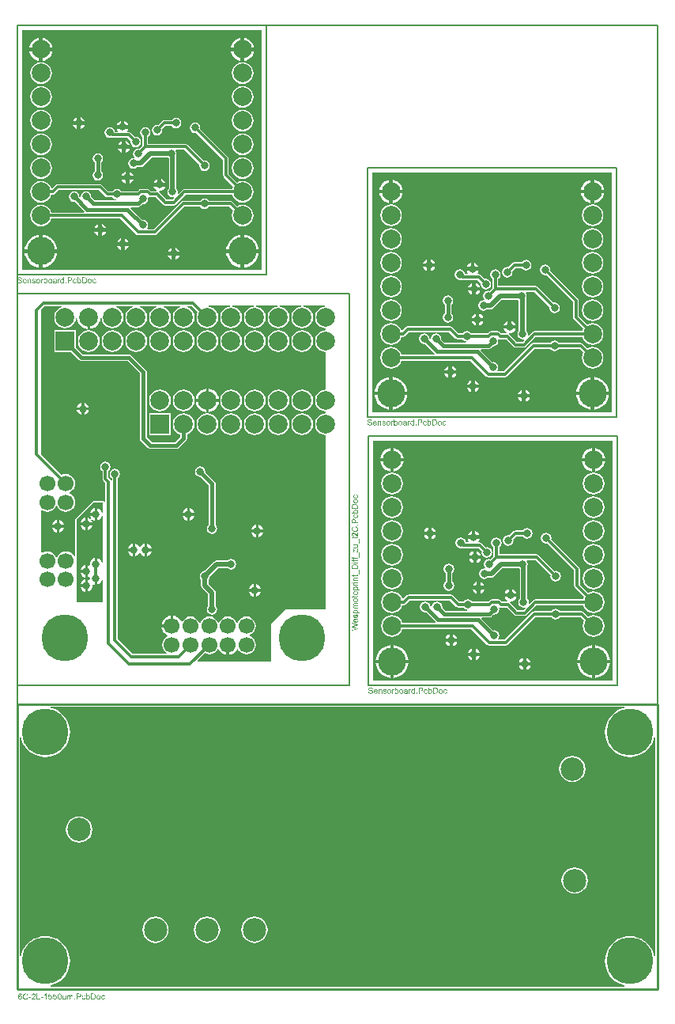
<source format=gbl>
%FSLAX44Y44*%
%MOMM*%
G71*
G01*
G75*
G04 Layer_Physical_Order=2*
G04 Layer_Color=16711680*
%ADD10R,1.2000X0.3000*%
%ADD11R,0.6000X0.6200*%
%ADD12R,0.6200X0.6000*%
%ADD13R,0.9500X1.0000*%
%ADD14R,2.7000X1.1500*%
%ADD15R,1.2000X0.4000*%
%ADD16R,0.6250X0.2500*%
%ADD17R,1.6000X1.6000*%
%ADD18R,0.8000X0.3000*%
%ADD19R,0.3000X0.8000*%
%ADD20C,0.2500*%
%ADD21C,0.3000*%
%ADD22C,0.3810*%
%ADD23C,0.4000*%
%ADD24C,0.5000*%
%ADD25R,0.4000X1.2000*%
%ADD26R,0.3000X1.2000*%
%ADD27R,1.1500X2.7000*%
%ADD28C,0.2000*%
%ADD29R,0.5000X0.6000*%
%ADD30R,2.6000X1.1000*%
%ADD31R,2.3000X2.3000*%
%ADD32R,2.3000X2.3000*%
%ADD33R,3.2000X2.5000*%
%ADD34R,0.8000X0.5000*%
%ADD35R,3.6800X1.6500*%
%ADD36R,0.5000X0.8000*%
%ADD37R,1.7600X2.9500*%
%ADD38O,1.6000X0.4500*%
%ADD39R,0.6000X1.2700*%
%ADD40R,0.6000X0.8500*%
%ADD41C,1.0000*%
%ADD42C,0.5080*%
%ADD43C,0.4572*%
%ADD44C,1.2192*%
%ADD45C,1.1684*%
%ADD46C,0.2540*%
%ADD47C,0.3048*%
%ADD48C,0.6096*%
%ADD49C,0.1524*%
%ADD50C,0.1000*%
%ADD51C,2.0000*%
%ADD52C,3.0000*%
%ADD53C,0.8000*%
%ADD54R,2.0000X2.0000*%
%ADD55C,1.7000*%
%ADD56C,5.0000*%
%ADD57C,2.5000*%
%ADD58C,0.5000*%
G36*
X636620Y617080D02*
X380080D01*
Y873620D01*
X636620D01*
Y617080D01*
D02*
G37*
%LPC*%
G36*
X461900Y666510D02*
X460602Y665973D01*
X459236Y664924D01*
X458187Y663558D01*
X457650Y662260D01*
X461900D01*
Y666510D01*
D02*
G37*
G36*
X465900D02*
Y662260D01*
X470150D01*
X469613Y663558D01*
X468564Y664924D01*
X467198Y665973D01*
X465900Y666510D01*
D02*
G37*
G36*
X490955Y714260D02*
X486705D01*
X487242Y712962D01*
X488291Y711596D01*
X489657Y710547D01*
X490955Y710010D01*
Y714260D01*
D02*
G37*
G36*
X470150Y658260D02*
X465900D01*
Y654010D01*
X467198Y654547D01*
X468564Y655596D01*
X469613Y656962D01*
X470150Y658260D01*
D02*
G37*
G36*
X486030Y651270D02*
X484732Y650733D01*
X483366Y649684D01*
X482317Y648318D01*
X481780Y647020D01*
X486030D01*
Y651270D01*
D02*
G37*
G36*
X490030D02*
Y647020D01*
X494280D01*
X493743Y648318D01*
X492694Y649684D01*
X491328Y650733D01*
X490030Y651270D01*
D02*
G37*
G36*
X461900Y658260D02*
X457650D01*
X458187Y656962D01*
X459236Y655596D01*
X460602Y654547D01*
X461900Y654010D01*
Y658260D01*
D02*
G37*
G36*
X400400Y737899D02*
X397398Y737504D01*
X394600Y736345D01*
X392198Y734502D01*
X390355Y732100D01*
X389196Y729302D01*
X388801Y726300D01*
X389196Y723298D01*
X390355Y720500D01*
X392198Y718098D01*
X394600Y716255D01*
X397398Y715096D01*
X400400Y714701D01*
X403402Y715096D01*
X406200Y716255D01*
X408602Y718098D01*
X410445Y720500D01*
X411604Y723298D01*
X411999Y726300D01*
X411604Y729302D01*
X410445Y732100D01*
X408602Y734502D01*
X406200Y736345D01*
X403402Y737504D01*
X400400Y737899D01*
D02*
G37*
G36*
X616300D02*
X613298Y737504D01*
X610500Y736345D01*
X608098Y734502D01*
X606255Y732100D01*
X605096Y729302D01*
X604701Y726300D01*
X605096Y723298D01*
X606255Y720500D01*
X608098Y718098D01*
X610500Y716255D01*
X613298Y715096D01*
X616300Y714701D01*
X619302Y715096D01*
X622100Y716255D01*
X624502Y718098D01*
X626345Y720500D01*
X627504Y723298D01*
X627899Y726300D01*
X627504Y729302D01*
X626345Y732100D01*
X624502Y734502D01*
X622100Y736345D01*
X619302Y737504D01*
X616300Y737899D01*
D02*
G37*
G36*
X490955Y722510D02*
X489657Y721973D01*
X488291Y720924D01*
X487242Y719558D01*
X486705Y718260D01*
X490955D01*
Y722510D01*
D02*
G37*
G36*
X461360Y742068D02*
X459214Y741641D01*
X457395Y740425D01*
X456179Y738606D01*
X455752Y736460D01*
X456179Y734314D01*
X457395Y732495D01*
X457791Y732230D01*
Y722910D01*
X457395Y722645D01*
X456179Y720826D01*
X455752Y718680D01*
X456179Y716534D01*
X457395Y714715D01*
X459214Y713499D01*
X461360Y713072D01*
X463506Y713499D01*
X465325Y714715D01*
X466541Y716534D01*
X466968Y718680D01*
X466541Y720826D01*
X465325Y722645D01*
X464929Y722910D01*
Y732230D01*
X465325Y732495D01*
X466541Y734314D01*
X466968Y736460D01*
X466541Y738606D01*
X465325Y740425D01*
X463506Y741641D01*
X461360Y742068D01*
D02*
G37*
G36*
X499206Y714260D02*
X494955D01*
Y710010D01*
X496253Y710547D01*
X497619Y711596D01*
X498668Y712962D01*
X499206Y714260D01*
D02*
G37*
G36*
X525400Y714770D02*
X524102Y714233D01*
X522736Y713184D01*
X521687Y711818D01*
X521150Y710520D01*
X525400D01*
Y714770D01*
D02*
G37*
G36*
X529400D02*
Y710520D01*
X533650D01*
X533113Y711818D01*
X532064Y713184D01*
X530698Y714233D01*
X529400Y714770D01*
D02*
G37*
G36*
X540640Y632860D02*
X536390D01*
X536927Y631562D01*
X537976Y630196D01*
X539342Y629147D01*
X540640Y628610D01*
Y632860D01*
D02*
G37*
G36*
X548890D02*
X544640D01*
Y628610D01*
X545938Y629147D01*
X547304Y630196D01*
X548353Y631562D01*
X548890Y632860D01*
D02*
G37*
G36*
X540640Y641110D02*
X539342Y640573D01*
X537976Y639524D01*
X536927Y638158D01*
X536390Y636860D01*
X540640D01*
Y641110D01*
D02*
G37*
G36*
X633728Y635400D02*
X618300D01*
Y619972D01*
X619739Y620114D01*
X623045Y621117D01*
X626092Y622746D01*
X628763Y624937D01*
X630955Y627608D01*
X632583Y630655D01*
X633586Y633961D01*
X633728Y635400D01*
D02*
G37*
G36*
X398400D02*
X382972D01*
X383114Y633961D01*
X384117Y630655D01*
X385746Y627608D01*
X387937Y624937D01*
X390608Y622746D01*
X393655Y621117D01*
X396962Y620114D01*
X398400Y619972D01*
Y635400D01*
D02*
G37*
G36*
X417828D02*
X402400D01*
Y619972D01*
X403839Y620114D01*
X407145Y621117D01*
X410192Y622746D01*
X412863Y624937D01*
X415055Y627608D01*
X416683Y630655D01*
X417686Y633961D01*
X417828Y635400D01*
D02*
G37*
G36*
X614300D02*
X598872D01*
X599014Y633961D01*
X600017Y630655D01*
X601646Y627608D01*
X603837Y624937D01*
X606508Y622746D01*
X609555Y621117D01*
X612862Y620114D01*
X614300Y619972D01*
Y635400D01*
D02*
G37*
G36*
X402400Y654828D02*
Y639400D01*
X417828D01*
X417686Y640838D01*
X416683Y644145D01*
X415055Y647192D01*
X412863Y649863D01*
X410192Y652055D01*
X407145Y653683D01*
X403839Y654686D01*
X402400Y654828D01*
D02*
G37*
G36*
X614300D02*
X612862Y654686D01*
X609555Y653683D01*
X606508Y652055D01*
X603837Y649863D01*
X601646Y647192D01*
X600017Y644145D01*
X599014Y640838D01*
X598872Y639400D01*
X614300D01*
Y654828D01*
D02*
G37*
G36*
X618300D02*
Y639400D01*
X633728D01*
X633586Y640838D01*
X632583Y644145D01*
X630955Y647192D01*
X628763Y649863D01*
X626092Y652055D01*
X623045Y653683D01*
X619739Y654686D01*
X618300Y654828D01*
D02*
G37*
G36*
X398400D02*
X396962Y654686D01*
X393655Y653683D01*
X390608Y652055D01*
X387937Y649863D01*
X385746Y647192D01*
X384117Y644145D01*
X383114Y640838D01*
X382972Y639400D01*
X398400D01*
Y654828D01*
D02*
G37*
G36*
X544640Y641110D02*
Y636860D01*
X548890D01*
X548353Y638158D01*
X547304Y639524D01*
X545938Y640573D01*
X544640Y641110D01*
D02*
G37*
G36*
X486030Y643020D02*
X481780D01*
X482317Y641722D01*
X483366Y640356D01*
X484732Y639307D01*
X486030Y638770D01*
Y643020D01*
D02*
G37*
G36*
X494280D02*
X490030D01*
Y638770D01*
X491328Y639307D01*
X492694Y640356D01*
X493743Y641722D01*
X494280Y643020D01*
D02*
G37*
G36*
X494955Y722510D02*
Y718260D01*
X499206D01*
X498668Y719558D01*
X497619Y720924D01*
X496253Y721973D01*
X494955Y722510D01*
D02*
G37*
G36*
X400400Y839500D02*
X399633Y839399D01*
X399633Y839398D01*
D01*
Y839398D01*
X397398Y839104D01*
X394600Y837945D01*
X392198Y836102D01*
X390355Y833700D01*
X389196Y830902D01*
X388801Y827900D01*
X389196Y824898D01*
X390355Y822100D01*
X392198Y819698D01*
X394600Y817855D01*
X397398Y816696D01*
X400400Y816301D01*
X403402Y816696D01*
X406200Y817855D01*
X408602Y819698D01*
X410445Y822100D01*
X411604Y824898D01*
X411999Y827900D01*
X411604Y830902D01*
X410445Y833700D01*
X408602Y836102D01*
X406200Y837945D01*
X403402Y839104D01*
X401167Y839398D01*
X401167D01*
X400888Y839435D01*
Y839436D01*
X400400Y839500D01*
D02*
G37*
G36*
X616300D02*
X615533Y839399D01*
X615533Y839398D01*
D01*
Y839398D01*
X613298Y839104D01*
X610500Y837945D01*
X608098Y836102D01*
X606255Y833700D01*
X605096Y830902D01*
X604701Y827900D01*
X605096Y824898D01*
X606255Y822100D01*
X608098Y819698D01*
X610500Y817855D01*
X613298Y816696D01*
X616300Y816301D01*
X619302Y816696D01*
X622100Y817855D01*
X624502Y819698D01*
X626345Y822100D01*
X627504Y824898D01*
X627899Y827900D01*
X627504Y830902D01*
X626345Y833700D01*
X624502Y836102D01*
X622100Y837945D01*
X619302Y839104D01*
X617067Y839398D01*
X617067D01*
X616788Y839435D01*
Y839436D01*
X616300Y839500D01*
D02*
G37*
G36*
X398400Y851300D02*
X388015D01*
X388183Y850026D01*
X389446Y846976D01*
X391456Y844356D01*
X394076Y842346D01*
X397126Y841083D01*
X398400Y840915D01*
Y851300D01*
D02*
G37*
G36*
X616300Y814099D02*
X613298Y813704D01*
X610500Y812545D01*
X608098Y810702D01*
X606255Y808300D01*
X605096Y805502D01*
X604701Y802500D01*
X605096Y799498D01*
X606255Y796700D01*
X608098Y794298D01*
X610500Y792455D01*
X613298Y791296D01*
X616300Y790901D01*
X619302Y791296D01*
X622100Y792455D01*
X624502Y794298D01*
X626345Y796700D01*
X627504Y799498D01*
X627899Y802500D01*
X627504Y805502D01*
X626345Y808300D01*
X624502Y810702D01*
X622100Y812545D01*
X619302Y813704D01*
X616300Y814099D01*
D02*
G37*
G36*
X439040Y780810D02*
X437742Y780273D01*
X436376Y779224D01*
X435327Y777858D01*
X434790Y776560D01*
X439040D01*
Y780810D01*
D02*
G37*
G36*
X443040D02*
Y776560D01*
X447290D01*
X446753Y777858D01*
X445704Y779224D01*
X444338Y780273D01*
X443040Y780810D01*
D02*
G37*
G36*
X400400Y814099D02*
X397398Y813704D01*
X394600Y812545D01*
X392198Y810702D01*
X390355Y808300D01*
X389196Y805502D01*
X388801Y802500D01*
X389196Y799498D01*
X390355Y796700D01*
X392198Y794298D01*
X394600Y792455D01*
X397398Y791296D01*
X400400Y790901D01*
X403402Y791296D01*
X406200Y792455D01*
X408602Y794298D01*
X410445Y796700D01*
X411604Y799498D01*
X411999Y802500D01*
X411604Y805502D01*
X410445Y808300D01*
X408602Y810702D01*
X406200Y812545D01*
X403402Y813704D01*
X400400Y814099D01*
D02*
G37*
G36*
X402400Y865685D02*
Y855300D01*
X412785D01*
X412617Y856574D01*
X411354Y859624D01*
X409344Y862244D01*
X406724Y864254D01*
X403674Y865517D01*
X402400Y865685D01*
D02*
G37*
G36*
X614300D02*
X613026Y865517D01*
X609976Y864254D01*
X607356Y862244D01*
X605346Y859624D01*
X604083Y856574D01*
X603915Y855300D01*
X614300D01*
Y865685D01*
D02*
G37*
G36*
X618300D02*
Y855300D01*
X628685D01*
X628517Y856574D01*
X627254Y859624D01*
X625244Y862244D01*
X622624Y864254D01*
X619574Y865517D01*
X618300Y865685D01*
D02*
G37*
G36*
X398400D02*
X397126Y865517D01*
X394076Y864254D01*
X391456Y862244D01*
X389446Y859624D01*
X388183Y856574D01*
X388015Y855300D01*
X398400D01*
Y865685D01*
D02*
G37*
G36*
X412785Y851300D02*
X402400D01*
Y840915D01*
X403674Y841083D01*
X406724Y842346D01*
X409344Y844356D01*
X411354Y846976D01*
X412617Y850026D01*
X412785Y851300D01*
D02*
G37*
G36*
X614300D02*
X603915D01*
X604083Y850026D01*
X605346Y846976D01*
X607356Y844356D01*
X609976Y842346D01*
X613026Y841083D01*
X614300Y840915D01*
Y851300D01*
D02*
G37*
G36*
X628685D02*
X618300D01*
Y840915D01*
X619574Y841083D01*
X622624Y842346D01*
X625244Y844356D01*
X627254Y846976D01*
X628517Y850026D01*
X628685Y851300D01*
D02*
G37*
G36*
X489776Y776746D02*
Y772496D01*
X494026D01*
X493489Y773794D01*
X492440Y775160D01*
X491074Y776209D01*
X489776Y776746D01*
D02*
G37*
G36*
X495550Y747160D02*
X491300D01*
Y742910D01*
X492598Y743447D01*
X493964Y744496D01*
X495013Y745862D01*
X495550Y747160D01*
D02*
G37*
G36*
X474060Y770008D02*
X471914Y769581D01*
X470095Y768365D01*
X468879Y766546D01*
X468452Y764400D01*
X468879Y762254D01*
X470095Y760435D01*
X471914Y759219D01*
X474060Y758792D01*
X475394Y759058D01*
X475429Y759034D01*
X476600Y758801D01*
X493113D01*
X496605Y755309D01*
X496392Y754240D01*
X496819Y752094D01*
X498035Y750275D01*
X499854Y749059D01*
X502000Y748632D01*
X504146Y749059D01*
X505965Y750275D01*
X507181Y752094D01*
X507608Y754240D01*
X507181Y756386D01*
X505965Y758205D01*
X504146Y759421D01*
X502000Y759848D01*
X500931Y759635D01*
X496543Y764023D01*
X495550Y764686D01*
X494380Y764919D01*
X494380Y764919D01*
X493206D01*
X492715Y766189D01*
X493489Y767198D01*
X494026Y768496D01*
X481526D01*
X482063Y767198D01*
X482838Y766189D01*
X482346Y764919D01*
X479565D01*
X479241Y766546D01*
X478025Y768365D01*
X476206Y769581D01*
X474060Y770008D01*
D02*
G37*
G36*
X487300Y755410D02*
X486002Y754873D01*
X484636Y753824D01*
X483587Y752458D01*
X483050Y751160D01*
X487300D01*
Y755410D01*
D02*
G37*
G36*
Y747160D02*
X483050D01*
X483587Y745862D01*
X484636Y744496D01*
X486002Y743447D01*
X487300Y742910D01*
Y747160D01*
D02*
G37*
G36*
X565500Y775088D02*
X563354Y774661D01*
X561535Y773445D01*
X560319Y771626D01*
X559892Y769480D01*
X560319Y767334D01*
X561535Y765515D01*
X563354Y764299D01*
X565500Y763872D01*
X566569Y764085D01*
X595461Y735193D01*
Y718680D01*
X595461Y718680D01*
X595694Y717510D01*
X596357Y716517D01*
X606231Y706643D01*
X605120Y703959D01*
X554070D01*
X552900Y703726D01*
X551907Y703063D01*
X547907Y699063D01*
X546737Y699689D01*
X546978Y700900D01*
X546551Y703046D01*
X545448Y704696D01*
Y740236D01*
X545708Y741540D01*
X545281Y743686D01*
X544516Y744831D01*
X545195Y746101D01*
X554073D01*
X570265Y729909D01*
X570052Y728840D01*
X570479Y726694D01*
X571695Y724875D01*
X573514Y723659D01*
X575660Y723232D01*
X577806Y723659D01*
X579625Y724875D01*
X580841Y726694D01*
X581268Y728840D01*
X580841Y730986D01*
X579625Y732805D01*
X577806Y734021D01*
X575660Y734448D01*
X574591Y734235D01*
X557503Y751323D01*
X556511Y751986D01*
X555340Y752219D01*
X555340Y752219D01*
X515219D01*
Y759829D01*
X516125Y760435D01*
X517341Y762254D01*
X517768Y764400D01*
X517341Y766546D01*
X516125Y768365D01*
X514306Y769581D01*
X512160Y770008D01*
X510014Y769581D01*
X508195Y768365D01*
X506979Y766546D01*
X506552Y764400D01*
X506979Y762254D01*
X508195Y760435D01*
X509101Y759829D01*
Y750427D01*
X505609Y746935D01*
X504540Y747148D01*
X502394Y746721D01*
X500575Y745505D01*
X499359Y743686D01*
X498932Y741540D01*
X499359Y739394D01*
X500200Y738135D01*
X499460Y736988D01*
X497314Y736561D01*
X495495Y735345D01*
X494279Y733526D01*
X493852Y731380D01*
X494279Y729234D01*
X495495Y727415D01*
X497314Y726199D01*
X499460Y725772D01*
X501606Y726199D01*
X503256Y727302D01*
X507080D01*
X507080Y727302D01*
X508382Y727561D01*
X508641Y727612D01*
X509964Y728496D01*
X518929Y737462D01*
X536304D01*
X537292Y736802D01*
Y704696D01*
X536189Y703046D01*
X535762Y700900D01*
X536189Y698754D01*
X537405Y696935D01*
X539224Y695719D01*
X541370Y695292D01*
X542581Y695533D01*
X543207Y694363D01*
X541373Y692529D01*
X535017D01*
X527023Y700523D01*
X526707Y700734D01*
X527167Y701954D01*
X527400Y701924D01*
X529107Y702148D01*
X530698Y702807D01*
X532064Y703856D01*
X533113Y705222D01*
X533650Y706520D01*
X521150D01*
X521687Y705222D01*
X522736Y703856D01*
X524102Y702807D01*
X524388Y702689D01*
X524135Y701419D01*
X518507D01*
X516863Y703063D01*
X515871Y703726D01*
X514700Y703959D01*
X514700Y703959D01*
X507341D01*
X506170Y703726D01*
X505773Y703460D01*
X505178Y703063D01*
X505178Y703063D01*
X503534Y701419D01*
X486251D01*
X485645Y702325D01*
X483826Y703541D01*
X481680Y703968D01*
X479534Y703541D01*
X477715Y702325D01*
X477109Y701419D01*
X472787D01*
X466063Y708143D01*
X465070Y708806D01*
X463900Y709039D01*
X463900Y709039D01*
X418180D01*
X418180Y709039D01*
X417010Y708806D01*
X416017Y708143D01*
X416017Y708143D01*
X412626Y704752D01*
X411128Y705050D01*
X410445Y706700D01*
X408602Y709102D01*
X406200Y710945D01*
X403402Y712104D01*
X400400Y712499D01*
X397398Y712104D01*
X394600Y710945D01*
X392198Y709102D01*
X390355Y706700D01*
X389196Y703902D01*
X388801Y700900D01*
X389196Y697898D01*
X390355Y695100D01*
X392198Y692698D01*
X394600Y690855D01*
X397398Y689696D01*
X400400Y689301D01*
X403402Y689696D01*
X406200Y690855D01*
X408602Y692698D01*
X410445Y695100D01*
X411581Y697841D01*
X413100D01*
X413100Y697841D01*
X414271Y698074D01*
X415263Y698737D01*
X419447Y702921D01*
X462633D01*
X469357Y696197D01*
X470350Y695534D01*
X471520Y695301D01*
X477109D01*
X477715Y694395D01*
X479534Y693179D01*
X480728Y692942D01*
X480602Y691672D01*
X457718D01*
X454152Y695238D01*
X454268Y695820D01*
X453841Y697966D01*
X452625Y699785D01*
X450806Y701001D01*
X448660Y701428D01*
X446514Y701001D01*
X444695Y699785D01*
X443479Y697966D01*
X443154Y696334D01*
X442018Y695687D01*
X441824Y695662D01*
X441631Y695781D01*
X441548Y695922D01*
X441141Y697966D01*
X439925Y699785D01*
X438106Y701001D01*
X435960Y701428D01*
X433814Y701001D01*
X431995Y699785D01*
X430779Y697966D01*
X430352Y695820D01*
X430779Y693674D01*
X431995Y691855D01*
X433814Y690639D01*
X435960Y690212D01*
X436542Y690328D01*
X447042Y679829D01*
X446516Y678559D01*
X411581D01*
X410445Y681300D01*
X408602Y683702D01*
X406200Y685545D01*
X403402Y686704D01*
X400400Y687099D01*
X397398Y686704D01*
X394600Y685545D01*
X392198Y683702D01*
X390355Y681300D01*
X389196Y678502D01*
X388801Y675500D01*
X389196Y672498D01*
X390355Y669700D01*
X392198Y667298D01*
X394600Y665455D01*
X397398Y664296D01*
X400400Y663901D01*
X403402Y664296D01*
X406200Y665455D01*
X408602Y667298D01*
X410445Y669700D01*
X411581Y672441D01*
X485493D01*
X502377Y655557D01*
X502377Y655557D01*
X502972Y655160D01*
X503369Y654894D01*
X504540Y654661D01*
X522320D01*
X522320Y654661D01*
X523490Y654894D01*
X524483Y655557D01*
X554067Y685141D01*
X571089D01*
X571695Y684235D01*
X573514Y683019D01*
X575660Y682592D01*
X577806Y683019D01*
X579625Y684235D01*
X580231Y685141D01*
X602333D01*
X606231Y681243D01*
X605096Y678502D01*
X604701Y675500D01*
X605096Y672498D01*
X606255Y669700D01*
X608098Y667298D01*
X610500Y665455D01*
X613298Y664296D01*
X616300Y663901D01*
X619302Y664296D01*
X622100Y665455D01*
X624502Y667298D01*
X626345Y669700D01*
X627504Y672498D01*
X627899Y675500D01*
X627504Y678502D01*
X626345Y681300D01*
X624502Y683702D01*
X622100Y685545D01*
X619302Y686704D01*
X616300Y687099D01*
X613298Y686704D01*
X610557Y685569D01*
X605763Y690363D01*
X604771Y691026D01*
X603600Y691259D01*
X603600Y691259D01*
X580231D01*
X579625Y692165D01*
X577806Y693381D01*
X575660Y693808D01*
X573514Y693381D01*
X571695Y692165D01*
X571089Y691259D01*
X552800D01*
X551629Y691026D01*
X550637Y690363D01*
X550637Y690363D01*
X521053Y660779D01*
X514715D01*
X514036Y662049D01*
X514801Y663194D01*
X515228Y665340D01*
X514801Y667486D01*
X513585Y669305D01*
X511766Y670521D01*
X509620Y670948D01*
X509038Y670832D01*
X496411Y683458D01*
X496937Y684728D01*
X504540D01*
X505869Y684993D01*
X506995Y685745D01*
X509038Y687788D01*
X509620Y687672D01*
X511766Y688099D01*
X513585Y689315D01*
X514801Y691134D01*
X515228Y693280D01*
X514932Y694767D01*
X514992Y694850D01*
X516069Y695534D01*
X517240Y695301D01*
X523593D01*
X531587Y687307D01*
X531587Y687307D01*
X532579Y686644D01*
X533750Y686411D01*
X533750Y686411D01*
X542640D01*
X542640Y686411D01*
X543811Y686644D01*
X544803Y687307D01*
X555337Y697841D01*
X605120D01*
X606255Y695100D01*
X608098Y692698D01*
X610500Y690855D01*
X613298Y689696D01*
X616300Y689301D01*
X619302Y689696D01*
X622100Y690855D01*
X624502Y692698D01*
X626345Y695100D01*
X627504Y697898D01*
X627899Y700900D01*
X627504Y703902D01*
X626345Y706700D01*
X624502Y709102D01*
X622100Y710945D01*
X619302Y712104D01*
X616300Y712499D01*
X613298Y712104D01*
X610557Y710969D01*
X601579Y719947D01*
Y736460D01*
X601579Y736460D01*
X601346Y737630D01*
X600683Y738623D01*
X600683Y738623D01*
X570895Y768411D01*
X571108Y769480D01*
X570681Y771626D01*
X569465Y773445D01*
X567646Y774661D01*
X565500Y775088D01*
D02*
G37*
G36*
X400400Y763299D02*
X397398Y762904D01*
X394600Y761745D01*
X392198Y759902D01*
X390355Y757500D01*
X389196Y754702D01*
X388801Y751700D01*
X389196Y748698D01*
X390355Y745900D01*
X392198Y743498D01*
X394600Y741655D01*
X397398Y740496D01*
X400400Y740101D01*
X403402Y740496D01*
X406200Y741655D01*
X408602Y743498D01*
X410445Y745900D01*
X411604Y748698D01*
X411999Y751700D01*
X411604Y754702D01*
X410445Y757500D01*
X408602Y759902D01*
X406200Y761745D01*
X403402Y762904D01*
X400400Y763299D01*
D02*
G37*
G36*
X616300D02*
X613298Y762904D01*
X610500Y761745D01*
X608098Y759902D01*
X606255Y757500D01*
X605096Y754702D01*
X604701Y751700D01*
X605096Y748698D01*
X606255Y745900D01*
X608098Y743498D01*
X610500Y741655D01*
X613298Y740496D01*
X616300Y740101D01*
X619302Y740496D01*
X622100Y741655D01*
X624502Y743498D01*
X626345Y745900D01*
X627504Y748698D01*
X627899Y751700D01*
X627504Y754702D01*
X626345Y757500D01*
X624502Y759902D01*
X622100Y761745D01*
X619302Y762904D01*
X616300Y763299D01*
D02*
G37*
G36*
X447290Y772560D02*
X443040D01*
Y768310D01*
X444338Y768847D01*
X445704Y769896D01*
X446753Y771262D01*
X447290Y772560D01*
D02*
G37*
G36*
X545180Y780168D02*
X543034Y779741D01*
X541215Y778525D01*
X540609Y777619D01*
X532480D01*
X531310Y777386D01*
X530317Y776723D01*
X525929Y772335D01*
X524860Y772548D01*
X522714Y772121D01*
X520895Y770905D01*
X519679Y769086D01*
X519252Y766940D01*
X519679Y764794D01*
X520895Y762975D01*
X522714Y761759D01*
X524860Y761332D01*
X527006Y761759D01*
X528825Y762975D01*
X530041Y764794D01*
X530468Y766940D01*
X530255Y768009D01*
X533747Y771501D01*
X540609D01*
X541215Y770595D01*
X543034Y769379D01*
X545180Y768952D01*
X547326Y769379D01*
X549145Y770595D01*
X550361Y772414D01*
X550788Y774560D01*
X550361Y776706D01*
X549145Y778525D01*
X547326Y779741D01*
X545180Y780168D01*
D02*
G37*
G36*
X485776Y776746D02*
X484478Y776209D01*
X483112Y775160D01*
X482063Y773794D01*
X481526Y772496D01*
X485776D01*
Y776746D01*
D02*
G37*
G36*
X439040Y772560D02*
X434790D01*
X435327Y771262D01*
X436376Y769896D01*
X437742Y768847D01*
X439040Y768310D01*
Y772560D01*
D02*
G37*
G36*
X491300Y755410D02*
Y751160D01*
X495550D01*
X495013Y752458D01*
X493964Y753824D01*
X492598Y754873D01*
X491300Y755410D01*
D02*
G37*
G36*
X400400Y788699D02*
X397398Y788304D01*
X394600Y787145D01*
X392198Y785302D01*
X390355Y782900D01*
X389196Y780102D01*
X388801Y777100D01*
X389196Y774098D01*
X390355Y771300D01*
X392198Y768898D01*
X394600Y767055D01*
X397398Y765896D01*
X400400Y765501D01*
X403402Y765896D01*
X406200Y767055D01*
X408602Y768898D01*
X410445Y771300D01*
X411604Y774098D01*
X411999Y777100D01*
X411604Y780102D01*
X410445Y782900D01*
X408602Y785302D01*
X406200Y787145D01*
X403402Y788304D01*
X400400Y788699D01*
D02*
G37*
G36*
X616300D02*
X613298Y788304D01*
X610500Y787145D01*
X608098Y785302D01*
X606255Y782900D01*
X605096Y780102D01*
X604701Y777100D01*
X605096Y774098D01*
X606255Y771300D01*
X608098Y768898D01*
X610500Y767055D01*
X613298Y765896D01*
X616300Y765501D01*
X619302Y765896D01*
X622100Y767055D01*
X624502Y768898D01*
X626345Y771300D01*
X627504Y774098D01*
X627899Y777100D01*
X627504Y780102D01*
X626345Y782900D01*
X624502Y785302D01*
X622100Y787145D01*
X619302Y788304D01*
X616300Y788699D01*
D02*
G37*
%LPD*%
G36*
X261620Y769080D02*
X5080D01*
Y1025620D01*
X261620D01*
Y769080D01*
D02*
G37*
%LPC*%
G36*
X86900Y818510D02*
X85602Y817973D01*
X84236Y816924D01*
X83187Y815558D01*
X82650Y814260D01*
X86900D01*
Y818510D01*
D02*
G37*
G36*
X90900D02*
Y814260D01*
X95150D01*
X94613Y815558D01*
X93564Y816924D01*
X92198Y817973D01*
X90900Y818510D01*
D02*
G37*
G36*
X115955Y866260D02*
X111705D01*
X112242Y864962D01*
X113291Y863596D01*
X114657Y862547D01*
X115955Y862010D01*
Y866260D01*
D02*
G37*
G36*
X95150Y810260D02*
X90900D01*
Y806010D01*
X92198Y806547D01*
X93564Y807596D01*
X94613Y808962D01*
X95150Y810260D01*
D02*
G37*
G36*
X111030Y803270D02*
X109732Y802733D01*
X108366Y801684D01*
X107317Y800318D01*
X106780Y799020D01*
X111030D01*
Y803270D01*
D02*
G37*
G36*
X115030D02*
Y799020D01*
X119280D01*
X118743Y800318D01*
X117694Y801684D01*
X116328Y802733D01*
X115030Y803270D01*
D02*
G37*
G36*
X86900Y810260D02*
X82650D01*
X83187Y808962D01*
X84236Y807596D01*
X85602Y806547D01*
X86900Y806010D01*
Y810260D01*
D02*
G37*
G36*
X25400Y889899D02*
X22398Y889504D01*
X19600Y888345D01*
X17198Y886502D01*
X15355Y884100D01*
X14196Y881302D01*
X13801Y878300D01*
X14196Y875298D01*
X15355Y872500D01*
X17198Y870098D01*
X19600Y868255D01*
X22398Y867096D01*
X25400Y866701D01*
X28402Y867096D01*
X31200Y868255D01*
X33602Y870098D01*
X35445Y872500D01*
X36604Y875298D01*
X36999Y878300D01*
X36604Y881302D01*
X35445Y884100D01*
X33602Y886502D01*
X31200Y888345D01*
X28402Y889504D01*
X25400Y889899D01*
D02*
G37*
G36*
X241300D02*
X238298Y889504D01*
X235500Y888345D01*
X233098Y886502D01*
X231255Y884100D01*
X230096Y881302D01*
X229701Y878300D01*
X230096Y875298D01*
X231255Y872500D01*
X233098Y870098D01*
X235500Y868255D01*
X238298Y867096D01*
X241300Y866701D01*
X244302Y867096D01*
X247100Y868255D01*
X249502Y870098D01*
X251345Y872500D01*
X252504Y875298D01*
X252899Y878300D01*
X252504Y881302D01*
X251345Y884100D01*
X249502Y886502D01*
X247100Y888345D01*
X244302Y889504D01*
X241300Y889899D01*
D02*
G37*
G36*
X115955Y874510D02*
X114657Y873973D01*
X113291Y872924D01*
X112242Y871558D01*
X111705Y870260D01*
X115955D01*
Y874510D01*
D02*
G37*
G36*
X86360Y894068D02*
X84214Y893641D01*
X82395Y892425D01*
X81179Y890606D01*
X80752Y888460D01*
X81179Y886314D01*
X82395Y884495D01*
X82791Y884230D01*
Y874910D01*
X82395Y874645D01*
X81179Y872826D01*
X80752Y870680D01*
X81179Y868534D01*
X82395Y866715D01*
X84214Y865499D01*
X86360Y865072D01*
X88506Y865499D01*
X90325Y866715D01*
X91541Y868534D01*
X91968Y870680D01*
X91541Y872826D01*
X90325Y874645D01*
X89929Y874910D01*
Y884230D01*
X90325Y884495D01*
X91541Y886314D01*
X91968Y888460D01*
X91541Y890606D01*
X90325Y892425D01*
X88506Y893641D01*
X86360Y894068D01*
D02*
G37*
G36*
X124205Y866260D02*
X119955D01*
Y862010D01*
X121253Y862547D01*
X122619Y863596D01*
X123668Y864962D01*
X124205Y866260D01*
D02*
G37*
G36*
X150400Y866770D02*
X149102Y866233D01*
X147736Y865184D01*
X146687Y863818D01*
X146150Y862520D01*
X150400D01*
Y866770D01*
D02*
G37*
G36*
X154400D02*
Y862520D01*
X158650D01*
X158113Y863818D01*
X157064Y865184D01*
X155698Y866233D01*
X154400Y866770D01*
D02*
G37*
G36*
X165640Y784860D02*
X161390D01*
X161927Y783562D01*
X162976Y782196D01*
X164342Y781147D01*
X165640Y780610D01*
Y784860D01*
D02*
G37*
G36*
X173890D02*
X169640D01*
Y780610D01*
X170938Y781147D01*
X172304Y782196D01*
X173353Y783562D01*
X173890Y784860D01*
D02*
G37*
G36*
X165640Y793110D02*
X164342Y792573D01*
X162976Y791524D01*
X161927Y790158D01*
X161390Y788860D01*
X165640D01*
Y793110D01*
D02*
G37*
G36*
X258728Y787400D02*
X243300D01*
Y771972D01*
X244738Y772114D01*
X248045Y773117D01*
X251092Y774745D01*
X253763Y776937D01*
X255954Y779608D01*
X257583Y782655D01*
X258586Y785962D01*
X258728Y787400D01*
D02*
G37*
G36*
X23400D02*
X7972D01*
X8114Y785962D01*
X9117Y782655D01*
X10746Y779608D01*
X12937Y776937D01*
X15608Y774745D01*
X18655Y773117D01*
X21962Y772114D01*
X23400Y771972D01*
Y787400D01*
D02*
G37*
G36*
X42828D02*
X27400D01*
Y771972D01*
X28838Y772114D01*
X32145Y773117D01*
X35192Y774745D01*
X37863Y776937D01*
X40054Y779608D01*
X41683Y782655D01*
X42686Y785962D01*
X42828Y787400D01*
D02*
G37*
G36*
X239300D02*
X223872D01*
X224014Y785962D01*
X225017Y782655D01*
X226646Y779608D01*
X228837Y776937D01*
X231508Y774745D01*
X234555Y773117D01*
X237862Y772114D01*
X239300Y771972D01*
Y787400D01*
D02*
G37*
G36*
X27400Y806828D02*
Y791400D01*
X42828D01*
X42686Y792838D01*
X41683Y796145D01*
X40054Y799192D01*
X37863Y801863D01*
X35192Y804054D01*
X32145Y805683D01*
X28838Y806686D01*
X27400Y806828D01*
D02*
G37*
G36*
X239300D02*
X237862Y806686D01*
X234555Y805683D01*
X231508Y804054D01*
X228837Y801863D01*
X226646Y799192D01*
X225017Y796145D01*
X224014Y792838D01*
X223872Y791400D01*
X239300D01*
Y806828D01*
D02*
G37*
G36*
X243300D02*
Y791400D01*
X258728D01*
X258586Y792838D01*
X257583Y796145D01*
X255954Y799192D01*
X253763Y801863D01*
X251092Y804054D01*
X248045Y805683D01*
X244738Y806686D01*
X243300Y806828D01*
D02*
G37*
G36*
X23400D02*
X21962Y806686D01*
X18655Y805683D01*
X15608Y804054D01*
X12937Y801863D01*
X10746Y799192D01*
X9117Y796145D01*
X8114Y792838D01*
X7972Y791400D01*
X23400D01*
Y806828D01*
D02*
G37*
G36*
X169640Y793110D02*
Y788860D01*
X173890D01*
X173353Y790158D01*
X172304Y791524D01*
X170938Y792573D01*
X169640Y793110D01*
D02*
G37*
G36*
X111030Y795020D02*
X106780D01*
X107317Y793722D01*
X108366Y792356D01*
X109732Y791307D01*
X111030Y790770D01*
Y795020D01*
D02*
G37*
G36*
X119280D02*
X115030D01*
Y790770D01*
X116328Y791307D01*
X117694Y792356D01*
X118743Y793722D01*
X119280Y795020D01*
D02*
G37*
G36*
X119955Y874510D02*
Y870260D01*
X124205D01*
X123668Y871558D01*
X122619Y872924D01*
X121253Y873973D01*
X119955Y874510D01*
D02*
G37*
G36*
X25400Y991500D02*
X24633Y991399D01*
X24633Y991398D01*
D01*
Y991398D01*
X22398Y991104D01*
X19600Y989945D01*
X17198Y988102D01*
X15355Y985700D01*
X14196Y982902D01*
X13801Y979900D01*
X14196Y976898D01*
X15355Y974100D01*
X17198Y971698D01*
X19600Y969855D01*
X22398Y968696D01*
X25400Y968301D01*
X28402Y968696D01*
X31200Y969855D01*
X33602Y971698D01*
X35445Y974100D01*
X36604Y976898D01*
X36999Y979900D01*
X36604Y982902D01*
X35445Y985700D01*
X33602Y988102D01*
X31200Y989945D01*
X28402Y991104D01*
X26167Y991398D01*
X26167D01*
X25888Y991435D01*
Y991435D01*
X25400Y991500D01*
D02*
G37*
G36*
X241300D02*
X240533Y991399D01*
X240533Y991398D01*
D01*
Y991398D01*
X238298Y991104D01*
X235500Y989945D01*
X233098Y988102D01*
X231255Y985700D01*
X230096Y982902D01*
X229701Y979900D01*
X230096Y976898D01*
X231255Y974100D01*
X233098Y971698D01*
X235500Y969855D01*
X238298Y968696D01*
X241300Y968301D01*
X244302Y968696D01*
X247100Y969855D01*
X249502Y971698D01*
X251345Y974100D01*
X252504Y976898D01*
X252899Y979900D01*
X252504Y982902D01*
X251345Y985700D01*
X249502Y988102D01*
X247100Y989945D01*
X244302Y991104D01*
X242067Y991398D01*
X242067D01*
X241788Y991435D01*
Y991435D01*
X241300Y991500D01*
D02*
G37*
G36*
X23400Y1003300D02*
X13015D01*
X13183Y1002026D01*
X14446Y998976D01*
X16456Y996356D01*
X19076Y994346D01*
X22126Y993083D01*
X23400Y992915D01*
Y1003300D01*
D02*
G37*
G36*
X241300Y966099D02*
X238298Y965704D01*
X235500Y964545D01*
X233098Y962702D01*
X231255Y960300D01*
X230096Y957502D01*
X229701Y954500D01*
X230096Y951498D01*
X231255Y948700D01*
X233098Y946298D01*
X235500Y944455D01*
X238298Y943296D01*
X241300Y942901D01*
X244302Y943296D01*
X247100Y944455D01*
X249502Y946298D01*
X251345Y948700D01*
X252504Y951498D01*
X252899Y954500D01*
X252504Y957502D01*
X251345Y960300D01*
X249502Y962702D01*
X247100Y964545D01*
X244302Y965704D01*
X241300Y966099D01*
D02*
G37*
G36*
X64040Y932810D02*
X62742Y932273D01*
X61376Y931224D01*
X60327Y929858D01*
X59790Y928560D01*
X64040D01*
Y932810D01*
D02*
G37*
G36*
X68040D02*
Y928560D01*
X72290D01*
X71753Y929858D01*
X70704Y931224D01*
X69338Y932273D01*
X68040Y932810D01*
D02*
G37*
G36*
X25400Y966099D02*
X22398Y965704D01*
X19600Y964545D01*
X17198Y962702D01*
X15355Y960300D01*
X14196Y957502D01*
X13801Y954500D01*
X14196Y951498D01*
X15355Y948700D01*
X17198Y946298D01*
X19600Y944455D01*
X22398Y943296D01*
X25400Y942901D01*
X28402Y943296D01*
X31200Y944455D01*
X33602Y946298D01*
X35445Y948700D01*
X36604Y951498D01*
X36999Y954500D01*
X36604Y957502D01*
X35445Y960300D01*
X33602Y962702D01*
X31200Y964545D01*
X28402Y965704D01*
X25400Y966099D01*
D02*
G37*
G36*
X27400Y1017685D02*
Y1007300D01*
X37785D01*
X37617Y1008574D01*
X36354Y1011624D01*
X34344Y1014244D01*
X31724Y1016254D01*
X28674Y1017517D01*
X27400Y1017685D01*
D02*
G37*
G36*
X239300D02*
X238026Y1017517D01*
X234976Y1016254D01*
X232356Y1014244D01*
X230346Y1011624D01*
X229083Y1008574D01*
X228915Y1007300D01*
X239300D01*
Y1017685D01*
D02*
G37*
G36*
X243300D02*
Y1007300D01*
X253685D01*
X253517Y1008574D01*
X252254Y1011624D01*
X250244Y1014244D01*
X247624Y1016254D01*
X244574Y1017517D01*
X243300Y1017685D01*
D02*
G37*
G36*
X23400D02*
X22126Y1017517D01*
X19076Y1016254D01*
X16456Y1014244D01*
X14446Y1011624D01*
X13183Y1008574D01*
X13015Y1007300D01*
X23400D01*
Y1017685D01*
D02*
G37*
G36*
X37785Y1003300D02*
X27400D01*
Y992915D01*
X28674Y993083D01*
X31724Y994346D01*
X34344Y996356D01*
X36354Y998976D01*
X37617Y1002026D01*
X37785Y1003300D01*
D02*
G37*
G36*
X239300D02*
X228915D01*
X229083Y1002026D01*
X230346Y998976D01*
X232356Y996356D01*
X234976Y994346D01*
X238026Y993083D01*
X239300Y992915D01*
Y1003300D01*
D02*
G37*
G36*
X253685D02*
X243300D01*
Y992915D01*
X244574Y993083D01*
X247624Y994346D01*
X250244Y996356D01*
X252254Y998976D01*
X253517Y1002026D01*
X253685Y1003300D01*
D02*
G37*
G36*
X114776Y928746D02*
Y924496D01*
X119026D01*
X118489Y925794D01*
X117440Y927160D01*
X116074Y928209D01*
X114776Y928746D01*
D02*
G37*
G36*
X120550Y899160D02*
X116300D01*
Y894910D01*
X117598Y895447D01*
X118964Y896496D01*
X120013Y897862D01*
X120550Y899160D01*
D02*
G37*
G36*
X99060Y922008D02*
X96914Y921581D01*
X95095Y920365D01*
X93879Y918546D01*
X93452Y916400D01*
X93879Y914254D01*
X95095Y912435D01*
X96914Y911219D01*
X99060Y910792D01*
X100394Y911058D01*
X100429Y911034D01*
X101600Y910801D01*
X118113D01*
X121605Y907309D01*
X121392Y906240D01*
X121819Y904094D01*
X123035Y902275D01*
X124854Y901059D01*
X127000Y900632D01*
X129146Y901059D01*
X130965Y902275D01*
X132181Y904094D01*
X132608Y906240D01*
X132181Y908386D01*
X130965Y910205D01*
X129146Y911421D01*
X127000Y911848D01*
X125931Y911635D01*
X121543Y916023D01*
X120550Y916686D01*
X119380Y916919D01*
X119380Y916919D01*
X118206D01*
X117714Y918189D01*
X118489Y919198D01*
X119026Y920496D01*
X106526D01*
X107063Y919198D01*
X107838Y918189D01*
X107346Y916919D01*
X104565D01*
X104241Y918546D01*
X103025Y920365D01*
X101206Y921581D01*
X99060Y922008D01*
D02*
G37*
G36*
X112300Y907410D02*
X111002Y906873D01*
X109636Y905824D01*
X108587Y904458D01*
X108050Y903160D01*
X112300D01*
Y907410D01*
D02*
G37*
G36*
Y899160D02*
X108050D01*
X108587Y897862D01*
X109636Y896496D01*
X111002Y895447D01*
X112300Y894910D01*
Y899160D01*
D02*
G37*
G36*
X190500Y927088D02*
X188354Y926661D01*
X186535Y925445D01*
X185319Y923626D01*
X184892Y921480D01*
X185319Y919334D01*
X186535Y917515D01*
X188354Y916299D01*
X190500Y915872D01*
X191569Y916085D01*
X220461Y887193D01*
Y870680D01*
X220461Y870680D01*
X220694Y869510D01*
X221357Y868517D01*
X231231Y858643D01*
X230119Y855959D01*
X179070D01*
X177899Y855726D01*
X176907Y855063D01*
X172907Y851063D01*
X171737Y851689D01*
X171978Y852900D01*
X171551Y855046D01*
X170448Y856696D01*
Y892236D01*
X170708Y893540D01*
X170281Y895686D01*
X169516Y896831D01*
X170194Y898101D01*
X179073D01*
X195265Y881909D01*
X195052Y880840D01*
X195479Y878694D01*
X196695Y876875D01*
X198514Y875659D01*
X200660Y875232D01*
X202806Y875659D01*
X204625Y876875D01*
X205841Y878694D01*
X206268Y880840D01*
X205841Y882986D01*
X204625Y884805D01*
X202806Y886021D01*
X200660Y886448D01*
X199591Y886235D01*
X182503Y903323D01*
X181511Y903986D01*
X180340Y904219D01*
X180340Y904219D01*
X140219D01*
Y911829D01*
X141125Y912435D01*
X142341Y914254D01*
X142768Y916400D01*
X142341Y918546D01*
X141125Y920365D01*
X139306Y921581D01*
X137160Y922008D01*
X135014Y921581D01*
X133195Y920365D01*
X131979Y918546D01*
X131552Y916400D01*
X131979Y914254D01*
X133195Y912435D01*
X134101Y911829D01*
Y902427D01*
X130609Y898935D01*
X129540Y899148D01*
X127394Y898721D01*
X125575Y897505D01*
X124359Y895686D01*
X123932Y893540D01*
X124359Y891394D01*
X125200Y890135D01*
X124460Y888988D01*
X122314Y888561D01*
X120495Y887345D01*
X119279Y885526D01*
X118852Y883380D01*
X119279Y881234D01*
X120495Y879415D01*
X122314Y878199D01*
X124460Y877772D01*
X126606Y878199D01*
X128256Y879302D01*
X132080D01*
X132080Y879302D01*
X133382Y879561D01*
X133641Y879612D01*
X134964Y880496D01*
X143929Y889462D01*
X161304D01*
X162292Y888802D01*
Y856696D01*
X161189Y855046D01*
X160762Y852900D01*
X161189Y850754D01*
X162405Y848935D01*
X164224Y847719D01*
X166370Y847292D01*
X167581Y847533D01*
X168207Y846363D01*
X166373Y844529D01*
X160017D01*
X152023Y852523D01*
X151707Y852734D01*
X152167Y853954D01*
X152400Y853924D01*
X154107Y854148D01*
X155698Y854807D01*
X157064Y855856D01*
X158113Y857222D01*
X158650Y858520D01*
X146150D01*
X146687Y857222D01*
X147736Y855856D01*
X149102Y854807D01*
X149388Y854689D01*
X149135Y853419D01*
X143507D01*
X141863Y855063D01*
X140871Y855726D01*
X139700Y855959D01*
X139700Y855959D01*
X132340D01*
X131170Y855726D01*
X130772Y855460D01*
X130178Y855063D01*
X130178Y855063D01*
X128533Y853419D01*
X111251D01*
X110645Y854325D01*
X108826Y855541D01*
X106680Y855968D01*
X104534Y855541D01*
X102715Y854325D01*
X102109Y853419D01*
X97787D01*
X91063Y860143D01*
X90070Y860806D01*
X88900Y861039D01*
X88900Y861039D01*
X43180D01*
X43180Y861039D01*
X42010Y860806D01*
X41017Y860143D01*
X41017Y860143D01*
X37627Y856752D01*
X36128Y857050D01*
X35445Y858700D01*
X33602Y861102D01*
X31200Y862945D01*
X28402Y864104D01*
X25400Y864499D01*
X22398Y864104D01*
X19600Y862945D01*
X17198Y861102D01*
X15355Y858700D01*
X14196Y855902D01*
X13801Y852900D01*
X14196Y849898D01*
X15355Y847100D01*
X17198Y844698D01*
X19600Y842855D01*
X22398Y841696D01*
X25400Y841301D01*
X28402Y841696D01*
X31200Y842855D01*
X33602Y844698D01*
X35445Y847100D01*
X36581Y849841D01*
X38100D01*
X38100Y849841D01*
X39271Y850074D01*
X40263Y850737D01*
X44447Y854921D01*
X87633D01*
X94357Y848197D01*
X95350Y847534D01*
X96520Y847301D01*
X102109D01*
X102715Y846395D01*
X104534Y845179D01*
X105728Y844942D01*
X105602Y843672D01*
X82718D01*
X79152Y847238D01*
X79268Y847820D01*
X78841Y849966D01*
X77625Y851785D01*
X75806Y853001D01*
X73660Y853428D01*
X71514Y853001D01*
X69695Y851785D01*
X68479Y849966D01*
X68155Y848334D01*
X67017Y847687D01*
X66824Y847662D01*
X66631Y847781D01*
X66547Y847922D01*
X66141Y849966D01*
X64925Y851785D01*
X63106Y853001D01*
X60960Y853428D01*
X58814Y853001D01*
X56995Y851785D01*
X55779Y849966D01*
X55352Y847820D01*
X55779Y845674D01*
X56995Y843855D01*
X58814Y842639D01*
X60960Y842212D01*
X61542Y842328D01*
X72042Y831829D01*
X71515Y830559D01*
X36581D01*
X35445Y833300D01*
X33602Y835702D01*
X31200Y837545D01*
X28402Y838704D01*
X25400Y839099D01*
X22398Y838704D01*
X19600Y837545D01*
X17198Y835702D01*
X15355Y833300D01*
X14196Y830502D01*
X13801Y827500D01*
X14196Y824498D01*
X15355Y821700D01*
X17198Y819298D01*
X19600Y817455D01*
X22398Y816296D01*
X25400Y815901D01*
X28402Y816296D01*
X31200Y817455D01*
X33602Y819298D01*
X35445Y821700D01*
X36581Y824441D01*
X110493D01*
X127377Y807557D01*
X127377Y807557D01*
X127972Y807160D01*
X128369Y806894D01*
X129540Y806661D01*
X147320D01*
X147320Y806661D01*
X148490Y806894D01*
X149483Y807557D01*
X179067Y837141D01*
X196089D01*
X196695Y836235D01*
X198514Y835019D01*
X200660Y834592D01*
X202806Y835019D01*
X204625Y836235D01*
X205231Y837141D01*
X227333D01*
X231231Y833243D01*
X230096Y830502D01*
X229701Y827500D01*
X230096Y824498D01*
X231255Y821700D01*
X233098Y819298D01*
X235500Y817455D01*
X238298Y816296D01*
X241300Y815901D01*
X244302Y816296D01*
X247100Y817455D01*
X249502Y819298D01*
X251345Y821700D01*
X252504Y824498D01*
X252899Y827500D01*
X252504Y830502D01*
X251345Y833300D01*
X249502Y835702D01*
X247100Y837545D01*
X244302Y838704D01*
X241300Y839099D01*
X238298Y838704D01*
X235557Y837569D01*
X230763Y842363D01*
X229771Y843026D01*
X228600Y843259D01*
X228600Y843259D01*
X205231D01*
X204625Y844165D01*
X202806Y845381D01*
X200660Y845808D01*
X198514Y845381D01*
X196695Y844165D01*
X196089Y843259D01*
X177800D01*
X176630Y843026D01*
X175637Y842363D01*
X175637Y842363D01*
X146053Y812779D01*
X139714D01*
X139036Y814049D01*
X139801Y815194D01*
X140228Y817340D01*
X139801Y819486D01*
X138585Y821305D01*
X136766Y822521D01*
X134620Y822948D01*
X134038Y822832D01*
X121411Y835458D01*
X121937Y836728D01*
X129540D01*
X130869Y836993D01*
X131995Y837745D01*
X134038Y839788D01*
X134620Y839672D01*
X136766Y840099D01*
X138585Y841315D01*
X139801Y843134D01*
X140228Y845280D01*
X139932Y846767D01*
X139992Y846850D01*
X141069Y847534D01*
X142240Y847301D01*
X148593D01*
X156587Y839307D01*
X156587Y839307D01*
X157579Y838644D01*
X158750Y838411D01*
X158750Y838411D01*
X167640D01*
X167640Y838411D01*
X168811Y838644D01*
X169803Y839307D01*
X180337Y849841D01*
X230119D01*
X231255Y847100D01*
X233098Y844698D01*
X235500Y842855D01*
X238298Y841696D01*
X241300Y841301D01*
X244302Y841696D01*
X247100Y842855D01*
X249502Y844698D01*
X251345Y847100D01*
X252504Y849898D01*
X252899Y852900D01*
X252504Y855902D01*
X251345Y858700D01*
X249502Y861102D01*
X247100Y862945D01*
X244302Y864104D01*
X241300Y864499D01*
X238298Y864104D01*
X235557Y862969D01*
X226579Y871947D01*
Y888460D01*
X226579Y888460D01*
X226346Y889631D01*
X225683Y890623D01*
X225683Y890623D01*
X195895Y920411D01*
X196108Y921480D01*
X195681Y923626D01*
X194465Y925445D01*
X192646Y926661D01*
X190500Y927088D01*
D02*
G37*
G36*
X25400Y915299D02*
X22398Y914904D01*
X19600Y913745D01*
X17198Y911902D01*
X15355Y909500D01*
X14196Y906702D01*
X13801Y903700D01*
X14196Y900698D01*
X15355Y897900D01*
X17198Y895498D01*
X19600Y893655D01*
X22398Y892496D01*
X25400Y892101D01*
X28402Y892496D01*
X31200Y893655D01*
X33602Y895498D01*
X35445Y897900D01*
X36604Y900698D01*
X36999Y903700D01*
X36604Y906702D01*
X35445Y909500D01*
X33602Y911902D01*
X31200Y913745D01*
X28402Y914904D01*
X25400Y915299D01*
D02*
G37*
G36*
X241300D02*
X238298Y914904D01*
X235500Y913745D01*
X233098Y911902D01*
X231255Y909500D01*
X230096Y906702D01*
X229701Y903700D01*
X230096Y900698D01*
X231255Y897900D01*
X233098Y895498D01*
X235500Y893655D01*
X238298Y892496D01*
X241300Y892101D01*
X244302Y892496D01*
X247100Y893655D01*
X249502Y895498D01*
X251345Y897900D01*
X252504Y900698D01*
X252899Y903700D01*
X252504Y906702D01*
X251345Y909500D01*
X249502Y911902D01*
X247100Y913745D01*
X244302Y914904D01*
X241300Y915299D01*
D02*
G37*
G36*
X72290Y924560D02*
X68040D01*
Y920310D01*
X69338Y920847D01*
X70704Y921896D01*
X71753Y923262D01*
X72290Y924560D01*
D02*
G37*
G36*
X170180Y932168D02*
X168034Y931741D01*
X166215Y930525D01*
X165609Y929619D01*
X157480D01*
X156309Y929386D01*
X155317Y928723D01*
X150929Y924335D01*
X149860Y924548D01*
X147714Y924121D01*
X145895Y922905D01*
X144679Y921086D01*
X144252Y918940D01*
X144679Y916794D01*
X145895Y914975D01*
X147714Y913759D01*
X149860Y913332D01*
X152006Y913759D01*
X153825Y914975D01*
X155041Y916794D01*
X155468Y918940D01*
X155255Y920009D01*
X158747Y923501D01*
X165609D01*
X166215Y922595D01*
X168034Y921379D01*
X170180Y920952D01*
X172326Y921379D01*
X174145Y922595D01*
X175361Y924414D01*
X175788Y926560D01*
X175361Y928706D01*
X174145Y930525D01*
X172326Y931741D01*
X170180Y932168D01*
D02*
G37*
G36*
X110776Y928746D02*
X109478Y928209D01*
X108112Y927160D01*
X107063Y925794D01*
X106526Y924496D01*
X110776D01*
Y928746D01*
D02*
G37*
G36*
X64040Y924560D02*
X59790D01*
X60327Y923262D01*
X61376Y921896D01*
X62742Y920847D01*
X64040Y920310D01*
Y924560D01*
D02*
G37*
G36*
X116300Y907410D02*
Y903160D01*
X120550D01*
X120013Y904458D01*
X118964Y905824D01*
X117598Y906873D01*
X116300Y907410D01*
D02*
G37*
G36*
X25400Y940699D02*
X22398Y940304D01*
X19600Y939145D01*
X17198Y937302D01*
X15355Y934900D01*
X14196Y932102D01*
X13801Y929100D01*
X14196Y926098D01*
X15355Y923300D01*
X17198Y920898D01*
X19600Y919055D01*
X22398Y917896D01*
X25400Y917501D01*
X28402Y917896D01*
X31200Y919055D01*
X33602Y920898D01*
X35445Y923300D01*
X36604Y926098D01*
X36999Y929100D01*
X36604Y932102D01*
X35445Y934900D01*
X33602Y937302D01*
X31200Y939145D01*
X28402Y940304D01*
X25400Y940699D01*
D02*
G37*
G36*
X241300D02*
X238298Y940304D01*
X235500Y939145D01*
X233098Y937302D01*
X231255Y934900D01*
X230096Y932102D01*
X229701Y929100D01*
X230096Y926098D01*
X231255Y923300D01*
X233098Y920898D01*
X235500Y919055D01*
X238298Y917896D01*
X241300Y917501D01*
X244302Y917896D01*
X247100Y919055D01*
X249502Y920898D01*
X251345Y923300D01*
X252504Y926098D01*
X252899Y929100D01*
X252504Y932102D01*
X251345Y934900D01*
X249502Y937302D01*
X247100Y939145D01*
X244302Y940304D01*
X241300Y940699D01*
D02*
G37*
%LPD*%
G36*
X637620Y330080D02*
X381080D01*
Y586620D01*
X637620D01*
Y330080D01*
D02*
G37*
%LPC*%
G36*
X462900Y379510D02*
X461602Y378973D01*
X460236Y377924D01*
X459187Y376558D01*
X458650Y375260D01*
X462900D01*
Y379510D01*
D02*
G37*
G36*
X466900D02*
Y375260D01*
X471150D01*
X470613Y376558D01*
X469564Y377924D01*
X468198Y378973D01*
X466900Y379510D01*
D02*
G37*
G36*
X491955Y427260D02*
X487705D01*
X488242Y425962D01*
X489291Y424596D01*
X490657Y423547D01*
X491955Y423010D01*
Y427260D01*
D02*
G37*
G36*
X471150Y371260D02*
X466900D01*
Y367010D01*
X468198Y367547D01*
X469564Y368596D01*
X470613Y369962D01*
X471150Y371260D01*
D02*
G37*
G36*
X487030Y364270D02*
X485732Y363733D01*
X484366Y362684D01*
X483317Y361318D01*
X482780Y360020D01*
X487030D01*
Y364270D01*
D02*
G37*
G36*
X491030D02*
Y360020D01*
X495280D01*
X494743Y361318D01*
X493694Y362684D01*
X492328Y363733D01*
X491030Y364270D01*
D02*
G37*
G36*
X462900Y371260D02*
X458650D01*
X459187Y369962D01*
X460236Y368596D01*
X461602Y367547D01*
X462900Y367010D01*
Y371260D01*
D02*
G37*
G36*
X401400Y450899D02*
X398398Y450504D01*
X395600Y449345D01*
X393198Y447502D01*
X391355Y445100D01*
X390196Y442302D01*
X389801Y439300D01*
X390196Y436298D01*
X391355Y433500D01*
X393198Y431098D01*
X395600Y429255D01*
X398398Y428096D01*
X401400Y427701D01*
X404402Y428096D01*
X407200Y429255D01*
X409602Y431098D01*
X411445Y433500D01*
X412604Y436298D01*
X412999Y439300D01*
X412604Y442302D01*
X411445Y445100D01*
X409602Y447502D01*
X407200Y449345D01*
X404402Y450504D01*
X401400Y450899D01*
D02*
G37*
G36*
X617300D02*
X614298Y450504D01*
X611500Y449345D01*
X609098Y447502D01*
X607255Y445100D01*
X606096Y442302D01*
X605701Y439300D01*
X606096Y436298D01*
X607255Y433500D01*
X609098Y431098D01*
X611500Y429255D01*
X614298Y428096D01*
X617300Y427701D01*
X620302Y428096D01*
X623100Y429255D01*
X625502Y431098D01*
X627345Y433500D01*
X628504Y436298D01*
X628899Y439300D01*
X628504Y442302D01*
X627345Y445100D01*
X625502Y447502D01*
X623100Y449345D01*
X620302Y450504D01*
X617300Y450899D01*
D02*
G37*
G36*
X491955Y435510D02*
X490657Y434973D01*
X489291Y433924D01*
X488242Y432558D01*
X487705Y431260D01*
X491955D01*
Y435510D01*
D02*
G37*
G36*
X462360Y455068D02*
X460214Y454641D01*
X458395Y453425D01*
X457179Y451606D01*
X456752Y449460D01*
X457179Y447314D01*
X458395Y445495D01*
X458791Y445230D01*
Y435910D01*
X458395Y435645D01*
X457179Y433826D01*
X456752Y431680D01*
X457179Y429534D01*
X458395Y427715D01*
X460214Y426499D01*
X462360Y426072D01*
X464506Y426499D01*
X466325Y427715D01*
X467541Y429534D01*
X467968Y431680D01*
X467541Y433826D01*
X466325Y435645D01*
X465929Y435910D01*
Y445230D01*
X466325Y445495D01*
X467541Y447314D01*
X467968Y449460D01*
X467541Y451606D01*
X466325Y453425D01*
X464506Y454641D01*
X462360Y455068D01*
D02*
G37*
G36*
X500205Y427260D02*
X495955D01*
Y423010D01*
X497253Y423547D01*
X498619Y424596D01*
X499668Y425962D01*
X500205Y427260D01*
D02*
G37*
G36*
X526400Y427770D02*
X525102Y427233D01*
X523736Y426184D01*
X522687Y424818D01*
X522150Y423520D01*
X526400D01*
Y427770D01*
D02*
G37*
G36*
X530400D02*
Y423520D01*
X534650D01*
X534113Y424818D01*
X533064Y426184D01*
X531698Y427233D01*
X530400Y427770D01*
D02*
G37*
G36*
X541640Y345860D02*
X537390D01*
X537927Y344562D01*
X538976Y343196D01*
X540342Y342147D01*
X541640Y341610D01*
Y345860D01*
D02*
G37*
G36*
X549890D02*
X545640D01*
Y341610D01*
X546938Y342147D01*
X548304Y343196D01*
X549353Y344562D01*
X549890Y345860D01*
D02*
G37*
G36*
X541640Y354110D02*
X540342Y353573D01*
X538976Y352524D01*
X537927Y351158D01*
X537390Y349860D01*
X541640D01*
Y354110D01*
D02*
G37*
G36*
X634728Y348400D02*
X619300D01*
Y332972D01*
X620738Y333114D01*
X624045Y334117D01*
X627092Y335746D01*
X629763Y337937D01*
X631954Y340608D01*
X633583Y343655D01*
X634586Y346962D01*
X634728Y348400D01*
D02*
G37*
G36*
X399400D02*
X383972D01*
X384114Y346962D01*
X385117Y343655D01*
X386745Y340608D01*
X388937Y337937D01*
X391608Y335746D01*
X394655Y334117D01*
X397962Y333114D01*
X399400Y332972D01*
Y348400D01*
D02*
G37*
G36*
X418828D02*
X403400D01*
Y332972D01*
X404838Y333114D01*
X408145Y334117D01*
X411192Y335746D01*
X413863Y337937D01*
X416054Y340608D01*
X417683Y343655D01*
X418686Y346962D01*
X418828Y348400D01*
D02*
G37*
G36*
X615300D02*
X599872D01*
X600014Y346962D01*
X601017Y343655D01*
X602645Y340608D01*
X604837Y337937D01*
X607508Y335746D01*
X610555Y334117D01*
X613862Y333114D01*
X615300Y332972D01*
Y348400D01*
D02*
G37*
G36*
X403400Y367828D02*
Y352400D01*
X418828D01*
X418686Y353839D01*
X417683Y357145D01*
X416054Y360192D01*
X413863Y362863D01*
X411192Y365055D01*
X408145Y366683D01*
X404838Y367686D01*
X403400Y367828D01*
D02*
G37*
G36*
X615300D02*
X613862Y367686D01*
X610555Y366683D01*
X607508Y365055D01*
X604837Y362863D01*
X602645Y360192D01*
X601017Y357145D01*
X600014Y353839D01*
X599872Y352400D01*
X615300D01*
Y367828D01*
D02*
G37*
G36*
X619300D02*
Y352400D01*
X634728D01*
X634586Y353839D01*
X633583Y357145D01*
X631954Y360192D01*
X629763Y362863D01*
X627092Y365055D01*
X624045Y366683D01*
X620738Y367686D01*
X619300Y367828D01*
D02*
G37*
G36*
X399400D02*
X397962Y367686D01*
X394655Y366683D01*
X391608Y365055D01*
X388937Y362863D01*
X386745Y360192D01*
X385117Y357145D01*
X384114Y353839D01*
X383972Y352400D01*
X399400D01*
Y367828D01*
D02*
G37*
G36*
X545640Y354110D02*
Y349860D01*
X549890D01*
X549353Y351158D01*
X548304Y352524D01*
X546938Y353573D01*
X545640Y354110D01*
D02*
G37*
G36*
X487030Y356020D02*
X482780D01*
X483317Y354722D01*
X484366Y353356D01*
X485732Y352307D01*
X487030Y351770D01*
Y356020D01*
D02*
G37*
G36*
X495280D02*
X491030D01*
Y351770D01*
X492328Y352307D01*
X493694Y353356D01*
X494743Y354722D01*
X495280Y356020D01*
D02*
G37*
G36*
X495955Y435510D02*
Y431260D01*
X500205D01*
X499668Y432558D01*
X498619Y433924D01*
X497253Y434973D01*
X495955Y435510D01*
D02*
G37*
G36*
X401400Y552500D02*
X400633Y552399D01*
X400633Y552398D01*
D01*
Y552398D01*
X398398Y552104D01*
X395600Y550945D01*
X393198Y549102D01*
X391355Y546700D01*
X390196Y543902D01*
X389801Y540900D01*
X390196Y537898D01*
X391355Y535100D01*
X393198Y532698D01*
X395600Y530855D01*
X398398Y529696D01*
X401400Y529301D01*
X404402Y529696D01*
X407200Y530855D01*
X409602Y532698D01*
X411445Y535100D01*
X412604Y537898D01*
X412999Y540900D01*
X412604Y543902D01*
X411445Y546700D01*
X409602Y549102D01*
X407200Y550945D01*
X404402Y552104D01*
X402167Y552398D01*
X402167D01*
X401888Y552435D01*
Y552435D01*
X401400Y552500D01*
D02*
G37*
G36*
X617300D02*
X616533Y552399D01*
X616533Y552398D01*
D01*
Y552398D01*
X614298Y552104D01*
X611500Y550945D01*
X609098Y549102D01*
X607255Y546700D01*
X606096Y543902D01*
X605701Y540900D01*
X606096Y537898D01*
X607255Y535100D01*
X609098Y532698D01*
X611500Y530855D01*
X614298Y529696D01*
X617300Y529301D01*
X620302Y529696D01*
X623100Y530855D01*
X625502Y532698D01*
X627345Y535100D01*
X628504Y537898D01*
X628899Y540900D01*
X628504Y543902D01*
X627345Y546700D01*
X625502Y549102D01*
X623100Y550945D01*
X620302Y552104D01*
X618067Y552398D01*
X618067D01*
X617788Y552435D01*
Y552435D01*
X617300Y552500D01*
D02*
G37*
G36*
X399400Y564300D02*
X389015D01*
X389183Y563026D01*
X390446Y559976D01*
X392456Y557356D01*
X395076Y555346D01*
X398126Y554083D01*
X399400Y553915D01*
Y564300D01*
D02*
G37*
G36*
X617300Y527099D02*
X614298Y526704D01*
X611500Y525545D01*
X609098Y523702D01*
X607255Y521300D01*
X606096Y518502D01*
X605701Y515500D01*
X606096Y512498D01*
X607255Y509700D01*
X609098Y507298D01*
X611500Y505455D01*
X614298Y504296D01*
X617300Y503901D01*
X620302Y504296D01*
X623100Y505455D01*
X625502Y507298D01*
X627345Y509700D01*
X628504Y512498D01*
X628899Y515500D01*
X628504Y518502D01*
X627345Y521300D01*
X625502Y523702D01*
X623100Y525545D01*
X620302Y526704D01*
X617300Y527099D01*
D02*
G37*
G36*
X440040Y493810D02*
X438742Y493273D01*
X437376Y492224D01*
X436327Y490858D01*
X435790Y489560D01*
X440040D01*
Y493810D01*
D02*
G37*
G36*
X444040D02*
Y489560D01*
X448290D01*
X447753Y490858D01*
X446704Y492224D01*
X445338Y493273D01*
X444040Y493810D01*
D02*
G37*
G36*
X401400Y527099D02*
X398398Y526704D01*
X395600Y525545D01*
X393198Y523702D01*
X391355Y521300D01*
X390196Y518502D01*
X389801Y515500D01*
X390196Y512498D01*
X391355Y509700D01*
X393198Y507298D01*
X395600Y505455D01*
X398398Y504296D01*
X401400Y503901D01*
X404402Y504296D01*
X407200Y505455D01*
X409602Y507298D01*
X411445Y509700D01*
X412604Y512498D01*
X412999Y515500D01*
X412604Y518502D01*
X411445Y521300D01*
X409602Y523702D01*
X407200Y525545D01*
X404402Y526704D01*
X401400Y527099D01*
D02*
G37*
G36*
X403400Y578685D02*
Y568300D01*
X413785D01*
X413617Y569574D01*
X412354Y572624D01*
X410344Y575244D01*
X407724Y577254D01*
X404674Y578517D01*
X403400Y578685D01*
D02*
G37*
G36*
X615300D02*
X614026Y578517D01*
X610976Y577254D01*
X608356Y575244D01*
X606346Y572624D01*
X605083Y569574D01*
X604915Y568300D01*
X615300D01*
Y578685D01*
D02*
G37*
G36*
X619300D02*
Y568300D01*
X629685D01*
X629517Y569574D01*
X628254Y572624D01*
X626244Y575244D01*
X623624Y577254D01*
X620574Y578517D01*
X619300Y578685D01*
D02*
G37*
G36*
X399400D02*
X398126Y578517D01*
X395076Y577254D01*
X392456Y575244D01*
X390446Y572624D01*
X389183Y569574D01*
X389015Y568300D01*
X399400D01*
Y578685D01*
D02*
G37*
G36*
X413785Y564300D02*
X403400D01*
Y553915D01*
X404674Y554083D01*
X407724Y555346D01*
X410344Y557356D01*
X412354Y559976D01*
X413617Y563026D01*
X413785Y564300D01*
D02*
G37*
G36*
X615300D02*
X604915D01*
X605083Y563026D01*
X606346Y559976D01*
X608356Y557356D01*
X610976Y555346D01*
X614026Y554083D01*
X615300Y553915D01*
Y564300D01*
D02*
G37*
G36*
X629685D02*
X619300D01*
Y553915D01*
X620574Y554083D01*
X623624Y555346D01*
X626244Y557356D01*
X628254Y559976D01*
X629517Y563026D01*
X629685Y564300D01*
D02*
G37*
G36*
X490776Y489746D02*
Y485496D01*
X495026D01*
X494489Y486794D01*
X493440Y488160D01*
X492074Y489209D01*
X490776Y489746D01*
D02*
G37*
G36*
X496550Y460160D02*
X492300D01*
Y455910D01*
X493598Y456447D01*
X494964Y457496D01*
X496013Y458862D01*
X496550Y460160D01*
D02*
G37*
G36*
X475060Y483008D02*
X472914Y482581D01*
X471095Y481365D01*
X469879Y479546D01*
X469452Y477400D01*
X469879Y475254D01*
X471095Y473435D01*
X472914Y472219D01*
X475060Y471792D01*
X476394Y472058D01*
X476429Y472034D01*
X477600Y471801D01*
X494113D01*
X497605Y468309D01*
X497392Y467240D01*
X497819Y465094D01*
X499035Y463275D01*
X500854Y462059D01*
X503000Y461632D01*
X505146Y462059D01*
X506965Y463275D01*
X508181Y465094D01*
X508608Y467240D01*
X508181Y469386D01*
X506965Y471205D01*
X505146Y472421D01*
X503000Y472848D01*
X501931Y472635D01*
X497543Y477023D01*
X496550Y477686D01*
X495380Y477919D01*
X495380Y477919D01*
X494206D01*
X493714Y479189D01*
X494489Y480198D01*
X495026Y481496D01*
X482526D01*
X483063Y480198D01*
X483838Y479189D01*
X483346Y477919D01*
X480564D01*
X480241Y479546D01*
X479025Y481365D01*
X477206Y482581D01*
X475060Y483008D01*
D02*
G37*
G36*
X488300Y468410D02*
X487002Y467873D01*
X485636Y466824D01*
X484587Y465458D01*
X484050Y464160D01*
X488300D01*
Y468410D01*
D02*
G37*
G36*
Y460160D02*
X484050D01*
X484587Y458862D01*
X485636Y457496D01*
X487002Y456447D01*
X488300Y455910D01*
Y460160D01*
D02*
G37*
G36*
X566500Y488088D02*
X564354Y487661D01*
X562535Y486445D01*
X561319Y484626D01*
X560892Y482480D01*
X561319Y480334D01*
X562535Y478515D01*
X564354Y477299D01*
X566500Y476872D01*
X567569Y477085D01*
X596461Y448193D01*
Y431680D01*
X596461Y431680D01*
X596694Y430509D01*
X597357Y429517D01*
X607231Y419643D01*
X606119Y416959D01*
X555070D01*
X553899Y416726D01*
X552907Y416063D01*
X548907Y412063D01*
X547737Y412689D01*
X547978Y413900D01*
X547551Y416046D01*
X546448Y417696D01*
Y453236D01*
X546708Y454540D01*
X546281Y456686D01*
X545516Y457831D01*
X546194Y459101D01*
X555073D01*
X571265Y442909D01*
X571052Y441840D01*
X571479Y439694D01*
X572695Y437875D01*
X574514Y436659D01*
X576660Y436232D01*
X578806Y436659D01*
X580625Y437875D01*
X581841Y439694D01*
X582268Y441840D01*
X581841Y443986D01*
X580625Y445805D01*
X578806Y447021D01*
X576660Y447448D01*
X575591Y447235D01*
X558503Y464323D01*
X557510Y464986D01*
X556340Y465219D01*
X556340Y465219D01*
X516219D01*
Y472829D01*
X517125Y473435D01*
X518341Y475254D01*
X518768Y477400D01*
X518341Y479546D01*
X517125Y481365D01*
X515306Y482581D01*
X513160Y483008D01*
X511014Y482581D01*
X509195Y481365D01*
X507979Y479546D01*
X507552Y477400D01*
X507979Y475254D01*
X509195Y473435D01*
X510101Y472829D01*
Y463427D01*
X506609Y459935D01*
X505540Y460148D01*
X503394Y459721D01*
X501575Y458505D01*
X500359Y456686D01*
X499932Y454540D01*
X500359Y452394D01*
X501200Y451135D01*
X500460Y449988D01*
X498314Y449561D01*
X496495Y448345D01*
X495279Y446526D01*
X494852Y444380D01*
X495279Y442234D01*
X496495Y440415D01*
X498314Y439199D01*
X500460Y438772D01*
X502606Y439199D01*
X504256Y440302D01*
X508080D01*
X508080Y440302D01*
X509382Y440561D01*
X509641Y440612D01*
X510964Y441496D01*
X519929Y450462D01*
X537304D01*
X538292Y449802D01*
Y417696D01*
X537189Y416046D01*
X536762Y413900D01*
X537189Y411754D01*
X538405Y409935D01*
X540224Y408719D01*
X542370Y408292D01*
X543581Y408533D01*
X544207Y407363D01*
X542373Y405529D01*
X536017D01*
X528023Y413523D01*
X527707Y413734D01*
X528167Y414954D01*
X528400Y414924D01*
X530107Y415148D01*
X531698Y415807D01*
X533064Y416856D01*
X534113Y418222D01*
X534650Y419520D01*
X522150D01*
X522687Y418222D01*
X523736Y416856D01*
X525102Y415807D01*
X525388Y415689D01*
X525135Y414419D01*
X519507D01*
X517863Y416063D01*
X516870Y416726D01*
X515700Y416959D01*
X515700Y416959D01*
X508340D01*
X507170Y416726D01*
X506772Y416460D01*
X506178Y416063D01*
X506178Y416063D01*
X504534Y414419D01*
X487251D01*
X486645Y415325D01*
X484826Y416541D01*
X482680Y416968D01*
X480534Y416541D01*
X478715Y415325D01*
X478109Y414419D01*
X473787D01*
X467063Y421143D01*
X466071Y421806D01*
X464900Y422039D01*
X464900Y422039D01*
X419180D01*
X419180Y422039D01*
X418009Y421806D01*
X417017Y421143D01*
X417017Y421143D01*
X413627Y417752D01*
X412128Y418050D01*
X411445Y419700D01*
X409602Y422102D01*
X407200Y423945D01*
X404402Y425104D01*
X401400Y425499D01*
X398398Y425104D01*
X395600Y423945D01*
X393198Y422102D01*
X391355Y419700D01*
X390196Y416902D01*
X389801Y413900D01*
X390196Y410898D01*
X391355Y408100D01*
X393198Y405698D01*
X395600Y403855D01*
X398398Y402696D01*
X401400Y402301D01*
X404402Y402696D01*
X407200Y403855D01*
X409602Y405698D01*
X411445Y408100D01*
X412581Y410841D01*
X414100D01*
X414100Y410841D01*
X415271Y411074D01*
X416263Y411737D01*
X420447Y415921D01*
X463633D01*
X470357Y409197D01*
X471349Y408534D01*
X472520Y408301D01*
X478109D01*
X478715Y407395D01*
X480534Y406179D01*
X481727Y405942D01*
X481602Y404672D01*
X458718D01*
X455152Y408238D01*
X455268Y408820D01*
X454841Y410966D01*
X453625Y412785D01*
X451806Y414001D01*
X449660Y414428D01*
X447514Y414001D01*
X445695Y412785D01*
X444479Y410966D01*
X444155Y409334D01*
X443018Y408687D01*
X442825Y408662D01*
X442631Y408781D01*
X442547Y408922D01*
X442141Y410966D01*
X440925Y412785D01*
X439106Y414001D01*
X436960Y414428D01*
X434814Y414001D01*
X432995Y412785D01*
X431779Y410966D01*
X431352Y408820D01*
X431779Y406674D01*
X432995Y404855D01*
X434814Y403639D01*
X436960Y403212D01*
X437542Y403328D01*
X448041Y392829D01*
X447515Y391559D01*
X412581D01*
X411445Y394300D01*
X409602Y396702D01*
X407200Y398545D01*
X404402Y399704D01*
X401400Y400099D01*
X398398Y399704D01*
X395600Y398545D01*
X393198Y396702D01*
X391355Y394300D01*
X390196Y391502D01*
X389801Y388500D01*
X390196Y385498D01*
X391355Y382700D01*
X393198Y380298D01*
X395600Y378455D01*
X398398Y377296D01*
X401400Y376901D01*
X404402Y377296D01*
X407200Y378455D01*
X409602Y380298D01*
X411445Y382700D01*
X412581Y385441D01*
X486493D01*
X503377Y368557D01*
X503377Y368557D01*
X503972Y368160D01*
X504370Y367894D01*
X505540Y367661D01*
X523320D01*
X523320Y367661D01*
X524491Y367894D01*
X525483Y368557D01*
X555067Y398141D01*
X572089D01*
X572695Y397235D01*
X574514Y396019D01*
X576660Y395592D01*
X578806Y396019D01*
X580625Y397235D01*
X581231Y398141D01*
X603333D01*
X607231Y394243D01*
X606096Y391502D01*
X605701Y388500D01*
X606096Y385498D01*
X607255Y382700D01*
X609098Y380298D01*
X611500Y378455D01*
X614298Y377296D01*
X617300Y376901D01*
X620302Y377296D01*
X623100Y378455D01*
X625502Y380298D01*
X627345Y382700D01*
X628504Y385498D01*
X628899Y388500D01*
X628504Y391502D01*
X627345Y394300D01*
X625502Y396702D01*
X623100Y398545D01*
X620302Y399704D01*
X617300Y400099D01*
X614298Y399704D01*
X611557Y398569D01*
X606763Y403363D01*
X605770Y404026D01*
X604600Y404259D01*
X604600Y404259D01*
X581231D01*
X580625Y405165D01*
X578806Y406381D01*
X576660Y406808D01*
X574514Y406381D01*
X572695Y405165D01*
X572089Y404259D01*
X553800D01*
X552630Y404026D01*
X551637Y403363D01*
X551637Y403363D01*
X522053Y373779D01*
X515714D01*
X515036Y375049D01*
X515801Y376194D01*
X516228Y378340D01*
X515801Y380486D01*
X514585Y382305D01*
X512766Y383521D01*
X510620Y383948D01*
X510038Y383832D01*
X497411Y396458D01*
X497938Y397728D01*
X505540D01*
X506869Y397993D01*
X507995Y398745D01*
X510038Y400788D01*
X510620Y400672D01*
X512766Y401099D01*
X514585Y402315D01*
X515801Y404134D01*
X516228Y406280D01*
X515932Y407767D01*
X515992Y407850D01*
X517070Y408534D01*
X518240Y408301D01*
X524593D01*
X532587Y400307D01*
X532587Y400307D01*
X533579Y399644D01*
X534750Y399411D01*
X534750Y399411D01*
X543640D01*
X543640Y399411D01*
X544810Y399644D01*
X545803Y400307D01*
X556337Y410841D01*
X606119D01*
X607255Y408100D01*
X609098Y405698D01*
X611500Y403855D01*
X614298Y402696D01*
X617300Y402301D01*
X620302Y402696D01*
X623100Y403855D01*
X625502Y405698D01*
X627345Y408100D01*
X628504Y410898D01*
X628899Y413900D01*
X628504Y416902D01*
X627345Y419700D01*
X625502Y422102D01*
X623100Y423945D01*
X620302Y425104D01*
X617300Y425499D01*
X614298Y425104D01*
X611557Y423969D01*
X602579Y432947D01*
Y449460D01*
X602579Y449460D01*
X602346Y450630D01*
X601683Y451623D01*
X601683Y451623D01*
X571895Y481411D01*
X572108Y482480D01*
X571681Y484626D01*
X570465Y486445D01*
X568646Y487661D01*
X566500Y488088D01*
D02*
G37*
G36*
X401400Y476299D02*
X398398Y475904D01*
X395600Y474745D01*
X393198Y472902D01*
X391355Y470500D01*
X390196Y467702D01*
X389801Y464700D01*
X390196Y461698D01*
X391355Y458900D01*
X393198Y456498D01*
X395600Y454655D01*
X398398Y453496D01*
X401400Y453101D01*
X404402Y453496D01*
X407200Y454655D01*
X409602Y456498D01*
X411445Y458900D01*
X412604Y461698D01*
X412999Y464700D01*
X412604Y467702D01*
X411445Y470500D01*
X409602Y472902D01*
X407200Y474745D01*
X404402Y475904D01*
X401400Y476299D01*
D02*
G37*
G36*
X617300D02*
X614298Y475904D01*
X611500Y474745D01*
X609098Y472902D01*
X607255Y470500D01*
X606096Y467702D01*
X605701Y464700D01*
X606096Y461698D01*
X607255Y458900D01*
X609098Y456498D01*
X611500Y454655D01*
X614298Y453496D01*
X617300Y453101D01*
X620302Y453496D01*
X623100Y454655D01*
X625502Y456498D01*
X627345Y458900D01*
X628504Y461698D01*
X628899Y464700D01*
X628504Y467702D01*
X627345Y470500D01*
X625502Y472902D01*
X623100Y474745D01*
X620302Y475904D01*
X617300Y476299D01*
D02*
G37*
G36*
X448290Y485560D02*
X444040D01*
Y481310D01*
X445338Y481847D01*
X446704Y482896D01*
X447753Y484262D01*
X448290Y485560D01*
D02*
G37*
G36*
X546180Y493168D02*
X544034Y492741D01*
X542215Y491525D01*
X541609Y490619D01*
X533480D01*
X532309Y490386D01*
X531317Y489723D01*
X526929Y485335D01*
X525860Y485548D01*
X523714Y485121D01*
X521895Y483905D01*
X520679Y482086D01*
X520252Y479940D01*
X520679Y477794D01*
X521895Y475975D01*
X523714Y474759D01*
X525860Y474332D01*
X528006Y474759D01*
X529825Y475975D01*
X531041Y477794D01*
X531468Y479940D01*
X531255Y481009D01*
X534747Y484501D01*
X541609D01*
X542215Y483595D01*
X544034Y482379D01*
X546180Y481952D01*
X548326Y482379D01*
X550145Y483595D01*
X551361Y485414D01*
X551788Y487560D01*
X551361Y489706D01*
X550145Y491525D01*
X548326Y492741D01*
X546180Y493168D01*
D02*
G37*
G36*
X486776Y489746D02*
X485478Y489209D01*
X484112Y488160D01*
X483063Y486794D01*
X482526Y485496D01*
X486776D01*
Y489746D01*
D02*
G37*
G36*
X440040Y485560D02*
X435790D01*
X436327Y484262D01*
X437376Y482896D01*
X438742Y481847D01*
X440040Y481310D01*
Y485560D01*
D02*
G37*
G36*
X492300Y468410D02*
Y464160D01*
X496550D01*
X496013Y465458D01*
X494964Y466824D01*
X493598Y467873D01*
X492300Y468410D01*
D02*
G37*
G36*
X401400Y501699D02*
X398398Y501304D01*
X395600Y500145D01*
X393198Y498302D01*
X391355Y495900D01*
X390196Y493102D01*
X389801Y490100D01*
X390196Y487098D01*
X391355Y484300D01*
X393198Y481898D01*
X395600Y480055D01*
X398398Y478896D01*
X401400Y478501D01*
X404402Y478896D01*
X407200Y480055D01*
X409602Y481898D01*
X411445Y484300D01*
X412604Y487098D01*
X412999Y490100D01*
X412604Y493102D01*
X411445Y495900D01*
X409602Y498302D01*
X407200Y500145D01*
X404402Y501304D01*
X401400Y501699D01*
D02*
G37*
G36*
X617300D02*
X614298Y501304D01*
X611500Y500145D01*
X609098Y498302D01*
X607255Y495900D01*
X606096Y493102D01*
X605701Y490100D01*
X606096Y487098D01*
X607255Y484300D01*
X609098Y481898D01*
X611500Y480055D01*
X614298Y478896D01*
X617300Y478501D01*
X620302Y478896D01*
X623100Y480055D01*
X625502Y481898D01*
X627345Y484300D01*
X628504Y487098D01*
X628899Y490100D01*
X628504Y493102D01*
X627345Y495900D01*
X625502Y498302D01*
X623100Y500145D01*
X620302Y501304D01*
X617300Y501699D01*
D02*
G37*
%LPD*%
G36*
X29607Y730881D02*
X47238D01*
X47491Y729611D01*
X45401Y728745D01*
X42998Y726902D01*
X41155Y724500D01*
X39996Y721702D01*
X39601Y718700D01*
X39996Y715698D01*
X41155Y712900D01*
X42998Y710498D01*
X45401Y708655D01*
X48198Y707496D01*
X51200Y707101D01*
X54202Y707496D01*
X57000Y708655D01*
X59402Y710498D01*
X61245Y712900D01*
X62404Y715698D01*
X62735Y718212D01*
X64016D01*
X64383Y715426D01*
X65647Y712376D01*
X67656Y709756D01*
X70276Y707746D01*
X73327Y706483D01*
X75100Y706249D01*
Y718700D01*
X78100D01*
Y706249D01*
X79874Y706483D01*
X82924Y707746D01*
X85544Y709756D01*
X87554Y712376D01*
X88817Y715426D01*
X89184Y718212D01*
X90465D01*
X90796Y715698D01*
X91955Y712900D01*
X93798Y710498D01*
X96201Y708655D01*
X98998Y707496D01*
X102000Y707101D01*
X105002Y707496D01*
X107800Y708655D01*
X110202Y710498D01*
X112045Y712900D01*
X113204Y715698D01*
X113599Y718700D01*
X113204Y721702D01*
X112045Y724500D01*
X110202Y726902D01*
X107800Y728745D01*
X105709Y729611D01*
X105962Y730881D01*
X123439D01*
X123691Y729611D01*
X121601Y728745D01*
X119198Y726902D01*
X117355Y724500D01*
X116196Y721702D01*
X115801Y718700D01*
X116196Y715698D01*
X117355Y712900D01*
X119198Y710498D01*
X121601Y708655D01*
X124398Y707496D01*
X127400Y707101D01*
X130402Y707496D01*
X133200Y708655D01*
X135602Y710498D01*
X137445Y712900D01*
X138604Y715698D01*
X138999Y718700D01*
X138604Y721702D01*
X137445Y724500D01*
X135602Y726902D01*
X133200Y728745D01*
X131109Y729611D01*
X131362Y730881D01*
X148839D01*
X149091Y729611D01*
X147001Y728745D01*
X144598Y726902D01*
X142755Y724500D01*
X141596Y721702D01*
X141201Y718700D01*
X141596Y715698D01*
X142755Y712900D01*
X144598Y710498D01*
X147001Y708655D01*
X149798Y707496D01*
X152800Y707101D01*
X155802Y707496D01*
X158600Y708655D01*
X161002Y710498D01*
X162845Y712900D01*
X164004Y715698D01*
X164399Y718700D01*
X164004Y721702D01*
X162845Y724500D01*
X161002Y726902D01*
X158600Y728745D01*
X156509Y729611D01*
X156762Y730881D01*
X174238D01*
X174491Y729611D01*
X172400Y728745D01*
X169998Y726902D01*
X168155Y724500D01*
X166996Y721702D01*
X166601Y718700D01*
X166996Y715698D01*
X168155Y712900D01*
X169998Y710498D01*
X172400Y708655D01*
X175198Y707496D01*
X178200Y707101D01*
X181202Y707496D01*
X184000Y708655D01*
X186402Y710498D01*
X188245Y712900D01*
X189404Y715698D01*
X189799Y718700D01*
X189404Y721702D01*
X188245Y724500D01*
X186402Y726902D01*
X184000Y728745D01*
X181909Y729611D01*
X182162Y730881D01*
X187093D01*
X193531Y724443D01*
X192396Y721702D01*
X192001Y718700D01*
X192396Y715698D01*
X193555Y712900D01*
X195398Y710498D01*
X197801Y708655D01*
X200598Y707496D01*
X203600Y707101D01*
X206602Y707496D01*
X209400Y708655D01*
X211802Y710498D01*
X213645Y712900D01*
X214804Y715698D01*
X215199Y718700D01*
X214804Y721702D01*
X213645Y724500D01*
X211802Y726902D01*
X209400Y728745D01*
X206602Y729904D01*
X204886Y730130D01*
X204969Y731400D01*
X227631D01*
X227715Y730130D01*
X225998Y729904D01*
X223200Y728745D01*
X220798Y726902D01*
X218955Y724500D01*
X217796Y721702D01*
X217401Y718700D01*
X217796Y715698D01*
X218955Y712900D01*
X220798Y710498D01*
X223200Y708655D01*
X225998Y707496D01*
X229000Y707101D01*
X232002Y707496D01*
X234800Y708655D01*
X237202Y710498D01*
X239045Y712900D01*
X240204Y715698D01*
X240599Y718700D01*
X240204Y721702D01*
X239045Y724500D01*
X237202Y726902D01*
X234800Y728745D01*
X232002Y729904D01*
X230286Y730130D01*
X230369Y731400D01*
X253031D01*
X253115Y730130D01*
X251398Y729904D01*
X248601Y728745D01*
X246198Y726902D01*
X244355Y724500D01*
X243196Y721702D01*
X242801Y718700D01*
X243196Y715698D01*
X244355Y712900D01*
X246198Y710498D01*
X248601Y708655D01*
X251398Y707496D01*
X254400Y707101D01*
X257402Y707496D01*
X260200Y708655D01*
X262602Y710498D01*
X264445Y712900D01*
X265604Y715698D01*
X265999Y718700D01*
X265604Y721702D01*
X264445Y724500D01*
X262602Y726902D01*
X260200Y728745D01*
X257402Y729904D01*
X255686Y730130D01*
X255769Y731400D01*
X278431D01*
X278515Y730130D01*
X276798Y729904D01*
X274000Y728745D01*
X271598Y726902D01*
X269755Y724500D01*
X268596Y721702D01*
X268201Y718700D01*
X268596Y715698D01*
X269755Y712900D01*
X271598Y710498D01*
X274000Y708655D01*
X276798Y707496D01*
X279800Y707101D01*
X282802Y707496D01*
X285600Y708655D01*
X288002Y710498D01*
X289845Y712900D01*
X291004Y715698D01*
X291399Y718700D01*
X291004Y721702D01*
X289845Y724500D01*
X288002Y726902D01*
X285600Y728745D01*
X282802Y729904D01*
X281086Y730130D01*
X281169Y731400D01*
X303831D01*
X303915Y730130D01*
X302198Y729904D01*
X299401Y728745D01*
X296998Y726902D01*
X295155Y724500D01*
X293996Y721702D01*
X293601Y718700D01*
X293996Y715698D01*
X295155Y712900D01*
X296998Y710498D01*
X299401Y708655D01*
X302198Y707496D01*
X305200Y707101D01*
X308202Y707496D01*
X311000Y708655D01*
X313402Y710498D01*
X315245Y712900D01*
X316404Y715698D01*
X316799Y718700D01*
X316404Y721702D01*
X315245Y724500D01*
X313402Y726902D01*
X311000Y728745D01*
X308202Y729904D01*
X306486Y730130D01*
X306569Y731400D01*
X329231D01*
X329315Y730130D01*
X327598Y729904D01*
X324800Y728745D01*
X322398Y726902D01*
X320555Y724500D01*
X319396Y721702D01*
X319001Y718700D01*
X319396Y715698D01*
X320555Y712900D01*
X322398Y710498D01*
X324800Y708655D01*
X327598Y707496D01*
X330600Y707101D01*
Y704899D01*
X327598Y704504D01*
X324800Y703345D01*
X322398Y701502D01*
X320555Y699100D01*
X319396Y696302D01*
X319001Y693300D01*
X319396Y690298D01*
X320555Y687500D01*
X322398Y685098D01*
X324800Y683255D01*
X327598Y682096D01*
X330600Y681701D01*
Y641399D01*
X327598Y641004D01*
X324800Y639845D01*
X322398Y638002D01*
X320555Y635600D01*
X319396Y632802D01*
X319001Y629800D01*
X319396Y626798D01*
X320555Y624000D01*
X322398Y621598D01*
X324800Y619755D01*
X327598Y618596D01*
X330600Y618201D01*
Y615999D01*
X327598Y615604D01*
X324800Y614445D01*
X322398Y612602D01*
X320555Y610200D01*
X319396Y607402D01*
X319001Y604400D01*
X319396Y601398D01*
X320555Y598600D01*
X322398Y596198D01*
X324800Y594355D01*
X327598Y593196D01*
X330600Y592801D01*
Y406280D01*
X287420D01*
X272180Y391040D01*
Y350400D01*
X193385D01*
X192899Y351573D01*
X200905Y359579D01*
X202890Y358757D01*
X205500Y358414D01*
X208111Y358757D01*
X210543Y359765D01*
X212632Y361368D01*
X214235Y363457D01*
X214302Y363619D01*
X215572D01*
X215857Y362932D01*
X217626Y360626D01*
X219932Y358857D01*
X222618Y357744D01*
X224000Y357562D01*
Y368500D01*
X227000D01*
Y357562D01*
X228382Y357744D01*
X231068Y358857D01*
X233374Y360626D01*
X235144Y362932D01*
X235428Y363619D01*
X236698D01*
X236765Y363457D01*
X238368Y361368D01*
X240457Y359765D01*
X242890Y358757D01*
X245500Y358414D01*
X248111Y358757D01*
X250543Y359765D01*
X252632Y361368D01*
X254235Y363457D01*
X255243Y365890D01*
X255586Y368500D01*
X255243Y371110D01*
X254235Y373543D01*
X252632Y375632D01*
X250543Y377235D01*
X249149Y377813D01*
Y379187D01*
X250543Y379765D01*
X252632Y381368D01*
X254235Y383457D01*
X255243Y385890D01*
X255586Y388500D01*
X255243Y391110D01*
X254235Y393543D01*
X252632Y395632D01*
X250543Y397235D01*
X248111Y398243D01*
X245500Y398586D01*
X242890Y398243D01*
X240457Y397235D01*
X238368Y395632D01*
X236765Y393543D01*
X236187Y392148D01*
X234813D01*
X234235Y393543D01*
X232632Y395632D01*
X230543Y397235D01*
X228111Y398243D01*
X225500Y398586D01*
X222890Y398243D01*
X220457Y397235D01*
X218368Y395632D01*
X216765Y393543D01*
X216187Y392148D01*
X214813D01*
X214235Y393543D01*
X212632Y395632D01*
X210543Y397235D01*
X208111Y398243D01*
X205500Y398586D01*
X202890Y398243D01*
X200457Y397235D01*
X198368Y395632D01*
X196765Y393543D01*
X196187Y392148D01*
X194813D01*
X194235Y393543D01*
X192632Y395632D01*
X190543Y397235D01*
X188111Y398243D01*
X185500Y398586D01*
X182890Y398243D01*
X180457Y397235D01*
X178368Y395632D01*
X176765Y393543D01*
X176698Y393381D01*
X175428D01*
X175144Y394068D01*
X173374Y396374D01*
X171068Y398143D01*
X168382Y399256D01*
X167000Y399438D01*
Y388500D01*
X165500D01*
Y387000D01*
X154562D01*
X154744Y385618D01*
X155857Y382932D01*
X157626Y380626D01*
X159932Y378857D01*
X160619Y378572D01*
Y377302D01*
X160457Y377235D01*
X158368Y375632D01*
X156765Y373543D01*
X155758Y371110D01*
X155414Y368500D01*
X155758Y365890D01*
X156765Y363457D01*
X158368Y361368D01*
X160400Y359809D01*
X160410Y359680D01*
X159948Y358539D01*
X123587D01*
X107599Y374527D01*
Y546489D01*
X108505Y547095D01*
X109721Y548914D01*
X110148Y551060D01*
X109721Y553206D01*
X108505Y555025D01*
X106686Y556241D01*
X104540Y556668D01*
X102394Y556241D01*
X100575Y555025D01*
X99359Y553206D01*
X98932Y551060D01*
X99359Y548914D01*
X100575Y547095D01*
X101481Y546489D01*
Y544433D01*
X101344Y544379D01*
X100211Y544222D01*
X99703Y544983D01*
X97439Y547247D01*
Y554109D01*
X98345Y554715D01*
X99561Y556534D01*
X99988Y558680D01*
X99561Y560826D01*
X98345Y562645D01*
X96526Y563861D01*
X94380Y564288D01*
X92234Y563861D01*
X90415Y562645D01*
X89199Y560826D01*
X88772Y558680D01*
X89199Y556534D01*
X90415Y554715D01*
X91321Y554109D01*
Y545980D01*
X91321Y545980D01*
X91554Y544809D01*
X92217Y543817D01*
X94481Y541553D01*
Y521442D01*
X93211Y521189D01*
X92988Y521728D01*
X91840Y522204D01*
X81680Y522204D01*
X81680Y522204D01*
X80532Y521728D01*
Y521728D01*
X62752Y503948D01*
X62277Y502800D01*
Y463353D01*
X61006Y463100D01*
X60885Y463393D01*
X59282Y465482D01*
X57193Y467085D01*
X54761Y468093D01*
X52150Y468436D01*
X49540Y468093D01*
X47107Y467085D01*
X45018Y465482D01*
X43415Y463393D01*
X42838Y461998D01*
X41463D01*
X40885Y463393D01*
X39282Y465482D01*
X37193Y467085D01*
X34761Y468093D01*
X32150Y468436D01*
X29540Y468093D01*
X27107Y467085D01*
X26939Y466956D01*
X25800Y467518D01*
Y511732D01*
X26939Y512294D01*
X27107Y512165D01*
X29540Y511157D01*
X32150Y510814D01*
X34761Y511157D01*
X37193Y512165D01*
X39282Y513768D01*
X40885Y515857D01*
X41463Y517252D01*
X42838D01*
X43415Y515857D01*
X45018Y513768D01*
X47107Y512165D01*
X49540Y511157D01*
X52150Y510814D01*
X54761Y511157D01*
X57193Y512165D01*
X59282Y513768D01*
X60885Y515857D01*
X61893Y518289D01*
X62236Y520900D01*
X61893Y523511D01*
X60885Y525943D01*
X59282Y528032D01*
X57193Y529635D01*
X55799Y530213D01*
Y531587D01*
X57193Y532165D01*
X59282Y533768D01*
X60885Y535857D01*
X61893Y538289D01*
X62236Y540900D01*
X61893Y543511D01*
X60885Y545943D01*
X59282Y548032D01*
X57193Y549635D01*
X54761Y550643D01*
X52150Y550986D01*
X49540Y550643D01*
X47555Y549821D01*
X25800Y571576D01*
Y727074D01*
X29607Y730881D01*
D02*
G37*
G36*
X63900Y502800D02*
X81680Y520580D01*
X91840Y520580D01*
Y509772D01*
X90592Y509587D01*
X89933Y511178D01*
X88884Y512544D01*
X87518Y513593D01*
X85927Y514252D01*
X85720Y514279D01*
Y501481D01*
X85927Y501508D01*
X87518Y502167D01*
X88884Y503216D01*
X89933Y504582D01*
X90592Y506173D01*
X91840Y505988D01*
Y456432D01*
X90592Y456247D01*
X89933Y457838D01*
X88884Y459204D01*
X87518Y460253D01*
X85927Y460912D01*
X85720Y460939D01*
Y454540D01*
X82720D01*
Y460939D01*
X82513Y460912D01*
X80922Y460253D01*
X79556Y459204D01*
X78507Y457838D01*
X77849Y456247D01*
X77624Y454540D01*
X77713Y453860D01*
X76550Y452968D01*
X75767Y453292D01*
X75560Y453319D01*
Y440521D01*
X75767Y440548D01*
X76550Y440872D01*
X77713Y439980D01*
X77624Y439300D01*
X77713Y438620D01*
X76550Y437728D01*
X75767Y438052D01*
X75560Y438079D01*
Y425281D01*
X75767Y425308D01*
X77358Y425967D01*
X78724Y427016D01*
X79773Y428382D01*
X80432Y429973D01*
X80657Y431680D01*
X80567Y432360D01*
X81730Y433252D01*
X82513Y432928D01*
X82720Y432901D01*
Y439300D01*
X85720D01*
Y432901D01*
X85927Y432928D01*
X87518Y433587D01*
X88884Y434636D01*
X89933Y436002D01*
X90592Y437593D01*
X91840Y437408D01*
Y413900D01*
X64798D01*
X63900Y414798D01*
X63900Y502800D01*
D02*
G37*
%LPC*%
G36*
X205100Y642251D02*
Y631300D01*
X216051D01*
X215817Y633074D01*
X214554Y636124D01*
X212544Y638744D01*
X209924Y640754D01*
X206874Y642017D01*
X205100Y642251D01*
D02*
G37*
G36*
X192001Y604400D02*
X192396Y601398D01*
X193555Y598600D01*
X195398Y596198D01*
X197801Y594355D01*
X200598Y593196D01*
X203600Y592801D01*
X206602Y593196D01*
X209400Y594355D01*
X211802Y596198D01*
X213645Y598600D01*
X214804Y601398D01*
X215199Y604400D01*
X214804Y607402D01*
X213645Y610200D01*
X211802Y612602D01*
X209400Y614445D01*
X206602Y615604D01*
X204367Y615898D01*
X204367D01*
X204088Y615935D01*
Y615936D01*
X203600Y616000D01*
X202833Y615899D01*
X202833Y615898D01*
D01*
Y615898D01*
X200598Y615604D01*
X197801Y614445D01*
X195398Y612602D01*
X193555Y610200D01*
X192396Y607402D01*
X192001Y604400D01*
D02*
G37*
G36*
Y693300D02*
X192396Y690298D01*
X193555Y687500D01*
X195398Y685098D01*
X197801Y683255D01*
X200598Y682096D01*
X203600Y681701D01*
X206602Y682096D01*
X209400Y683255D01*
X211802Y685098D01*
X213645Y687500D01*
X214804Y690298D01*
X215199Y693300D01*
X214804Y696302D01*
X213645Y699100D01*
X211802Y701502D01*
X209400Y703345D01*
X206602Y704504D01*
X203600Y704899D01*
X200598Y704504D01*
X197801Y703345D01*
X195398Y701502D01*
X193555Y699100D01*
X192396Y696302D01*
X192001Y693300D01*
D02*
G37*
G36*
X205100Y628300D02*
Y617349D01*
X206874Y617583D01*
X209924Y618846D01*
X212544Y620856D01*
X214554Y623476D01*
X215817Y626526D01*
X216051Y628300D01*
X205100D01*
D02*
G37*
G36*
X217401Y693300D02*
X217796Y690298D01*
X218955Y687500D01*
X220798Y685098D01*
X223200Y683255D01*
X225998Y682096D01*
X229000Y681701D01*
X232002Y682096D01*
X234800Y683255D01*
X237202Y685098D01*
X239045Y687500D01*
X240204Y690298D01*
X240599Y693300D01*
X240204Y696302D01*
X239045Y699100D01*
X237202Y701502D01*
X234800Y703345D01*
X232002Y704504D01*
X229000Y704899D01*
X225998Y704504D01*
X223200Y703345D01*
X220798Y701502D01*
X218955Y699100D01*
X217796Y696302D01*
X217401Y693300D01*
D02*
G37*
G36*
X217400Y629800D02*
X217501Y629033D01*
X217502Y629033D01*
D01*
X217502D01*
X217796Y626798D01*
X218955Y624000D01*
X220798Y621598D01*
X223200Y619755D01*
X225998Y618596D01*
X229000Y618201D01*
X232002Y618596D01*
X234800Y619755D01*
X237202Y621598D01*
X239045Y624000D01*
X240204Y626798D01*
X240599Y629800D01*
X240204Y632802D01*
X239045Y635600D01*
X237202Y638002D01*
X234800Y639845D01*
X232002Y641004D01*
X229000Y641399D01*
X225998Y641004D01*
X223200Y639845D01*
X220798Y638002D01*
X218955Y635600D01*
X217796Y632802D01*
X217502Y630567D01*
Y630567D01*
X217465Y630288D01*
X217465D01*
X217400Y629800D01*
D02*
G37*
G36*
X217401Y604400D02*
X217796Y601398D01*
X218955Y598600D01*
X220798Y596198D01*
X223200Y594355D01*
X225998Y593196D01*
X229000Y592801D01*
X232002Y593196D01*
X234800Y594355D01*
X237202Y596198D01*
X239045Y598600D01*
X240204Y601398D01*
X240599Y604400D01*
X240204Y607402D01*
X239045Y610200D01*
X237202Y612602D01*
X234800Y614445D01*
X232002Y615604D01*
X229000Y615999D01*
X225998Y615604D01*
X223200Y614445D01*
X220798Y612602D01*
X218955Y610200D01*
X217796Y607402D01*
X217401Y604400D01*
D02*
G37*
G36*
X166601Y693300D02*
X166996Y690298D01*
X168155Y687500D01*
X169998Y685098D01*
X172400Y683255D01*
X175198Y682096D01*
X178200Y681701D01*
X181202Y682096D01*
X184000Y683255D01*
X186402Y685098D01*
X188245Y687500D01*
X189404Y690298D01*
X189799Y693300D01*
X189404Y696302D01*
X188245Y699100D01*
X186402Y701502D01*
X184000Y703345D01*
X181202Y704504D01*
X178200Y704899D01*
X175198Y704504D01*
X172400Y703345D01*
X169998Y701502D01*
X168155Y699100D01*
X166996Y696302D01*
X166601Y693300D01*
D02*
G37*
G36*
X39700Y704800D02*
Y681800D01*
X57653D01*
X66457Y672997D01*
X67614Y672223D01*
X68980Y671951D01*
X118302D01*
X131452Y658802D01*
Y589160D01*
X131723Y587794D01*
X132497Y586637D01*
X140117Y579017D01*
X141274Y578243D01*
X142640Y577971D01*
X170580D01*
X171946Y578243D01*
X173104Y579017D01*
X180723Y586637D01*
X181497Y587794D01*
X181769Y589160D01*
Y593431D01*
X184000Y594355D01*
X186402Y596198D01*
X188245Y598600D01*
X189404Y601398D01*
X189799Y604400D01*
X189404Y607402D01*
X188245Y610200D01*
X186402Y612602D01*
X184000Y614445D01*
X181202Y615604D01*
X178200Y615999D01*
X175198Y615604D01*
X172400Y614445D01*
X169998Y612602D01*
X168155Y610200D01*
X166996Y607402D01*
X166601Y604400D01*
X166996Y601398D01*
X168155Y598600D01*
X169998Y596198D01*
X172400Y594355D01*
X174632Y593431D01*
Y590638D01*
X169102Y585109D01*
X144118D01*
X138589Y590638D01*
Y660280D01*
X138317Y661646D01*
X137543Y662803D01*
X122303Y678043D01*
X121146Y678817D01*
X119780Y679089D01*
X70458D01*
X62700Y686847D01*
Y704800D01*
X39700D01*
D02*
G37*
G36*
X184780Y506380D02*
Y501481D01*
X184987Y501508D01*
X186578Y502167D01*
X187945Y503216D01*
X188993Y504582D01*
X189652Y506173D01*
X189679Y506380D01*
X184780D01*
D02*
G37*
G36*
X166601Y629800D02*
X166996Y626798D01*
X168155Y624000D01*
X169998Y621598D01*
X172400Y619755D01*
X175198Y618596D01*
X178200Y618201D01*
X181202Y618596D01*
X184000Y619755D01*
X186402Y621598D01*
X188245Y624000D01*
X189404Y626798D01*
X189698Y629033D01*
X189698D01*
X189699Y629033D01*
X189800Y629800D01*
X189699Y630567D01*
X189698Y630567D01*
D01*
X189698D01*
X189404Y632802D01*
X188245Y635600D01*
X186402Y638002D01*
X184000Y639845D01*
X181202Y641004D01*
X178200Y641399D01*
X175198Y641004D01*
X172400Y639845D01*
X169998Y638002D01*
X168155Y635600D01*
X166996Y632802D01*
X166601Y629800D01*
D02*
G37*
G36*
X191149Y631300D02*
X202100D01*
Y642251D01*
X200326Y642017D01*
X197276Y640754D01*
X194657Y638744D01*
X192647Y636124D01*
X191383Y633074D01*
X191149Y631300D01*
D02*
G37*
G36*
Y628300D02*
X191383Y626526D01*
X192647Y623476D01*
X194657Y620856D01*
X197276Y618846D01*
X200326Y617583D01*
X202100Y617349D01*
Y628300D01*
X191149D01*
D02*
G37*
G36*
X195452Y441840D02*
X195879Y439694D01*
X196982Y438044D01*
Y431680D01*
X196982Y431680D01*
X197292Y430119D01*
X198176Y428796D01*
X204602Y422371D01*
Y410076D01*
X203499Y408426D01*
X203072Y406280D01*
X203499Y404134D01*
X204715Y402315D01*
X206534Y401099D01*
X208680Y400672D01*
X210826Y401099D01*
X212645Y402315D01*
X213861Y404134D01*
X214288Y406280D01*
X213861Y408426D01*
X212759Y410076D01*
Y424060D01*
X212759Y424060D01*
X212500Y425362D01*
X212448Y425621D01*
X211564Y426944D01*
X205138Y433369D01*
Y438044D01*
X206241Y439694D01*
X206628Y441640D01*
X215449Y450462D01*
X225204D01*
X226854Y449359D01*
X229000Y448932D01*
X231146Y449359D01*
X232965Y450575D01*
X234181Y452394D01*
X234608Y454540D01*
X234181Y456686D01*
X232965Y458505D01*
X231146Y459721D01*
X229000Y460148D01*
X226854Y459721D01*
X225204Y458618D01*
X213760D01*
X213760Y458618D01*
X212458Y458359D01*
X212199Y458308D01*
X210876Y457424D01*
X210876Y457424D01*
X200861Y447408D01*
X198914Y447021D01*
X197095Y445805D01*
X195879Y443986D01*
X195452Y441840D01*
D02*
G37*
G36*
X190372Y553600D02*
X190799Y551454D01*
X192015Y549635D01*
X193834Y548419D01*
X195980Y547992D01*
X196448Y548085D01*
X205112Y539422D01*
Y496870D01*
X204715Y496605D01*
X203499Y494786D01*
X203072Y492640D01*
X203499Y490494D01*
X204715Y488675D01*
X206534Y487459D01*
X208680Y487032D01*
X210826Y487459D01*
X212645Y488675D01*
X213861Y490494D01*
X214288Y492640D01*
X213861Y494786D01*
X212645Y496605D01*
X212249Y496870D01*
Y540900D01*
X211977Y542266D01*
X211203Y543423D01*
X201495Y553132D01*
X201588Y553600D01*
X201161Y555746D01*
X199945Y557565D01*
X198126Y558781D01*
X195980Y559208D01*
X193834Y558781D01*
X192015Y557565D01*
X190799Y555746D01*
X190372Y553600D01*
D02*
G37*
G36*
X248001Y428100D02*
X252900D01*
Y432999D01*
X252693Y432972D01*
X251102Y432313D01*
X249736Y431264D01*
X248687Y429898D01*
X248029Y428307D01*
X248001Y428100D01*
D02*
G37*
G36*
X268201Y693300D02*
X268596Y690298D01*
X269755Y687500D01*
X271598Y685098D01*
X274000Y683255D01*
X276798Y682096D01*
X279800Y681701D01*
X282802Y682096D01*
X285600Y683255D01*
X288002Y685098D01*
X289845Y687500D01*
X291004Y690298D01*
X291399Y693300D01*
X291004Y696302D01*
X289845Y699100D01*
X288002Y701502D01*
X285600Y703345D01*
X282802Y704504D01*
X279800Y704899D01*
X276798Y704504D01*
X274000Y703345D01*
X271598Y701502D01*
X269755Y699100D01*
X268596Y696302D01*
X268201Y693300D01*
D02*
G37*
G36*
Y629800D02*
X268596Y626798D01*
X269755Y624000D01*
X271598Y621598D01*
X274000Y619755D01*
X276798Y618596D01*
X279800Y618201D01*
X282802Y618596D01*
X285600Y619755D01*
X288002Y621598D01*
X289845Y624000D01*
X291004Y626798D01*
X291399Y629800D01*
X291004Y632802D01*
X289845Y635600D01*
X288002Y638002D01*
X285600Y639845D01*
X282802Y641004D01*
X279800Y641399D01*
X276798Y641004D01*
X274000Y639845D01*
X271598Y638002D01*
X269755Y635600D01*
X268596Y632802D01*
X268201Y629800D01*
D02*
G37*
G36*
X242801D02*
X243196Y626798D01*
X244355Y624000D01*
X246198Y621598D01*
X248601Y619755D01*
X251398Y618596D01*
X254400Y618201D01*
X257402Y618596D01*
X260200Y619755D01*
X262602Y621598D01*
X264445Y624000D01*
X265604Y626798D01*
X265999Y629800D01*
X265604Y632802D01*
X264445Y635600D01*
X262602Y638002D01*
X260200Y639845D01*
X257402Y641004D01*
X254400Y641399D01*
X251398Y641004D01*
X248601Y639845D01*
X246198Y638002D01*
X244355Y635600D01*
X243196Y632802D01*
X242801Y629800D01*
D02*
G37*
G36*
Y604400D02*
X243196Y601398D01*
X244355Y598600D01*
X246198Y596198D01*
X248601Y594355D01*
X251398Y593196D01*
X254400Y592801D01*
X257402Y593196D01*
X260200Y594355D01*
X262602Y596198D01*
X264445Y598600D01*
X265604Y601398D01*
X265999Y604400D01*
X265604Y607402D01*
X264445Y610200D01*
X262602Y612602D01*
X260200Y614445D01*
X257402Y615604D01*
X254400Y615999D01*
X251398Y615604D01*
X248601Y614445D01*
X246198Y612602D01*
X244355Y610200D01*
X243196Y607402D01*
X242801Y604400D01*
D02*
G37*
G36*
X293601Y629800D02*
X293996Y626798D01*
X295155Y624000D01*
X296998Y621598D01*
X299401Y619755D01*
X302198Y618596D01*
X305200Y618201D01*
X308202Y618596D01*
X311000Y619755D01*
X313402Y621598D01*
X315245Y624000D01*
X316404Y626798D01*
X316799Y629800D01*
X316404Y632802D01*
X315245Y635600D01*
X313402Y638002D01*
X311000Y639845D01*
X308202Y641004D01*
X305200Y641399D01*
X302198Y641004D01*
X299401Y639845D01*
X296998Y638002D01*
X295155Y635600D01*
X293996Y632802D01*
X293601Y629800D01*
D02*
G37*
G36*
Y604400D02*
X293996Y601398D01*
X295155Y598600D01*
X296998Y596198D01*
X299401Y594355D01*
X302198Y593196D01*
X305200Y592801D01*
X308202Y593196D01*
X311000Y594355D01*
X313402Y596198D01*
X315245Y598600D01*
X316404Y601398D01*
X316799Y604400D01*
X316404Y607402D01*
X315245Y610200D01*
X313402Y612602D01*
X311000Y614445D01*
X308202Y615604D01*
X305200Y615999D01*
X302198Y615604D01*
X299401Y614445D01*
X296998Y612602D01*
X295155Y610200D01*
X293996Y607402D01*
X293601Y604400D01*
D02*
G37*
G36*
X268201D02*
X268596Y601398D01*
X269755Y598600D01*
X271598Y596198D01*
X274000Y594355D01*
X276798Y593196D01*
X279800Y592801D01*
X282802Y593196D01*
X285600Y594355D01*
X288002Y596198D01*
X289845Y598600D01*
X291004Y601398D01*
X291399Y604400D01*
X291004Y607402D01*
X289845Y610200D01*
X288002Y612602D01*
X285600Y614445D01*
X282802Y615604D01*
X279800Y615999D01*
X276798Y615604D01*
X274000Y614445D01*
X271598Y612602D01*
X269755Y610200D01*
X268596Y607402D01*
X268201Y604400D01*
D02*
G37*
G36*
X293601Y693300D02*
X293996Y690298D01*
X295155Y687500D01*
X296998Y685098D01*
X299401Y683255D01*
X302198Y682096D01*
X305200Y681701D01*
X308202Y682096D01*
X311000Y683255D01*
X313402Y685098D01*
X315245Y687500D01*
X316404Y690298D01*
X316799Y693300D01*
X316404Y696302D01*
X315245Y699100D01*
X313402Y701502D01*
X311000Y703345D01*
X308202Y704504D01*
X305200Y704899D01*
X302198Y704504D01*
X299401Y703345D01*
X296998Y701502D01*
X295155Y699100D01*
X293996Y696302D01*
X293601Y693300D01*
D02*
G37*
G36*
X250541Y488600D02*
X250569Y488393D01*
X251227Y486802D01*
X252276Y485436D01*
X253642Y484387D01*
X255233Y483728D01*
X255440Y483701D01*
Y488600D01*
X250541D01*
D02*
G37*
G36*
X255900Y432999D02*
Y428100D01*
X260799D01*
X260772Y428307D01*
X260113Y429898D01*
X259065Y431264D01*
X257698Y432313D01*
X256107Y432972D01*
X255900Y432999D01*
D02*
G37*
G36*
X248001Y425100D02*
X248029Y424893D01*
X248687Y423302D01*
X249736Y421936D01*
X251102Y420887D01*
X252693Y420228D01*
X252900Y420201D01*
Y425100D01*
X248001D01*
D02*
G37*
G36*
X250541Y491600D02*
X255440D01*
Y496499D01*
X255233Y496472D01*
X253642Y495813D01*
X252276Y494764D01*
X251227Y493398D01*
X250569Y491807D01*
X250541Y491600D01*
D02*
G37*
G36*
X258440Y488600D02*
Y483701D01*
X258647Y483728D01*
X260238Y484387D01*
X261604Y485436D01*
X262653Y486802D01*
X263312Y488393D01*
X263339Y488600D01*
X258440D01*
D02*
G37*
G36*
X242801Y693300D02*
X243196Y690298D01*
X244355Y687500D01*
X246198Y685098D01*
X248601Y683255D01*
X251398Y682096D01*
X254400Y681701D01*
X257402Y682096D01*
X260200Y683255D01*
X262602Y685098D01*
X264445Y687500D01*
X265604Y690298D01*
X265999Y693300D01*
X265604Y696302D01*
X264445Y699100D01*
X262602Y701502D01*
X260200Y703345D01*
X257402Y704504D01*
X254400Y704899D01*
X251398Y704504D01*
X248601Y703345D01*
X246198Y701502D01*
X244355Y699100D01*
X243196Y696302D01*
X242801Y693300D01*
D02*
G37*
G36*
X255900Y425100D02*
Y420201D01*
X256107Y420228D01*
X257698Y420887D01*
X259065Y421936D01*
X260113Y423302D01*
X260772Y424893D01*
X260799Y425100D01*
X255900D01*
D02*
G37*
G36*
X258440Y496499D02*
Y491600D01*
X263339D01*
X263312Y491807D01*
X262653Y493398D01*
X261604Y494764D01*
X260238Y495813D01*
X258647Y496472D01*
X258440Y496499D01*
D02*
G37*
G36*
X67661Y433180D02*
X72560D01*
Y438079D01*
X72353Y438052D01*
X70762Y437393D01*
X69396Y436344D01*
X68347Y434978D01*
X67688Y433387D01*
X67661Y433180D01*
D02*
G37*
G36*
Y430180D02*
X67688Y429973D01*
X68347Y428382D01*
X69396Y427016D01*
X70762Y425967D01*
X72353Y425308D01*
X72560Y425281D01*
Y430180D01*
X67661D01*
D02*
G37*
G36*
Y448420D02*
X72560D01*
Y453319D01*
X72353Y453292D01*
X70762Y452633D01*
X69396Y451584D01*
X68347Y450218D01*
X67688Y448627D01*
X67661Y448420D01*
D02*
G37*
G36*
Y445420D02*
X67688Y445213D01*
X68347Y443622D01*
X69396Y442256D01*
X70762Y441207D01*
X72353Y440548D01*
X72560Y440521D01*
Y445420D01*
X67661D01*
D02*
G37*
G36*
X75560Y496220D02*
Y491321D01*
X75767Y491348D01*
X77358Y492007D01*
X78724Y493056D01*
X79773Y494422D01*
X80432Y496013D01*
X80459Y496220D01*
X75560D01*
D02*
G37*
G36*
X77821Y509380D02*
X82720D01*
Y514279D01*
X82513Y514252D01*
X80922Y513593D01*
X79556Y512544D01*
X78507Y511178D01*
X77849Y509587D01*
X77821Y509380D01*
D02*
G37*
G36*
X71750Y627309D02*
Y622410D01*
X76649D01*
X76622Y622617D01*
X75963Y624208D01*
X74914Y625574D01*
X73548Y626623D01*
X71957Y627282D01*
X71750Y627309D01*
D02*
G37*
G36*
Y619410D02*
Y614511D01*
X71957Y614538D01*
X73548Y615197D01*
X74914Y616246D01*
X75963Y617612D01*
X76622Y619203D01*
X76649Y619410D01*
X71750D01*
D02*
G37*
G36*
X45080Y501579D02*
Y496680D01*
X49979D01*
X49952Y496887D01*
X49293Y498478D01*
X48245Y499844D01*
X46878Y500893D01*
X45287Y501552D01*
X45080Y501579D01*
D02*
G37*
G36*
Y493680D02*
Y488781D01*
X45287Y488808D01*
X46878Y489467D01*
X48245Y490516D01*
X49293Y491882D01*
X49952Y493473D01*
X49979Y493680D01*
X45080D01*
D02*
G37*
G36*
X37181Y496680D02*
X42080D01*
Y501579D01*
X41873Y501552D01*
X40282Y500893D01*
X38916Y499844D01*
X37867Y498478D01*
X37208Y496887D01*
X37181Y496680D01*
D02*
G37*
G36*
Y493680D02*
X37208Y493473D01*
X37867Y491882D01*
X38916Y490516D01*
X40282Y489467D01*
X41873Y488808D01*
X42080Y488781D01*
Y493680D01*
X37181D01*
D02*
G37*
G36*
X67661Y499220D02*
X72560D01*
Y504119D01*
X72353Y504092D01*
X70762Y503433D01*
X69396Y502384D01*
X68347Y501018D01*
X67688Y499427D01*
X67661Y499220D01*
D02*
G37*
G36*
Y496220D02*
X67688Y496013D01*
X68347Y494422D01*
X69396Y493056D01*
X70762Y492007D01*
X72353Y491348D01*
X72560Y491321D01*
Y496220D01*
X67661D01*
D02*
G37*
G36*
X63851Y622410D02*
X68750D01*
Y627309D01*
X68543Y627282D01*
X66952Y626623D01*
X65586Y625574D01*
X64537Y624208D01*
X63878Y622617D01*
X63851Y622410D01*
D02*
G37*
G36*
Y619410D02*
X63878Y619203D01*
X64537Y617612D01*
X65586Y616246D01*
X66952Y615197D01*
X68543Y614538D01*
X68750Y614511D01*
Y619410D01*
X63851D01*
D02*
G37*
G36*
X141300Y615900D02*
Y592900D01*
X164300D01*
Y615900D01*
X141300D01*
D02*
G37*
G36*
X141201Y693300D02*
X141596Y690298D01*
X142755Y687500D01*
X144598Y685098D01*
X147001Y683255D01*
X149798Y682096D01*
X152800Y681701D01*
X155802Y682096D01*
X158600Y683255D01*
X161002Y685098D01*
X162845Y687500D01*
X164004Y690298D01*
X164399Y693300D01*
X164004Y696302D01*
X162845Y699100D01*
X161002Y701502D01*
X158600Y703345D01*
X155802Y704504D01*
X152800Y704899D01*
X149798Y704504D01*
X147001Y703345D01*
X144598Y701502D01*
X142755Y699100D01*
X141596Y696302D01*
X141201Y693300D01*
D02*
G37*
G36*
X139060Y468280D02*
Y463381D01*
X139267Y463408D01*
X140858Y464067D01*
X142225Y465116D01*
X143273Y466482D01*
X143932Y468073D01*
X143959Y468280D01*
X139060D01*
D02*
G37*
G36*
X154562Y390000D02*
X164000D01*
Y399438D01*
X162618Y399256D01*
X159932Y398143D01*
X157626Y396374D01*
X155857Y394068D01*
X154744Y391382D01*
X154562Y390000D01*
D02*
G37*
G36*
X176881Y506380D02*
X176908Y506173D01*
X177567Y504582D01*
X178616Y503216D01*
X179982Y502167D01*
X181573Y501508D01*
X181780Y501481D01*
Y506380D01*
X176881D01*
D02*
G37*
G36*
X184780Y514279D02*
Y509380D01*
X189679D01*
X189652Y509587D01*
X188993Y511178D01*
X187945Y512544D01*
X186578Y513593D01*
X184987Y514252D01*
X184780Y514279D01*
D02*
G37*
G36*
X141201Y629800D02*
X141596Y626798D01*
X142755Y624000D01*
X144598Y621598D01*
X147001Y619755D01*
X149798Y618596D01*
X152800Y618201D01*
X155802Y618596D01*
X158600Y619755D01*
X161002Y621598D01*
X162845Y624000D01*
X164004Y626798D01*
X164399Y629800D01*
X164004Y632802D01*
X162845Y635600D01*
X161002Y638002D01*
X158600Y639845D01*
X155802Y641004D01*
X152800Y641399D01*
X149798Y641004D01*
X147001Y639845D01*
X144598Y638002D01*
X142755Y635600D01*
X141596Y632802D01*
X141201Y629800D01*
D02*
G37*
G36*
X176881Y509380D02*
X181780D01*
Y514279D01*
X181573Y514252D01*
X179982Y513593D01*
X178616Y512544D01*
X177567Y511178D01*
X176908Y509587D01*
X176881Y509380D01*
D02*
G37*
G36*
X90401Y693300D02*
X90796Y690298D01*
X91955Y687500D01*
X93798Y685098D01*
X96201Y683255D01*
X98998Y682096D01*
X102000Y681701D01*
X105002Y682096D01*
X107800Y683255D01*
X110202Y685098D01*
X112045Y687500D01*
X113204Y690298D01*
X113599Y693300D01*
X113204Y696302D01*
X112045Y699100D01*
X110202Y701502D01*
X107800Y703345D01*
X105002Y704504D01*
X102000Y704899D01*
X98998Y704504D01*
X96201Y703345D01*
X93798Y701502D01*
X91955Y699100D01*
X90796Y696302D01*
X90401Y693300D01*
D02*
G37*
G36*
X118461Y471280D02*
X123360D01*
Y476179D01*
X123153Y476152D01*
X121562Y475493D01*
X120196Y474444D01*
X119147Y473078D01*
X118489Y471487D01*
X118461Y471280D01*
D02*
G37*
G36*
X75560Y504119D02*
Y499220D01*
X80459D01*
X80432Y499427D01*
X79773Y501018D01*
X79244Y501708D01*
X79244D01*
X78970Y502064D01*
X78974Y502068D01*
X79000Y502093D01*
X79045Y502138D01*
X79802Y502896D01*
X79847Y502941D01*
X79873Y502966D01*
X79876Y502970D01*
X80232Y502697D01*
X80232D01*
X80922Y502167D01*
X82513Y501508D01*
X82720Y501481D01*
Y506380D01*
X77821D01*
X77849Y506173D01*
X78507Y504582D01*
X79037Y503892D01*
X79037D01*
X79310Y503536D01*
X79306Y503532D01*
X79281Y503507D01*
X79236Y503462D01*
X78478Y502705D01*
X78433Y502659D01*
X78408Y502634D01*
X78404Y502630D01*
X78048Y502904D01*
X78048D01*
X77358Y503433D01*
X75767Y504092D01*
X75560Y504119D01*
D02*
G37*
G36*
X65001Y693300D02*
X65396Y690298D01*
X66555Y687500D01*
X68398Y685098D01*
X70800Y683255D01*
X73598Y682096D01*
X76600Y681701D01*
X79602Y682096D01*
X82400Y683255D01*
X84802Y685098D01*
X86645Y687500D01*
X87804Y690298D01*
X88199Y693300D01*
X87804Y696302D01*
X86645Y699100D01*
X84802Y701502D01*
X82400Y703345D01*
X79602Y704504D01*
X77367Y704798D01*
X77367D01*
X77088Y704835D01*
Y704836D01*
X76600Y704900D01*
X75833Y704799D01*
X75833Y704798D01*
D01*
Y704798D01*
X73598Y704504D01*
X70800Y703345D01*
X68398Y701502D01*
X66555Y699100D01*
X65396Y696302D01*
X65001Y693300D01*
D02*
G37*
G36*
X115801D02*
X116196Y690298D01*
X117355Y687500D01*
X119198Y685098D01*
X121601Y683255D01*
X124398Y682096D01*
X127400Y681701D01*
X130402Y682096D01*
X133200Y683255D01*
X135602Y685098D01*
X137445Y687500D01*
X138604Y690298D01*
X138999Y693300D01*
X138604Y696302D01*
X137445Y699100D01*
X135602Y701502D01*
X133200Y703345D01*
X130402Y704504D01*
X127400Y704899D01*
X124398Y704504D01*
X121601Y703345D01*
X119198Y701502D01*
X117355Y699100D01*
X116196Y696302D01*
X115801Y693300D01*
D02*
G37*
G36*
X139060Y476179D02*
Y471280D01*
X143959D01*
X143932Y471487D01*
X143273Y473078D01*
X142225Y474444D01*
X140858Y475493D01*
X139267Y476152D01*
X139060Y476179D01*
D02*
G37*
G36*
X118461Y468280D02*
X118489Y468073D01*
X119147Y466482D01*
X120196Y465116D01*
X121562Y464067D01*
X123153Y463408D01*
X123360Y463381D01*
Y468280D01*
X118461D01*
D02*
G37*
G36*
X126360Y476179D02*
Y463381D01*
X126567Y463408D01*
X128158Y464067D01*
X129524Y465116D01*
X130508Y466397D01*
X131190Y466487D01*
X131231D01*
X131912Y466397D01*
X132896Y465116D01*
X134262Y464067D01*
X135853Y463408D01*
X136060Y463381D01*
Y476179D01*
X135853Y476152D01*
X134262Y475493D01*
X132896Y474444D01*
X131912Y473163D01*
X131231Y473073D01*
X131190D01*
X130508Y473163D01*
X129524Y474444D01*
X128158Y475493D01*
X126567Y476152D01*
X126360Y476179D01*
D02*
G37*
%LPD*%
G36*
X650448Y300706D02*
X647846Y300081D01*
X643992Y298485D01*
X640435Y296305D01*
X637264Y293596D01*
X634555Y290424D01*
X632375Y286868D01*
X630779Y283014D01*
X629805Y278958D01*
X629478Y274800D01*
X629805Y270642D01*
X630779Y266586D01*
X632375Y262732D01*
X634555Y259175D01*
X637264Y256004D01*
X640435Y253295D01*
X643992Y251115D01*
X647846Y249519D01*
X651902Y248545D01*
X656060Y248218D01*
X660218Y248545D01*
X664274Y249519D01*
X668128Y251115D01*
X671684Y253295D01*
X674856Y256004D01*
X677565Y259175D01*
X679745Y262732D01*
X681341Y266586D01*
X681966Y269188D01*
X683236Y269038D01*
Y35762D01*
X681966Y35612D01*
X681341Y38214D01*
X679745Y42068D01*
X677565Y45624D01*
X674856Y48796D01*
X671684Y51505D01*
X668128Y53685D01*
X664274Y55281D01*
X660218Y56255D01*
X656060Y56582D01*
X651902Y56255D01*
X647846Y55281D01*
X643992Y53685D01*
X640435Y51505D01*
X637264Y48796D01*
X634555Y45624D01*
X632375Y42068D01*
X630779Y38214D01*
X629805Y34158D01*
X629478Y30000D01*
X629805Y25842D01*
X630779Y21786D01*
X632375Y17932D01*
X634555Y14375D01*
X637264Y11204D01*
X640435Y8495D01*
X643992Y6315D01*
X647846Y4719D01*
X650448Y4094D01*
X650298Y2824D01*
X35762D01*
X35612Y4094D01*
X38214Y4719D01*
X42068Y6315D01*
X45624Y8495D01*
X48796Y11204D01*
X51505Y14375D01*
X53685Y17932D01*
X55281Y21786D01*
X56255Y25842D01*
X56582Y30000D01*
X56255Y34158D01*
X55281Y38214D01*
X53685Y42068D01*
X51505Y45624D01*
X48796Y48796D01*
X45624Y51505D01*
X42068Y53685D01*
X38214Y55281D01*
X34158Y56255D01*
X30000Y56582D01*
X25842Y56255D01*
X21786Y55281D01*
X17932Y53685D01*
X14375Y51505D01*
X11204Y48796D01*
X8495Y45624D01*
X6315Y42068D01*
X4719Y38214D01*
X4094Y35612D01*
X2824Y35762D01*
Y269038D01*
X4094Y269188D01*
X4719Y266586D01*
X6315Y262732D01*
X8495Y259175D01*
X11204Y256004D01*
X14375Y253295D01*
X17932Y251115D01*
X21786Y249519D01*
X25842Y248545D01*
X30000Y248218D01*
X34158Y248545D01*
X38214Y249519D01*
X42068Y251115D01*
X45624Y253295D01*
X48796Y256004D01*
X51505Y259175D01*
X53685Y262732D01*
X55281Y266586D01*
X56255Y270642D01*
X56582Y274800D01*
X56255Y278958D01*
X55281Y283014D01*
X53685Y286868D01*
X51505Y290424D01*
X48796Y293596D01*
X45624Y296305D01*
X42068Y298485D01*
X38214Y300081D01*
X35612Y300706D01*
X35762Y301976D01*
X650298D01*
X650448Y300706D01*
D02*
G37*
%LPC*%
G36*
X254000Y77621D02*
X250345Y77140D01*
X246940Y75729D01*
X244015Y73485D01*
X241771Y70560D01*
X240360Y67155D01*
X239879Y63500D01*
X240360Y59845D01*
X241771Y56440D01*
X244015Y53515D01*
X246940Y51271D01*
X250345Y49860D01*
X254000Y49379D01*
X257655Y49860D01*
X261060Y51271D01*
X263985Y53515D01*
X266229Y56440D01*
X267640Y59845D01*
X268121Y63500D01*
X267640Y67155D01*
X266229Y70560D01*
X263985Y73485D01*
X261060Y75729D01*
X257655Y77140D01*
X254000Y77621D01*
D02*
G37*
G36*
X203200D02*
X199545Y77140D01*
X196140Y75729D01*
X193215Y73485D01*
X190971Y70560D01*
X189560Y67155D01*
X189079Y63500D01*
X189560Y59845D01*
X190971Y56440D01*
X193215Y53515D01*
X196140Y51271D01*
X199545Y49860D01*
X203200Y49379D01*
X206855Y49860D01*
X210260Y51271D01*
X213185Y53515D01*
X215429Y56440D01*
X216840Y59845D01*
X217321Y63500D01*
X216840Y67155D01*
X215429Y70560D01*
X213185Y73485D01*
X210260Y75729D01*
X206855Y77140D01*
X203200Y77621D01*
D02*
G37*
G36*
X148000D02*
X144345Y77140D01*
X140940Y75729D01*
X138015Y73485D01*
X135771Y70560D01*
X134360Y67155D01*
X133879Y63500D01*
X134360Y59845D01*
X135771Y56440D01*
X138015Y53515D01*
X140940Y51271D01*
X144345Y49860D01*
X148000Y49379D01*
X151655Y49860D01*
X155060Y51271D01*
X157985Y53515D01*
X160229Y56440D01*
X161640Y59845D01*
X162121Y63500D01*
X161640Y67155D01*
X160229Y70560D01*
X157985Y73485D01*
X155060Y75729D01*
X151655Y77140D01*
X148000Y77621D01*
D02*
G37*
G36*
X594620Y249641D02*
X590965Y249160D01*
X587560Y247749D01*
X584635Y245505D01*
X582391Y242580D01*
X580980Y239175D01*
X580499Y235520D01*
X580980Y231865D01*
X582391Y228460D01*
X584635Y225535D01*
X587560Y223291D01*
X590965Y221880D01*
X594620Y221399D01*
X598275Y221880D01*
X601680Y223291D01*
X604605Y225535D01*
X606849Y228460D01*
X608260Y231865D01*
X608741Y235520D01*
X608260Y239175D01*
X606849Y242580D01*
X604605Y245505D01*
X601680Y247749D01*
X598275Y249160D01*
X594620Y249641D01*
D02*
G37*
G36*
X66300Y184871D02*
X62645Y184390D01*
X59240Y182979D01*
X56315Y180735D01*
X54071Y177810D01*
X52660Y174405D01*
X52179Y170750D01*
X52660Y167095D01*
X54071Y163690D01*
X56315Y160765D01*
X59240Y158521D01*
X62645Y157110D01*
X66300Y156629D01*
X69955Y157110D01*
X73360Y158521D01*
X76285Y160765D01*
X78529Y163690D01*
X79940Y167095D01*
X80421Y170750D01*
X79940Y174405D01*
X78529Y177810D01*
X76285Y180735D01*
X73360Y182979D01*
X69955Y184390D01*
X66300Y184871D01*
D02*
G37*
G36*
X597160Y130261D02*
X593505Y129780D01*
X590100Y128369D01*
X587175Y126125D01*
X584931Y123200D01*
X583520Y119795D01*
X583039Y116140D01*
X583520Y112485D01*
X584931Y109080D01*
X587175Y106155D01*
X590100Y103911D01*
X593505Y102500D01*
X597160Y102019D01*
X600815Y102500D01*
X604220Y103911D01*
X607145Y106155D01*
X609389Y109080D01*
X610800Y112485D01*
X611281Y116140D01*
X610800Y119795D01*
X609389Y123200D01*
X607145Y126125D01*
X604220Y128369D01*
X600815Y129780D01*
X597160Y130261D01*
D02*
G37*
%LPD*%
G36*
X410532Y607850D02*
X410620Y607840D01*
X410708Y607831D01*
X410815Y607811D01*
X410932Y607782D01*
X411176Y607704D01*
X411303Y607655D01*
X411440Y607597D01*
X411566Y607519D01*
X411693Y607431D01*
X411820Y607333D01*
X411937Y607226D01*
X411947Y607216D01*
X411966Y607197D01*
X411995Y607158D01*
X412034Y607109D01*
X412083Y607050D01*
X412132Y606972D01*
X412191Y606875D01*
X412249Y606777D01*
X412298Y606660D01*
X412356Y606524D01*
X412405Y606387D01*
X412454Y606231D01*
X412493Y606065D01*
X412522Y605880D01*
X412542Y605695D01*
X412551Y605490D01*
Y605480D01*
Y605451D01*
Y605402D01*
Y605344D01*
X412542Y605266D01*
Y605178D01*
X412532Y605080D01*
X412522Y604973D01*
X412483Y604749D01*
X412434Y604515D01*
X412366Y604280D01*
X412278Y604076D01*
Y604066D01*
X412268Y604056D01*
X412229Y603988D01*
X412161Y603900D01*
X412073Y603783D01*
X411966Y603656D01*
X411830Y603529D01*
X411674Y603403D01*
X411488Y603286D01*
X411479D01*
X411469Y603276D01*
X411440Y603256D01*
X411400Y603246D01*
X411293Y603198D01*
X411157Y603149D01*
X410991Y603091D01*
X410806Y603051D01*
X410601Y603013D01*
X410376Y603003D01*
X410279D01*
X410210Y603013D01*
X410132Y603022D01*
X410035Y603032D01*
X409928Y603051D01*
X409811Y603081D01*
X409567Y603159D01*
X409430Y603208D01*
X409303Y603266D01*
X409167Y603334D01*
X409040Y603422D01*
X408913Y603520D01*
X408796Y603627D01*
X408787Y603637D01*
X408767Y603656D01*
X408738Y603695D01*
X408708Y603744D01*
X408660Y603812D01*
X408611Y603890D01*
X408552Y603978D01*
X408504Y604085D01*
X408445Y604212D01*
X408387Y604339D01*
X408338Y604495D01*
X408299Y604651D01*
X408260Y604827D01*
X408231Y605012D01*
X408211Y605217D01*
X408201Y605431D01*
Y605451D01*
Y605490D01*
X408211Y605558D01*
Y605646D01*
X408221Y605753D01*
X408240Y605870D01*
X408260Y606007D01*
X408289Y606153D01*
X408328Y606309D01*
X408377Y606465D01*
X408435Y606621D01*
X408504Y606777D01*
X408582Y606933D01*
X408679Y607080D01*
X408787Y607216D01*
X408913Y607343D01*
X408923Y607353D01*
X408942Y607363D01*
X408972Y607392D01*
X409021Y607421D01*
X409079Y607460D01*
X409147Y607509D01*
X409225Y607558D01*
X409323Y607606D01*
X409421Y607645D01*
X409528Y607694D01*
X409781Y607782D01*
X410064Y607840D01*
X410220Y607850D01*
X410376Y607860D01*
X410464D01*
X410532Y607850D01*
D02*
G37*
G36*
X440105Y607236D02*
X440115Y607245D01*
X440125Y607265D01*
X440154Y607294D01*
X440193Y607333D01*
X440242Y607382D01*
X440300Y607431D01*
X440447Y607548D01*
X440622Y607665D01*
X440847Y607762D01*
X440964Y607802D01*
X441090Y607831D01*
X441227Y607850D01*
X441363Y607860D01*
X441441D01*
X441520Y607850D01*
X441627Y607840D01*
X441754Y607821D01*
X441890Y607782D01*
X442027Y607743D01*
X442173Y607684D01*
X442193Y607675D01*
X442241Y607655D01*
X442310Y607616D01*
X442397Y607558D01*
X442495Y607489D01*
X442593Y607402D01*
X442700Y607304D01*
X442797Y607197D01*
X442807Y607187D01*
X442836Y607138D01*
X442885Y607070D01*
X442944Y606982D01*
X443002Y606875D01*
X443070Y606748D01*
X443129Y606602D01*
X443187Y606436D01*
X443197Y606417D01*
X443207Y606358D01*
X443236Y606270D01*
X443265Y606153D01*
X443285Y606017D01*
X443314Y605860D01*
X443324Y605685D01*
X443334Y605500D01*
Y605490D01*
Y605451D01*
Y605383D01*
X443324Y605305D01*
X443314Y605197D01*
X443304Y605090D01*
X443285Y604953D01*
X443256Y604817D01*
X443187Y604524D01*
X443139Y604368D01*
X443080Y604212D01*
X443012Y604056D01*
X442934Y603910D01*
X442846Y603773D01*
X442739Y603646D01*
X442729Y603637D01*
X442710Y603617D01*
X442680Y603588D01*
X442631Y603549D01*
X442583Y603500D01*
X442514Y603442D01*
X442436Y603383D01*
X442339Y603325D01*
X442134Y603208D01*
X441900Y603100D01*
X441763Y603061D01*
X441627Y603032D01*
X441480Y603013D01*
X441325Y603003D01*
X441246D01*
X441188Y603013D01*
X441120Y603022D01*
X441042Y603042D01*
X440856Y603091D01*
X440759Y603120D01*
X440652Y603168D01*
X440544Y603227D01*
X440437Y603295D01*
X440339Y603373D01*
X440232Y603461D01*
X440135Y603568D01*
X440047Y603685D01*
Y603110D01*
X439315D01*
Y609518D01*
X440105D01*
Y607236D01*
D02*
G37*
G36*
X397609Y607850D02*
X397697Y607840D01*
X397784Y607831D01*
X397892Y607811D01*
X398009Y607782D01*
X398253Y607704D01*
X398379Y607655D01*
X398516Y607597D01*
X398643Y607519D01*
X398769Y607431D01*
X398896Y607333D01*
X399013Y607226D01*
X399023Y607216D01*
X399043Y607197D01*
X399072Y607158D01*
X399111Y607109D01*
X399160Y607050D01*
X399208Y606972D01*
X399267Y606875D01*
X399325Y606777D01*
X399374Y606660D01*
X399433Y606524D01*
X399482Y606387D01*
X399530Y606231D01*
X399569Y606065D01*
X399599Y605880D01*
X399618Y605695D01*
X399628Y605490D01*
Y605480D01*
Y605451D01*
Y605402D01*
Y605344D01*
X399618Y605266D01*
Y605178D01*
X399608Y605080D01*
X399599Y604973D01*
X399560Y604749D01*
X399511Y604515D01*
X399442Y604280D01*
X399355Y604076D01*
Y604066D01*
X399345Y604056D01*
X399306Y603988D01*
X399238Y603900D01*
X399150Y603783D01*
X399043Y603656D01*
X398906Y603529D01*
X398750Y603403D01*
X398565Y603286D01*
X398555D01*
X398545Y603276D01*
X398516Y603256D01*
X398477Y603246D01*
X398370Y603198D01*
X398233Y603149D01*
X398067Y603091D01*
X397882Y603051D01*
X397677Y603013D01*
X397453Y603003D01*
X397355D01*
X397287Y603013D01*
X397209Y603022D01*
X397111Y603032D01*
X397004Y603051D01*
X396887Y603081D01*
X396643Y603159D01*
X396507Y603208D01*
X396380Y603266D01*
X396243Y603334D01*
X396117Y603422D01*
X395990Y603520D01*
X395873Y603627D01*
X395863Y603637D01*
X395844Y603656D01*
X395814Y603695D01*
X395785Y603744D01*
X395736Y603812D01*
X395687Y603890D01*
X395629Y603978D01*
X395580Y604085D01*
X395522Y604212D01*
X395463Y604339D01*
X395414Y604495D01*
X395375Y604651D01*
X395336Y604827D01*
X395307Y605012D01*
X395288Y605217D01*
X395278Y605431D01*
Y605451D01*
Y605490D01*
X395288Y605558D01*
Y605646D01*
X395297Y605753D01*
X395317Y605870D01*
X395336Y606007D01*
X395365Y606153D01*
X395405Y606309D01*
X395453Y606465D01*
X395512Y606621D01*
X395580Y606777D01*
X395658Y606933D01*
X395756Y607080D01*
X395863Y607216D01*
X395990Y607343D01*
X395999Y607353D01*
X396019Y607363D01*
X396048Y607392D01*
X396097Y607421D01*
X396156Y607460D01*
X396224Y607509D01*
X396302Y607558D01*
X396399Y607606D01*
X396497Y607645D01*
X396604Y607694D01*
X396858Y607782D01*
X397141Y607840D01*
X397297Y607850D01*
X397453Y607860D01*
X397541D01*
X397609Y607850D01*
D02*
G37*
G36*
X404300Y607236D02*
X404310Y607245D01*
X404319Y607265D01*
X404349Y607294D01*
X404388Y607333D01*
X404436Y607382D01*
X404495Y607431D01*
X404641Y607548D01*
X404817Y607665D01*
X405041Y607762D01*
X405158Y607802D01*
X405285Y607831D01*
X405421Y607850D01*
X405558Y607860D01*
X405636D01*
X405714Y607850D01*
X405821Y607840D01*
X405948Y607821D01*
X406085Y607782D01*
X406221Y607743D01*
X406368Y607684D01*
X406387Y607675D01*
X406436Y607655D01*
X406504Y607616D01*
X406592Y607558D01*
X406689Y607489D01*
X406787Y607402D01*
X406894Y607304D01*
X406992Y607197D01*
X407002Y607187D01*
X407031Y607138D01*
X407080Y607070D01*
X407138Y606982D01*
X407197Y606875D01*
X407265Y606748D01*
X407323Y606602D01*
X407382Y606436D01*
X407392Y606417D01*
X407402Y606358D01*
X407431Y606270D01*
X407460Y606153D01*
X407480Y606017D01*
X407509Y605860D01*
X407519Y605685D01*
X407528Y605500D01*
Y605490D01*
Y605451D01*
Y605383D01*
X407519Y605305D01*
X407509Y605197D01*
X407499Y605090D01*
X407480Y604953D01*
X407450Y604817D01*
X407382Y604524D01*
X407333Y604368D01*
X407275Y604212D01*
X407206Y604056D01*
X407128Y603910D01*
X407041Y603773D01*
X406933Y603646D01*
X406923Y603637D01*
X406904Y603617D01*
X406875Y603588D01*
X406826Y603549D01*
X406777Y603500D01*
X406709Y603442D01*
X406631Y603383D01*
X406533Y603325D01*
X406329Y603208D01*
X406095Y603100D01*
X405958Y603061D01*
X405821Y603032D01*
X405675Y603013D01*
X405519Y603003D01*
X405441D01*
X405382Y603013D01*
X405314Y603022D01*
X405236Y603042D01*
X405051Y603091D01*
X404953Y603120D01*
X404846Y603168D01*
X404739Y603227D01*
X404631Y603295D01*
X404534Y603373D01*
X404427Y603461D01*
X404329Y603568D01*
X404241Y603685D01*
Y603110D01*
X403510D01*
Y609518D01*
X404300D01*
Y607236D01*
D02*
G37*
G36*
X452795Y607850D02*
X452882Y607840D01*
X452970Y607831D01*
X453078Y607811D01*
X453195Y607782D01*
X453438Y607704D01*
X453565Y607655D01*
X453702Y607597D01*
X453829Y607519D01*
X453955Y607431D01*
X454082Y607333D01*
X454199Y607226D01*
X454209Y607216D01*
X454229Y607197D01*
X454258Y607158D01*
X454297Y607109D01*
X454346Y607050D01*
X454394Y606972D01*
X454453Y606875D01*
X454511Y606777D01*
X454560Y606660D01*
X454619Y606524D01*
X454667Y606387D01*
X454716Y606231D01*
X454755Y606065D01*
X454785Y605880D01*
X454804Y605695D01*
X454814Y605490D01*
Y605480D01*
Y605451D01*
Y605402D01*
Y605344D01*
X454804Y605266D01*
Y605178D01*
X454794Y605080D01*
X454785Y604973D01*
X454745Y604749D01*
X454697Y604515D01*
X454628Y604280D01*
X454541Y604076D01*
Y604066D01*
X454531Y604056D01*
X454492Y603988D01*
X454424Y603900D01*
X454336Y603783D01*
X454229Y603656D01*
X454092Y603529D01*
X453936Y603403D01*
X453751Y603286D01*
X453741D01*
X453731Y603276D01*
X453702Y603256D01*
X453663Y603246D01*
X453555Y603198D01*
X453419Y603149D01*
X453253Y603091D01*
X453068Y603051D01*
X452863Y603013D01*
X452639Y603003D01*
X452541D01*
X452473Y603013D01*
X452395Y603022D01*
X452297Y603032D01*
X452190Y603051D01*
X452073Y603081D01*
X451829Y603159D01*
X451693Y603208D01*
X451566Y603266D01*
X451429Y603334D01*
X451302Y603422D01*
X451176Y603520D01*
X451059Y603627D01*
X451049Y603637D01*
X451029Y603656D01*
X451000Y603695D01*
X450971Y603744D01*
X450922Y603812D01*
X450873Y603890D01*
X450815Y603978D01*
X450766Y604085D01*
X450708Y604212D01*
X450649Y604339D01*
X450600Y604495D01*
X450561Y604651D01*
X450522Y604827D01*
X450493Y605012D01*
X450473Y605217D01*
X450464Y605431D01*
Y605451D01*
Y605490D01*
X450473Y605558D01*
Y605646D01*
X450483Y605753D01*
X450503Y605870D01*
X450522Y606007D01*
X450551Y606153D01*
X450590Y606309D01*
X450639Y606465D01*
X450698Y606621D01*
X450766Y606777D01*
X450844Y606933D01*
X450942Y607080D01*
X451049Y607216D01*
X451176Y607343D01*
X451185Y607353D01*
X451205Y607363D01*
X451234Y607392D01*
X451283Y607421D01*
X451341Y607460D01*
X451410Y607509D01*
X451488Y607558D01*
X451585Y607606D01*
X451683Y607645D01*
X451790Y607694D01*
X452044Y607782D01*
X452327Y607840D01*
X452483Y607850D01*
X452639Y607860D01*
X452727D01*
X452795Y607850D01*
D02*
G37*
G36*
X431756Y609508D02*
X431912Y609499D01*
X432078Y609489D01*
X432234Y609469D01*
X432371Y609450D01*
X432390D01*
X432449Y609430D01*
X432537Y609411D01*
X432644Y609382D01*
X432771Y609342D01*
X432897Y609294D01*
X433034Y609226D01*
X433161Y609147D01*
X433171Y609138D01*
X433219Y609109D01*
X433278Y609060D01*
X433346Y608991D01*
X433424Y608904D01*
X433512Y608796D01*
X433600Y608679D01*
X433678Y608533D01*
X433687Y608513D01*
X433707Y608465D01*
X433736Y608387D01*
X433775Y608279D01*
X433814Y608153D01*
X433843Y608006D01*
X433863Y607840D01*
X433873Y607665D01*
Y607655D01*
Y607626D01*
Y607587D01*
X433863Y607528D01*
X433853Y607460D01*
X433843Y607372D01*
X433834Y607285D01*
X433805Y607187D01*
X433746Y606963D01*
X433648Y606738D01*
X433590Y606621D01*
X433522Y606504D01*
X433444Y606387D01*
X433346Y606280D01*
X433336Y606270D01*
X433317Y606260D01*
X433288Y606231D01*
X433248Y606192D01*
X433180Y606153D01*
X433112Y606104D01*
X433024Y606056D01*
X432917Y606007D01*
X432800Y605948D01*
X432663Y605900D01*
X432507Y605851D01*
X432341Y605812D01*
X432146Y605773D01*
X431941Y605743D01*
X431717Y605734D01*
X431473Y605724D01*
X429835D01*
Y603110D01*
X428986D01*
Y609518D01*
X431610D01*
X431756Y609508D01*
D02*
G37*
G36*
X447030D02*
X447206Y609499D01*
X447401Y609479D01*
X447586Y609450D01*
X447742Y609421D01*
X447752D01*
X447772Y609411D01*
X447791D01*
X447830Y609391D01*
X447937Y609362D01*
X448064Y609313D01*
X448210Y609255D01*
X448367Y609177D01*
X448523Y609079D01*
X448679Y608962D01*
X448689D01*
X448698Y608943D01*
X448767Y608884D01*
X448854Y608787D01*
X448962Y608660D01*
X449088Y608504D01*
X449215Y608318D01*
X449332Y608104D01*
X449440Y607860D01*
Y607850D01*
X449449Y607831D01*
X449459Y607792D01*
X449478Y607743D01*
X449498Y607684D01*
X449518Y607606D01*
X449547Y607519D01*
X449566Y607421D01*
X449586Y607314D01*
X449615Y607197D01*
X449654Y606943D01*
X449683Y606660D01*
X449693Y606348D01*
Y606338D01*
Y606319D01*
Y606280D01*
Y606221D01*
X449683Y606163D01*
Y606085D01*
X449674Y605909D01*
X449654Y605714D01*
X449615Y605490D01*
X449576Y605266D01*
X449518Y605051D01*
Y605041D01*
X449508Y605022D01*
X449498Y604992D01*
X449488Y604953D01*
X449449Y604856D01*
X449400Y604719D01*
X449342Y604573D01*
X449264Y604417D01*
X449176Y604261D01*
X449079Y604115D01*
X449069Y604095D01*
X449030Y604056D01*
X448981Y603988D01*
X448903Y603900D01*
X448825Y603812D01*
X448718Y603715D01*
X448610Y603617D01*
X448493Y603529D01*
X448484Y603520D01*
X448435Y603500D01*
X448367Y603461D01*
X448279Y603412D01*
X448172Y603364D01*
X448045Y603315D01*
X447898Y603266D01*
X447733Y603217D01*
X447713D01*
X447655Y603198D01*
X447567Y603188D01*
X447440Y603168D01*
X447294Y603149D01*
X447118Y603130D01*
X446923Y603120D01*
X446708Y603110D01*
X444407D01*
Y609518D01*
X446865D01*
X447030Y609508D01*
D02*
G37*
G36*
X415634Y607850D02*
X415770Y607840D01*
X415926Y607821D01*
X416092Y607802D01*
X416248Y607762D01*
X416394Y607714D01*
X416414Y607704D01*
X416453Y607694D01*
X416521Y607655D01*
X416599Y607616D01*
X416687Y607567D01*
X416784Y607509D01*
X416862Y607441D01*
X416940Y607363D01*
X416950Y607353D01*
X416970Y607324D01*
X416999Y607285D01*
X417038Y607216D01*
X417077Y607138D01*
X417116Y607050D01*
X417155Y606943D01*
X417184Y606826D01*
Y606816D01*
X417194Y606787D01*
X417204Y606738D01*
X417214Y606660D01*
Y606563D01*
X417223Y606436D01*
X417233Y606290D01*
Y606104D01*
Y605051D01*
Y605041D01*
Y605002D01*
Y604944D01*
Y604875D01*
Y604788D01*
Y604690D01*
X417243Y604466D01*
Y604222D01*
X417253Y603998D01*
X417262Y603890D01*
Y603802D01*
X417272Y603725D01*
X417282Y603656D01*
Y603646D01*
X417292Y603607D01*
X417301Y603549D01*
X417321Y603481D01*
X417350Y603403D01*
X417389Y603305D01*
X417477Y603110D01*
X416658D01*
X416648Y603120D01*
X416638Y603149D01*
X416619Y603208D01*
X416589Y603276D01*
X416560Y603364D01*
X416541Y603461D01*
X416521Y603568D01*
X416502Y603695D01*
X416482Y603676D01*
X416424Y603637D01*
X416345Y603568D01*
X416228Y603490D01*
X416102Y603393D01*
X415955Y603305D01*
X415809Y603227D01*
X415653Y603159D01*
X415634Y603149D01*
X415585Y603139D01*
X415507Y603110D01*
X415399Y603081D01*
X415263Y603051D01*
X415117Y603032D01*
X414961Y603013D01*
X414785Y603003D01*
X414717D01*
X414658Y603013D01*
X414600D01*
X414522Y603022D01*
X414356Y603051D01*
X414161Y603091D01*
X413975Y603159D01*
X413780Y603246D01*
X413615Y603373D01*
X413595Y603393D01*
X413546Y603442D01*
X413488Y603520D01*
X413410Y603637D01*
X413332Y603773D01*
X413273Y603929D01*
X413224Y604124D01*
X413205Y604329D01*
Y604349D01*
Y604388D01*
X413215Y604456D01*
X413224Y604534D01*
X413244Y604632D01*
X413263Y604739D01*
X413302Y604846D01*
X413351Y604953D01*
X413361Y604963D01*
X413380Y605002D01*
X413410Y605051D01*
X413459Y605119D01*
X413517Y605187D01*
X413595Y605266D01*
X413673Y605334D01*
X413761Y605402D01*
X413771Y605412D01*
X413810Y605431D01*
X413858Y605461D01*
X413927Y605500D01*
X414014Y605548D01*
X414102Y605587D01*
X414210Y605626D01*
X414327Y605665D01*
X414336D01*
X414375Y605675D01*
X414424Y605685D01*
X414502Y605704D01*
X414600Y605724D01*
X414726Y605743D01*
X414863Y605763D01*
X415029Y605783D01*
X415038D01*
X415068Y605792D01*
X415117D01*
X415185Y605802D01*
X415263Y605812D01*
X415351Y605821D01*
X415565Y605860D01*
X415790Y605900D01*
X416024Y605938D01*
X416248Y605997D01*
X416345Y606026D01*
X416433Y606056D01*
Y606065D01*
Y606085D01*
X416443Y606143D01*
Y606212D01*
Y606241D01*
Y606260D01*
Y606270D01*
Y606280D01*
Y606338D01*
X416433Y606426D01*
X416414Y606524D01*
X416385Y606631D01*
X416345Y606748D01*
X416297Y606846D01*
X416219Y606933D01*
X416209Y606943D01*
X416160Y606972D01*
X416092Y607021D01*
X415994Y607070D01*
X415868Y607119D01*
X415712Y607168D01*
X415526Y607197D01*
X415321Y607206D01*
X415234D01*
X415136Y607197D01*
X415009Y607187D01*
X414873Y607158D01*
X414746Y607128D01*
X414609Y607080D01*
X414502Y607011D01*
X414492Y607002D01*
X414463Y606972D01*
X414414Y606924D01*
X414356Y606855D01*
X414287Y606758D01*
X414229Y606641D01*
X414161Y606494D01*
X414112Y606329D01*
X413341Y606436D01*
Y606446D01*
X413351Y606455D01*
X413361Y606514D01*
X413390Y606602D01*
X413419Y606719D01*
X413468Y606846D01*
X413527Y606972D01*
X413595Y607109D01*
X413683Y607226D01*
X413693Y607236D01*
X413732Y607275D01*
X413780Y607333D01*
X413858Y607402D01*
X413956Y607470D01*
X414083Y607548D01*
X414219Y607626D01*
X414375Y607694D01*
X414385D01*
X414395Y607704D01*
X414424Y607714D01*
X414453Y607723D01*
X414551Y607743D01*
X414678Y607782D01*
X414834Y607811D01*
X415009Y607831D01*
X415214Y607850D01*
X415429Y607860D01*
X415526D01*
X415634Y607850D01*
D02*
G37*
G36*
X427513Y603110D02*
X426616D01*
Y604007D01*
X427513D01*
Y603110D01*
D02*
G37*
G36*
X388460Y607850D02*
X388558Y607840D01*
X388675Y607821D01*
X388811Y607792D01*
X388938Y607753D01*
X389075Y607704D01*
X389094Y607694D01*
X389133Y607675D01*
X389192Y607645D01*
X389269Y607597D01*
X389357Y607538D01*
X389445Y607470D01*
X389533Y607392D01*
X389601Y607304D01*
X389611Y607294D01*
X389630Y607265D01*
X389660Y607206D01*
X389699Y607138D01*
X389738Y607060D01*
X389777Y606963D01*
X389816Y606846D01*
X389845Y606729D01*
Y606719D01*
X389855Y606690D01*
X389865Y606631D01*
X389874Y606553D01*
Y606446D01*
X389884Y606309D01*
X389894Y606153D01*
Y605958D01*
Y603110D01*
X389104D01*
Y605929D01*
Y605938D01*
Y605948D01*
Y606007D01*
Y606095D01*
X389094Y606202D01*
X389084Y606309D01*
X389065Y606436D01*
X389035Y606543D01*
X389006Y606641D01*
Y606651D01*
X388987Y606680D01*
X388967Y606729D01*
X388938Y606777D01*
X388889Y606846D01*
X388831Y606904D01*
X388762Y606972D01*
X388684Y607031D01*
X388675Y607041D01*
X388645Y607050D01*
X388596Y607080D01*
X388528Y607109D01*
X388450Y607128D01*
X388353Y607158D01*
X388255Y607168D01*
X388138Y607177D01*
X388050D01*
X387962Y607158D01*
X387836Y607138D01*
X387699Y607099D01*
X387563Y607041D01*
X387407Y606963D01*
X387270Y606855D01*
X387251Y606836D01*
X387211Y606787D01*
X387153Y606709D01*
X387124Y606651D01*
X387094Y606582D01*
X387056Y606504D01*
X387026Y606417D01*
X386997Y606319D01*
X386968Y606212D01*
X386938Y606085D01*
X386929Y605948D01*
X386909Y605802D01*
Y605646D01*
Y603110D01*
X386119D01*
Y607753D01*
X386831D01*
Y607090D01*
X386841Y607099D01*
X386851Y607119D01*
X386880Y607158D01*
X386929Y607206D01*
X386977Y607265D01*
X387046Y607333D01*
X387114Y607402D01*
X387202Y607480D01*
X387309Y607548D01*
X387416Y607616D01*
X387533Y607684D01*
X387670Y607743D01*
X387807Y607792D01*
X387962Y607831D01*
X388128Y607850D01*
X388304Y607860D01*
X388372D01*
X388460Y607850D01*
D02*
G37*
G36*
X420296D02*
X420403Y607831D01*
X420520Y607792D01*
X420657Y607753D01*
X420803Y607684D01*
X420959Y607597D01*
X420676Y606875D01*
X420666Y606885D01*
X420627Y606904D01*
X420569Y606933D01*
X420501Y606963D01*
X420413Y606992D01*
X420315Y607021D01*
X420208Y607041D01*
X420101Y607050D01*
X420062D01*
X420013Y607041D01*
X419945Y607031D01*
X419876Y607011D01*
X419798Y606982D01*
X419720Y606943D01*
X419642Y606894D01*
X419632Y606885D01*
X419613Y606865D01*
X419574Y606826D01*
X419535Y606777D01*
X419486Y606719D01*
X419437Y606641D01*
X419398Y606553D01*
X419359Y606455D01*
X419350Y606436D01*
X419340Y606387D01*
X419320Y606299D01*
X419301Y606182D01*
X419272Y606046D01*
X419252Y605890D01*
X419242Y605724D01*
X419233Y605539D01*
Y603110D01*
X418442D01*
Y607753D01*
X419155D01*
Y607060D01*
X419164Y607070D01*
X419203Y607128D01*
X419252Y607216D01*
X419311Y607314D01*
X419389Y607421D01*
X419476Y607528D01*
X419554Y607626D01*
X419642Y607694D01*
X419652Y607704D01*
X419681Y607723D01*
X419730Y607743D01*
X419798Y607782D01*
X419867Y607811D01*
X419954Y607831D01*
X420052Y607850D01*
X420149Y607860D01*
X420218D01*
X420296Y607850D01*
D02*
G37*
G36*
X377673Y609616D02*
X377741D01*
X377907Y609596D01*
X378102Y609567D01*
X378316Y609528D01*
X378531Y609469D01*
X378736Y609391D01*
X378745D01*
X378755Y609382D01*
X378784Y609372D01*
X378823Y609352D01*
X378921Y609294D01*
X379048Y609226D01*
X379184Y609128D01*
X379321Y609011D01*
X379457Y608874D01*
X379575Y608718D01*
X379584Y608699D01*
X379623Y608640D01*
X379672Y608543D01*
X379721Y608426D01*
X379779Y608279D01*
X379838Y608104D01*
X379877Y607919D01*
X379896Y607714D01*
X379087Y607655D01*
Y607665D01*
Y607684D01*
X379077Y607714D01*
X379067Y607753D01*
X379048Y607860D01*
X379009Y607996D01*
X378950Y608143D01*
X378872Y608289D01*
X378765Y608436D01*
X378638Y608562D01*
X378619Y608572D01*
X378570Y608611D01*
X378482Y608660D01*
X378365Y608718D01*
X378209Y608777D01*
X378014Y608826D01*
X377789Y608865D01*
X377526Y608874D01*
X377399D01*
X377341Y608865D01*
X377263D01*
X377097Y608835D01*
X376912Y608806D01*
X376726Y608757D01*
X376551Y608689D01*
X376473Y608640D01*
X376404Y608591D01*
X376395Y608582D01*
X376356Y608543D01*
X376297Y608484D01*
X376239Y608396D01*
X376170Y608299D01*
X376122Y608182D01*
X376083Y608055D01*
X376063Y607909D01*
Y607889D01*
Y607850D01*
X376073Y607782D01*
X376092Y607704D01*
X376122Y607616D01*
X376170Y607519D01*
X376229Y607431D01*
X376307Y607343D01*
X376317Y607333D01*
X376366Y607304D01*
X376395Y607285D01*
X376434Y607255D01*
X376492Y607236D01*
X376561Y607206D01*
X376639Y607168D01*
X376726Y607128D01*
X376824Y607099D01*
X376941Y607060D01*
X377077Y607011D01*
X377224Y606972D01*
X377390Y606933D01*
X377575Y606885D01*
X377585D01*
X377624Y606875D01*
X377673Y606865D01*
X377741Y606846D01*
X377829Y606826D01*
X377926Y606797D01*
X378141Y606748D01*
X378375Y606680D01*
X378609Y606612D01*
X378726Y606582D01*
X378823Y606543D01*
X378921Y606504D01*
X378999Y606475D01*
X379009D01*
X379028Y606465D01*
X379048Y606446D01*
X379087Y606426D01*
X379184Y606368D01*
X379311Y606299D01*
X379448Y606202D01*
X379584Y606085D01*
X379711Y605958D01*
X379818Y605821D01*
X379828Y605802D01*
X379857Y605753D01*
X379906Y605675D01*
X379955Y605558D01*
X380004Y605431D01*
X380052Y605275D01*
X380082Y605100D01*
X380091Y604914D01*
Y604905D01*
Y604895D01*
Y604866D01*
Y604827D01*
X380072Y604729D01*
X380052Y604602D01*
X380023Y604456D01*
X379965Y604290D01*
X379896Y604115D01*
X379799Y603949D01*
X379789Y603929D01*
X379740Y603871D01*
X379682Y603793D01*
X379584Y603695D01*
X379467Y603578D01*
X379321Y603461D01*
X379145Y603354D01*
X378950Y603246D01*
X378941D01*
X378921Y603237D01*
X378892Y603227D01*
X378853Y603208D01*
X378804Y603188D01*
X378745Y603168D01*
X378589Y603130D01*
X378414Y603081D01*
X378199Y603042D01*
X377975Y603013D01*
X377721Y603003D01*
X377575D01*
X377507Y603013D01*
X377419D01*
X377321Y603022D01*
X377214Y603032D01*
X376990Y603061D01*
X376746Y603110D01*
X376502Y603168D01*
X376268Y603246D01*
X376258D01*
X376239Y603256D01*
X376209Y603276D01*
X376170Y603295D01*
X376063Y603354D01*
X375936Y603442D01*
X375780Y603549D01*
X375634Y603676D01*
X375478Y603832D01*
X375341Y604007D01*
Y604017D01*
X375332Y604027D01*
X375312Y604056D01*
X375293Y604095D01*
X375263Y604144D01*
X375234Y604202D01*
X375176Y604349D01*
X375117Y604515D01*
X375059Y604719D01*
X375019Y604934D01*
X375000Y605168D01*
X375800Y605236D01*
Y605227D01*
Y605217D01*
X375810Y605158D01*
X375829Y605070D01*
X375849Y604953D01*
X375888Y604827D01*
X375927Y604690D01*
X375985Y604563D01*
X376053Y604436D01*
X376063Y604427D01*
X376092Y604388D01*
X376141Y604329D01*
X376219Y604261D01*
X376307Y604183D01*
X376414Y604095D01*
X376551Y604017D01*
X376697Y603939D01*
X376707D01*
X376717Y603929D01*
X376775Y603910D01*
X376863Y603881D01*
X376990Y603851D01*
X377126Y603812D01*
X377302Y603783D01*
X377487Y603764D01*
X377682Y603754D01*
X377760D01*
X377858Y603764D01*
X377965Y603773D01*
X378102Y603783D01*
X378238Y603812D01*
X378385Y603842D01*
X378531Y603890D01*
X378550Y603900D01*
X378589Y603919D01*
X378658Y603949D01*
X378736Y603998D01*
X378833Y604056D01*
X378921Y604124D01*
X379009Y604202D01*
X379087Y604290D01*
X379096Y604300D01*
X379116Y604339D01*
X379145Y604388D01*
X379184Y604456D01*
X379214Y604534D01*
X379243Y604632D01*
X379262Y604729D01*
X379272Y604836D01*
Y604846D01*
Y604885D01*
X379262Y604944D01*
X379253Y605012D01*
X379233Y605100D01*
X379194Y605187D01*
X379155Y605275D01*
X379096Y605363D01*
X379087Y605373D01*
X379067Y605402D01*
X379019Y605441D01*
X378960Y605500D01*
X378882Y605558D01*
X378784Y605617D01*
X378658Y605685D01*
X378521Y605743D01*
X378511Y605753D01*
X378472Y605763D01*
X378394Y605783D01*
X378345Y605802D01*
X378287Y605821D01*
X378209Y605841D01*
X378131Y605860D01*
X378033Y605890D01*
X377936Y605919D01*
X377819Y605948D01*
X377682Y605978D01*
X377536Y606017D01*
X377380Y606056D01*
X377370D01*
X377341Y606065D01*
X377292Y606075D01*
X377234Y606095D01*
X377165Y606114D01*
X377087Y606134D01*
X376902Y606182D01*
X376697Y606251D01*
X376492Y606319D01*
X376307Y606387D01*
X376219Y606417D01*
X376151Y606455D01*
X376141D01*
X376131Y606465D01*
X376073Y606504D01*
X375995Y606553D01*
X375897Y606621D01*
X375780Y606709D01*
X375673Y606807D01*
X375566Y606924D01*
X375468Y607050D01*
X375458Y607070D01*
X375429Y607119D01*
X375400Y607187D01*
X375361Y607285D01*
X375312Y607402D01*
X375283Y607538D01*
X375254Y607694D01*
X375244Y607850D01*
Y607860D01*
Y607870D01*
Y607899D01*
Y607938D01*
X375263Y608026D01*
X375283Y608143D01*
X375312Y608289D01*
X375361Y608436D01*
X375429Y608601D01*
X375517Y608757D01*
Y608767D01*
X375527Y608777D01*
X375566Y608826D01*
X375634Y608904D01*
X375722Y609001D01*
X375829Y609099D01*
X375966Y609206D01*
X376131Y609313D01*
X376317Y609401D01*
X376326D01*
X376336Y609411D01*
X376366Y609421D01*
X376414Y609440D01*
X376463Y609450D01*
X376522Y609469D01*
X376658Y609518D01*
X376834Y609557D01*
X377029Y609586D01*
X377253Y609616D01*
X377487Y609625D01*
X377604D01*
X377673Y609616D01*
D02*
G37*
G36*
X425153Y603110D02*
X424422D01*
Y603685D01*
X424412Y603676D01*
X424402Y603656D01*
X424373Y603627D01*
X424334Y603578D01*
X424295Y603529D01*
X424236Y603471D01*
X424168Y603412D01*
X424090Y603344D01*
X424002Y603286D01*
X423905Y603217D01*
X423797Y603159D01*
X423690Y603110D01*
X423563Y603061D01*
X423427Y603032D01*
X423280Y603013D01*
X423124Y603003D01*
X423066D01*
X423027Y603013D01*
X422919Y603022D01*
X422793Y603042D01*
X422627Y603081D01*
X422461Y603130D01*
X422276Y603208D01*
X422100Y603305D01*
X422090D01*
X422081Y603315D01*
X422022Y603364D01*
X421944Y603432D01*
X421837Y603529D01*
X421730Y603646D01*
X421603Y603793D01*
X421495Y603959D01*
X421388Y604154D01*
Y604163D01*
X421378Y604183D01*
X421369Y604212D01*
X421349Y604251D01*
X421330Y604300D01*
X421310Y604368D01*
X421261Y604524D01*
X421213Y604710D01*
X421174Y604924D01*
X421144Y605158D01*
X421134Y605422D01*
Y605431D01*
Y605451D01*
Y605490D01*
Y605539D01*
X421144Y605597D01*
Y605675D01*
X421164Y605841D01*
X421193Y606036D01*
X421232Y606241D01*
X421281Y606465D01*
X421359Y606680D01*
Y606690D01*
X421369Y606709D01*
X421388Y606738D01*
X421408Y606777D01*
X421456Y606875D01*
X421534Y607002D01*
X421632Y607148D01*
X421749Y607294D01*
X421886Y607431D01*
X422051Y607558D01*
X422061D01*
X422071Y607567D01*
X422129Y607606D01*
X422227Y607655D01*
X422354Y607714D01*
X422510Y607762D01*
X422685Y607811D01*
X422880Y607850D01*
X423085Y607860D01*
X423153D01*
X423232Y607850D01*
X423339Y607840D01*
X423446Y607811D01*
X423573Y607782D01*
X423700Y607733D01*
X423826Y607675D01*
X423846Y607665D01*
X423885Y607645D01*
X423944Y607606D01*
X424022Y607548D01*
X424100Y607489D01*
X424197Y607411D01*
X424285Y607314D01*
X424363Y607216D01*
Y609518D01*
X425153D01*
Y603110D01*
D02*
G37*
G36*
X402398Y607850D02*
X402505Y607831D01*
X402622Y607792D01*
X402759Y607753D01*
X402905Y607684D01*
X403061Y607597D01*
X402778Y606875D01*
X402769Y606885D01*
X402729Y606904D01*
X402671Y606933D01*
X402603Y606963D01*
X402515Y606992D01*
X402417Y607021D01*
X402310Y607041D01*
X402203Y607050D01*
X402164D01*
X402115Y607041D01*
X402047Y607031D01*
X401978Y607011D01*
X401900Y606982D01*
X401822Y606943D01*
X401744Y606894D01*
X401735Y606885D01*
X401715Y606865D01*
X401676Y606826D01*
X401637Y606777D01*
X401588Y606719D01*
X401540Y606641D01*
X401501Y606553D01*
X401461Y606455D01*
X401452Y606436D01*
X401442Y606387D01*
X401423Y606299D01*
X401403Y606182D01*
X401374Y606046D01*
X401354Y605890D01*
X401344Y605724D01*
X401335Y605539D01*
Y603110D01*
X400545D01*
Y607753D01*
X401257D01*
Y607060D01*
X401267Y607070D01*
X401306Y607128D01*
X401354Y607216D01*
X401413Y607314D01*
X401491Y607421D01*
X401579Y607528D01*
X401657Y607626D01*
X401744Y607694D01*
X401754Y607704D01*
X401783Y607723D01*
X401832Y607743D01*
X401900Y607782D01*
X401969Y607811D01*
X402057Y607831D01*
X402154Y607850D01*
X402252Y607860D01*
X402320D01*
X402398Y607850D01*
D02*
G37*
G36*
X457730D02*
X457798D01*
X457867Y607840D01*
X458042Y607811D01*
X458237Y607762D01*
X458452Y607694D01*
X458657Y607597D01*
X458842Y607470D01*
X458852D01*
X458862Y607450D01*
X458920Y607402D01*
X458998Y607314D01*
X459096Y607197D01*
X459203Y607041D01*
X459300Y606855D01*
X459388Y606631D01*
X459456Y606387D01*
X458696Y606270D01*
Y606280D01*
X458686Y606290D01*
X458676Y606348D01*
X458647Y606426D01*
X458608Y606534D01*
X458549Y606651D01*
X458481Y606768D01*
X458403Y606875D01*
X458306Y606972D01*
X458296Y606982D01*
X458257Y607011D01*
X458198Y607050D01*
X458120Y607099D01*
X458023Y607138D01*
X457915Y607177D01*
X457779Y607206D01*
X457642Y607216D01*
X457584D01*
X457545Y607206D01*
X457437Y607197D01*
X457301Y607168D01*
X457145Y607109D01*
X456989Y607031D01*
X456823Y606933D01*
X456745Y606865D01*
X456677Y606787D01*
X456657Y606768D01*
X456647Y606738D01*
X456618Y606709D01*
X456589Y606660D01*
X456560Y606602D01*
X456530Y606534D01*
X456501Y606455D01*
X456462Y606368D01*
X456433Y606270D01*
X456404Y606153D01*
X456374Y606036D01*
X456345Y605900D01*
X456335Y605753D01*
X456316Y605597D01*
Y605431D01*
Y605422D01*
Y605392D01*
Y605344D01*
X456325Y605275D01*
Y605197D01*
X456335Y605109D01*
X456365Y604914D01*
X456404Y604690D01*
X456462Y604456D01*
X456550Y604251D01*
X456608Y604154D01*
X456667Y604066D01*
X456686Y604046D01*
X456735Y603998D01*
X456813Y603929D01*
X456921Y603861D01*
X457047Y603783D01*
X457213Y603715D01*
X457389Y603666D01*
X457486Y603656D01*
X457593Y603646D01*
X457672D01*
X457759Y603666D01*
X457867Y603685D01*
X457984Y603715D01*
X458120Y603764D01*
X458247Y603832D01*
X458364Y603929D01*
X458374Y603939D01*
X458413Y603988D01*
X458471Y604046D01*
X458530Y604144D01*
X458598Y604271D01*
X458666Y604417D01*
X458725Y604602D01*
X458764Y604807D01*
X459534Y604700D01*
Y604690D01*
X459525Y604661D01*
X459515Y604622D01*
X459505Y604573D01*
X459486Y604505D01*
X459466Y604427D01*
X459408Y604241D01*
X459320Y604046D01*
X459203Y603832D01*
X459057Y603637D01*
X458881Y603451D01*
X458871D01*
X458862Y603432D01*
X458832Y603412D01*
X458793Y603383D01*
X458735Y603344D01*
X458676Y603305D01*
X458530Y603227D01*
X458344Y603149D01*
X458120Y603071D01*
X457876Y603022D01*
X457740Y603013D01*
X457603Y603003D01*
X457515D01*
X457447Y603013D01*
X457369Y603022D01*
X457272Y603032D01*
X457174Y603051D01*
X457057Y603081D01*
X456813Y603149D01*
X456686Y603208D01*
X456560Y603266D01*
X456433Y603334D01*
X456316Y603412D01*
X456199Y603510D01*
X456082Y603617D01*
X456072Y603627D01*
X456052Y603646D01*
X456033Y603685D01*
X455994Y603734D01*
X455945Y603802D01*
X455896Y603881D01*
X455848Y603968D01*
X455799Y604076D01*
X455740Y604193D01*
X455691Y604329D01*
X455643Y604476D01*
X455594Y604641D01*
X455555Y604807D01*
X455536Y605002D01*
X455516Y605197D01*
X455506Y605412D01*
Y605422D01*
Y605441D01*
Y605490D01*
Y605539D01*
X455516Y605607D01*
Y605675D01*
X455536Y605860D01*
X455565Y606065D01*
X455614Y606280D01*
X455672Y606514D01*
X455750Y606729D01*
Y606738D01*
X455760Y606758D01*
X455779Y606787D01*
X455799Y606826D01*
X455857Y606924D01*
X455935Y607050D01*
X456043Y607187D01*
X456170Y607324D01*
X456325Y607460D01*
X456501Y607577D01*
X456511D01*
X456521Y607587D01*
X456550Y607606D01*
X456589Y607626D01*
X456696Y607665D01*
X456833Y607723D01*
X456989Y607772D01*
X457184Y607821D01*
X457389Y607850D01*
X457603Y607860D01*
X457681D01*
X457730Y607850D01*
D02*
G37*
G36*
X436848D02*
X436916D01*
X436984Y607840D01*
X437160Y607811D01*
X437355Y607762D01*
X437569Y607694D01*
X437774Y607597D01*
X437960Y607470D01*
X437969D01*
X437979Y607450D01*
X438037Y607402D01*
X438116Y607314D01*
X438213Y607197D01*
X438320Y607041D01*
X438418Y606855D01*
X438506Y606631D01*
X438574Y606387D01*
X437813Y606270D01*
Y606280D01*
X437803Y606290D01*
X437794Y606348D01*
X437764Y606426D01*
X437725Y606534D01*
X437667Y606651D01*
X437599Y606768D01*
X437521Y606875D01*
X437423Y606972D01*
X437413Y606982D01*
X437374Y607011D01*
X437316Y607050D01*
X437238Y607099D01*
X437140Y607138D01*
X437033Y607177D01*
X436896Y607206D01*
X436760Y607216D01*
X436701D01*
X436662Y607206D01*
X436555Y607197D01*
X436418Y607168D01*
X436262Y607109D01*
X436106Y607031D01*
X435941Y606933D01*
X435863Y606865D01*
X435794Y606787D01*
X435775Y606768D01*
X435765Y606738D01*
X435736Y606709D01*
X435706Y606660D01*
X435677Y606602D01*
X435648Y606534D01*
X435619Y606455D01*
X435580Y606368D01*
X435550Y606270D01*
X435521Y606153D01*
X435492Y606036D01*
X435463Y605900D01*
X435453Y605753D01*
X435433Y605597D01*
Y605431D01*
Y605422D01*
Y605392D01*
Y605344D01*
X435443Y605275D01*
Y605197D01*
X435453Y605109D01*
X435482Y604914D01*
X435521Y604690D01*
X435580Y604456D01*
X435667Y604251D01*
X435726Y604154D01*
X435784Y604066D01*
X435804Y604046D01*
X435853Y603998D01*
X435931Y603929D01*
X436038Y603861D01*
X436165Y603783D01*
X436331Y603715D01*
X436506Y603666D01*
X436604Y603656D01*
X436711Y603646D01*
X436789D01*
X436877Y603666D01*
X436984Y603685D01*
X437101Y603715D01*
X437238Y603764D01*
X437365Y603832D01*
X437482Y603929D01*
X437491Y603939D01*
X437530Y603988D01*
X437589Y604046D01*
X437647Y604144D01*
X437716Y604271D01*
X437784Y604417D01*
X437842Y604602D01*
X437882Y604807D01*
X438652Y604700D01*
Y604690D01*
X438642Y604661D01*
X438633Y604622D01*
X438623Y604573D01*
X438603Y604505D01*
X438584Y604427D01*
X438525Y604241D01*
X438437Y604046D01*
X438320Y603832D01*
X438174Y603637D01*
X437999Y603451D01*
X437989D01*
X437979Y603432D01*
X437950Y603412D01*
X437911Y603383D01*
X437852Y603344D01*
X437794Y603305D01*
X437647Y603227D01*
X437462Y603149D01*
X437238Y603071D01*
X436994Y603022D01*
X436857Y603013D01*
X436721Y603003D01*
X436633D01*
X436565Y603013D01*
X436487Y603022D01*
X436389Y603032D01*
X436292Y603051D01*
X436175Y603081D01*
X435931Y603149D01*
X435804Y603208D01*
X435677Y603266D01*
X435550Y603334D01*
X435433Y603412D01*
X435316Y603510D01*
X435199Y603617D01*
X435190Y603627D01*
X435170Y603646D01*
X435150Y603685D01*
X435111Y603734D01*
X435063Y603802D01*
X435014Y603881D01*
X434965Y603968D01*
X434916Y604076D01*
X434858Y604193D01*
X434809Y604329D01*
X434760Y604476D01*
X434712Y604641D01*
X434673Y604807D01*
X434653Y605002D01*
X434633Y605197D01*
X434624Y605412D01*
Y605422D01*
Y605441D01*
Y605490D01*
Y605539D01*
X434633Y605607D01*
Y605675D01*
X434653Y605860D01*
X434682Y606065D01*
X434731Y606280D01*
X434790Y606514D01*
X434868Y606729D01*
Y606738D01*
X434877Y606758D01*
X434897Y606787D01*
X434916Y606826D01*
X434975Y606924D01*
X435053Y607050D01*
X435160Y607187D01*
X435287Y607324D01*
X435443Y607460D01*
X435619Y607577D01*
X435628D01*
X435638Y607587D01*
X435667Y607606D01*
X435706Y607626D01*
X435814Y607665D01*
X435950Y607723D01*
X436106Y607772D01*
X436301Y607821D01*
X436506Y607850D01*
X436721Y607860D01*
X436799D01*
X436848Y607850D01*
D02*
G37*
G36*
X383203D02*
X383281Y607840D01*
X383378Y607831D01*
X383476Y607811D01*
X383593Y607782D01*
X383827Y607704D01*
X383954Y607655D01*
X384081Y607587D01*
X384207Y607519D01*
X384334Y607431D01*
X384451Y607333D01*
X384568Y607216D01*
X384578Y607206D01*
X384598Y607187D01*
X384627Y607148D01*
X384666Y607099D01*
X384705Y607031D01*
X384754Y606953D01*
X384812Y606865D01*
X384871Y606758D01*
X384919Y606631D01*
X384978Y606504D01*
X385027Y606358D01*
X385075Y606192D01*
X385105Y606026D01*
X385134Y605841D01*
X385154Y605646D01*
X385163Y605431D01*
Y605422D01*
Y605383D01*
Y605314D01*
X385154Y605227D01*
X381701D01*
Y605217D01*
Y605197D01*
X381711Y605149D01*
Y605100D01*
X381720Y605032D01*
X381730Y604963D01*
X381769Y604788D01*
X381828Y604602D01*
X381896Y604407D01*
X382003Y604212D01*
X382130Y604046D01*
X382149Y604027D01*
X382198Y603988D01*
X382286Y603919D01*
X382393Y603851D01*
X382539Y603773D01*
X382705Y603705D01*
X382891Y603666D01*
X383096Y603646D01*
X383173D01*
X383252Y603656D01*
X383349Y603676D01*
X383466Y603705D01*
X383593Y603744D01*
X383720Y603793D01*
X383837Y603871D01*
X383847Y603881D01*
X383885Y603919D01*
X383944Y603968D01*
X384012Y604056D01*
X384090Y604154D01*
X384168Y604280D01*
X384246Y604436D01*
X384324Y604612D01*
X385134Y604505D01*
Y604495D01*
X385124Y604476D01*
X385115Y604436D01*
X385095Y604388D01*
X385075Y604329D01*
X385046Y604261D01*
X384968Y604095D01*
X384871Y603919D01*
X384754Y603734D01*
X384598Y603549D01*
X384422Y603393D01*
X384412D01*
X384403Y603373D01*
X384373Y603354D01*
X384324Y603334D01*
X384276Y603305D01*
X384217Y603266D01*
X384149Y603237D01*
X384061Y603198D01*
X383876Y603130D01*
X383642Y603061D01*
X383388Y603022D01*
X383096Y603003D01*
X382998D01*
X382930Y603013D01*
X382842Y603022D01*
X382744Y603032D01*
X382637Y603051D01*
X382510Y603081D01*
X382257Y603159D01*
X382120Y603208D01*
X381993Y603266D01*
X381857Y603334D01*
X381730Y603422D01*
X381603Y603520D01*
X381486Y603627D01*
X381476Y603637D01*
X381457Y603656D01*
X381428Y603695D01*
X381398Y603744D01*
X381350Y603802D01*
X381301Y603881D01*
X381242Y603978D01*
X381194Y604085D01*
X381135Y604202D01*
X381077Y604329D01*
X381028Y604476D01*
X380989Y604632D01*
X380950Y604797D01*
X380920Y604983D01*
X380901Y605178D01*
X380891Y605383D01*
Y605392D01*
Y605431D01*
Y605500D01*
X380901Y605578D01*
X380911Y605675D01*
X380920Y605792D01*
X380940Y605919D01*
X380969Y606056D01*
X381037Y606348D01*
X381086Y606494D01*
X381145Y606651D01*
X381213Y606797D01*
X381291Y606943D01*
X381379Y607080D01*
X381486Y607206D01*
X381496Y607216D01*
X381515Y607236D01*
X381545Y607265D01*
X381593Y607314D01*
X381652Y607363D01*
X381730Y607411D01*
X381808Y607470D01*
X381906Y607538D01*
X382013Y607597D01*
X382130Y607655D01*
X382257Y607704D01*
X382403Y607762D01*
X382549Y607802D01*
X382705Y607831D01*
X382871Y607850D01*
X383047Y607860D01*
X383134D01*
X383203Y607850D01*
D02*
G37*
G36*
X392810D02*
X392937Y607840D01*
X393093Y607821D01*
X393249Y607792D01*
X393415Y607753D01*
X393571Y607694D01*
X393581D01*
X393590Y607684D01*
X393639Y607665D01*
X393717Y607626D01*
X393805Y607587D01*
X393903Y607519D01*
X394010Y607450D01*
X394107Y607363D01*
X394185Y607265D01*
X394195Y607255D01*
X394215Y607216D01*
X394254Y607158D01*
X394302Y607080D01*
X394341Y606982D01*
X394390Y606855D01*
X394429Y606719D01*
X394468Y606563D01*
X393698Y606455D01*
Y606475D01*
X393688Y606514D01*
X393668Y606582D01*
X393639Y606660D01*
X393600Y606748D01*
X393542Y606836D01*
X393473Y606933D01*
X393386Y607011D01*
X393376Y607021D01*
X393337Y607041D01*
X393278Y607080D01*
X393200Y607119D01*
X393103Y607148D01*
X392976Y607187D01*
X392839Y607206D01*
X392673Y607216D01*
X392586D01*
X392488Y607206D01*
X392371Y607197D01*
X392244Y607168D01*
X392118Y607138D01*
X391991Y607090D01*
X391893Y607031D01*
X391884Y607021D01*
X391854Y607002D01*
X391825Y606963D01*
X391786Y606914D01*
X391737Y606855D01*
X391708Y606777D01*
X391679Y606699D01*
X391669Y606612D01*
Y606602D01*
Y606582D01*
X391679Y606553D01*
Y606514D01*
X391708Y606426D01*
X391757Y606329D01*
X391767Y606319D01*
X391776Y606309D01*
X391835Y606260D01*
X391874Y606221D01*
X391922Y606192D01*
X391991Y606153D01*
X392059Y606124D01*
X392069D01*
X392088Y606114D01*
X392127Y606104D01*
X392196Y606085D01*
X392283Y606056D01*
X392410Y606017D01*
X392566Y605978D01*
X392654Y605948D01*
X392761Y605919D01*
X392771D01*
X392800Y605909D01*
X392839Y605900D01*
X392898Y605880D01*
X392966Y605860D01*
X393044Y605841D01*
X393220Y605792D01*
X393415Y605734D01*
X393610Y605665D01*
X393785Y605607D01*
X393863Y605578D01*
X393932Y605548D01*
X393951Y605539D01*
X393990Y605519D01*
X394049Y605490D01*
X394117Y605451D01*
X394205Y605392D01*
X394293Y605314D01*
X394371Y605236D01*
X394449Y605139D01*
X394458Y605129D01*
X394478Y605090D01*
X394507Y605032D01*
X394546Y604953D01*
X394585Y604856D01*
X394614Y604739D01*
X394634Y604612D01*
X394644Y604466D01*
Y604446D01*
Y604398D01*
X394634Y604319D01*
X394614Y604232D01*
X394585Y604115D01*
X394546Y603988D01*
X394488Y603861D01*
X394410Y603725D01*
X394400Y603705D01*
X394371Y603666D01*
X394312Y603607D01*
X394234Y603529D01*
X394146Y603442D01*
X394029Y603354D01*
X393893Y603266D01*
X393737Y603188D01*
X393717Y603178D01*
X393659Y603159D01*
X393571Y603130D01*
X393454Y603100D01*
X393307Y603061D01*
X393142Y603032D01*
X392956Y603013D01*
X392761Y603003D01*
X392673D01*
X392615Y603013D01*
X392537D01*
X392449Y603022D01*
X392244Y603051D01*
X392020Y603091D01*
X391796Y603159D01*
X391571Y603246D01*
X391474Y603305D01*
X391376Y603373D01*
X391367D01*
X391357Y603393D01*
X391298Y603442D01*
X391220Y603529D01*
X391123Y603656D01*
X391025Y603812D01*
X390928Y604007D01*
X390840Y604232D01*
X390781Y604495D01*
X391562Y604622D01*
Y604612D01*
Y604602D01*
X391571Y604544D01*
X391601Y604456D01*
X391630Y604349D01*
X391679Y604232D01*
X391737Y604115D01*
X391825Y603998D01*
X391922Y603890D01*
X391932Y603881D01*
X391981Y603851D01*
X392049Y603812D01*
X392137Y603773D01*
X392264Y603725D01*
X392400Y603685D01*
X392576Y603656D01*
X392761Y603646D01*
X392849D01*
X392947Y603656D01*
X393064Y603676D01*
X393200Y603695D01*
X393337Y603734D01*
X393464Y603793D01*
X393571Y603861D01*
X393581Y603871D01*
X393610Y603900D01*
X393659Y603949D01*
X393707Y604007D01*
X393746Y604085D01*
X393795Y604183D01*
X393825Y604280D01*
X393834Y604388D01*
Y604398D01*
Y604436D01*
X393825Y604476D01*
X393805Y604544D01*
X393776Y604602D01*
X393737Y604680D01*
X393678Y604749D01*
X393600Y604807D01*
X393590Y604817D01*
X393561Y604827D01*
X393512Y604846D01*
X393434Y604885D01*
X393327Y604914D01*
X393190Y604963D01*
X393103Y604992D01*
X393015Y605012D01*
X392908Y605041D01*
X392791Y605070D01*
X392781D01*
X392752Y605080D01*
X392713Y605090D01*
X392654Y605109D01*
X392576Y605129D01*
X392498Y605149D01*
X392313Y605207D01*
X392118Y605266D01*
X391913Y605324D01*
X391727Y605392D01*
X391649Y605422D01*
X391581Y605451D01*
X391571Y605461D01*
X391523Y605480D01*
X391464Y605519D01*
X391396Y605568D01*
X391308Y605626D01*
X391230Y605704D01*
X391142Y605792D01*
X391074Y605890D01*
X391064Y605900D01*
X391045Y605938D01*
X391025Y605997D01*
X390996Y606075D01*
X390957Y606163D01*
X390937Y606270D01*
X390918Y606387D01*
X390908Y606514D01*
Y606524D01*
Y606563D01*
X390918Y606631D01*
X390928Y606699D01*
X390937Y606787D01*
X390967Y606885D01*
X390996Y606992D01*
X391045Y607090D01*
X391054Y607099D01*
X391074Y607138D01*
X391103Y607187D01*
X391152Y607245D01*
X391201Y607314D01*
X391269Y607382D01*
X391347Y607460D01*
X391435Y607528D01*
X391445Y607538D01*
X391474Y607548D01*
X391513Y607577D01*
X391571Y607606D01*
X391640Y607645D01*
X391727Y607684D01*
X391825Y607723D01*
X391932Y607762D01*
X391952D01*
X391991Y607782D01*
X392049Y607792D01*
X392137Y607811D01*
X392244Y607831D01*
X392352Y607840D01*
X392478Y607860D01*
X392703D01*
X392810Y607850D01*
D02*
G37*
%LPC*%
G36*
X452746Y607206D02*
X452580D01*
X452541Y607197D01*
X452434Y607187D01*
X452297Y607148D01*
X452141Y607099D01*
X451975Y607021D01*
X451810Y606904D01*
X451732Y606836D01*
X451654Y606758D01*
X451634Y606738D01*
X451614Y606709D01*
X451595Y606680D01*
X451566Y606631D01*
X451536Y606572D01*
X451497Y606504D01*
X451468Y606426D01*
X451429Y606338D01*
X451390Y606241D01*
X451361Y606134D01*
X451332Y606007D01*
X451312Y605880D01*
X451293Y605734D01*
X451273Y605587D01*
Y605422D01*
Y605412D01*
Y605383D01*
Y605334D01*
X451283Y605275D01*
Y605207D01*
X451293Y605119D01*
X451322Y604924D01*
X451371Y604710D01*
X451429Y604485D01*
X451527Y604271D01*
X451585Y604173D01*
X451654Y604085D01*
X451673Y604066D01*
X451722Y604017D01*
X451810Y603949D01*
X451927Y603871D01*
X452063Y603783D01*
X452239Y603715D01*
X452424Y603666D01*
X452531Y603656D01*
X452639Y603646D01*
X452697D01*
X452736Y603656D01*
X452844Y603666D01*
X452980Y603705D01*
X453136Y603754D01*
X453302Y603832D01*
X453458Y603939D01*
X453536Y604007D01*
X453614Y604085D01*
Y604095D01*
X453633Y604105D01*
X453653Y604134D01*
X453672Y604173D01*
X453702Y604222D01*
X453741Y604280D01*
X453770Y604349D01*
X453809Y604427D01*
X453848Y604515D01*
X453877Y604612D01*
X453916Y604729D01*
X453946Y604856D01*
X453965Y604983D01*
X453985Y605129D01*
X454004Y605285D01*
Y605451D01*
Y605461D01*
Y605490D01*
Y605529D01*
X453994Y605597D01*
Y605665D01*
X453985Y605743D01*
X453955Y605938D01*
X453907Y606143D01*
X453838Y606368D01*
X453741Y606572D01*
X453604Y606758D01*
Y606768D01*
X453585Y606777D01*
X453536Y606826D01*
X453448Y606904D01*
X453341Y606982D01*
X453195Y607060D01*
X453029Y607138D01*
X452844Y607187D01*
X452746Y607206D01*
D02*
G37*
G36*
X441383Y607216D02*
X441237D01*
X441198Y607206D01*
X441100Y607197D01*
X440983Y607158D01*
X440847Y607109D01*
X440690Y607021D01*
X440544Y606914D01*
X440466Y606836D01*
X440398Y606758D01*
Y606748D01*
X440378Y606738D01*
X440369Y606709D01*
X440339Y606670D01*
X440310Y606631D01*
X440281Y606572D01*
X440252Y606504D01*
X440213Y606426D01*
X440174Y606338D01*
X440144Y606241D01*
X440115Y606134D01*
X440086Y606026D01*
X440047Y605763D01*
X440027Y605461D01*
Y605451D01*
Y605422D01*
Y605383D01*
Y605324D01*
X440037Y605256D01*
Y605178D01*
X440056Y604992D01*
X440086Y604797D01*
X440125Y604593D01*
X440174Y604407D01*
X440213Y604329D01*
X440252Y604251D01*
Y604241D01*
X440271Y604222D01*
X440291Y604193D01*
X440320Y604154D01*
X440398Y604056D01*
X440515Y603949D01*
X440661Y603842D01*
X440837Y603744D01*
X440925Y603705D01*
X441032Y603676D01*
X441139Y603656D01*
X441256Y603646D01*
X441305D01*
X441344Y603656D01*
X441441Y603666D01*
X441559Y603705D01*
X441705Y603754D01*
X441851Y603832D01*
X441997Y603949D01*
X442076Y604017D01*
X442144Y604095D01*
Y604105D01*
X442163Y604115D01*
X442183Y604144D01*
X442202Y604183D01*
X442232Y604222D01*
X442261Y604280D01*
X442300Y604349D01*
X442339Y604427D01*
X442368Y604524D01*
X442407Y604622D01*
X442436Y604729D01*
X442466Y604846D01*
X442485Y604983D01*
X442505Y605119D01*
X442524Y605266D01*
Y605431D01*
Y605441D01*
Y605470D01*
Y605519D01*
X442514Y605578D01*
Y605656D01*
X442505Y605743D01*
X442475Y605938D01*
X442436Y606163D01*
X442368Y606377D01*
X442280Y606592D01*
X442232Y606690D01*
X442163Y606777D01*
Y606787D01*
X442144Y606797D01*
X442095Y606846D01*
X442027Y606914D01*
X441920Y607002D01*
X441793Y607080D01*
X441637Y607148D01*
X441471Y607197D01*
X441383Y607216D01*
D02*
G37*
G36*
X446591Y608767D02*
X445255D01*
Y603861D01*
X446718D01*
X446825Y603871D01*
X446972Y603881D01*
X447128Y603890D01*
X447294Y603910D01*
X447450Y603939D01*
X447596Y603978D01*
X447616Y603988D01*
X447655Y603998D01*
X447723Y604027D01*
X447801Y604066D01*
X447898Y604115D01*
X447996Y604163D01*
X448084Y604232D01*
X448172Y604310D01*
X448181Y604319D01*
X448220Y604368D01*
X448279Y604436D01*
X448347Y604524D01*
X448415Y604641D01*
X448493Y604778D01*
X448571Y604944D01*
X448640Y605119D01*
Y605129D01*
X448649Y605139D01*
X448659Y605168D01*
X448669Y605207D01*
X448679Y605256D01*
X448698Y605314D01*
X448727Y605461D01*
X448757Y605646D01*
X448786Y605860D01*
X448806Y606095D01*
X448815Y606358D01*
Y606368D01*
Y606407D01*
Y606455D01*
Y606524D01*
X448806Y606612D01*
X448796Y606709D01*
X448786Y606816D01*
X448776Y606924D01*
X448737Y607177D01*
X448679Y607431D01*
X448591Y607675D01*
X448542Y607792D01*
X448484Y607899D01*
Y607909D01*
X448464Y607919D01*
X448454Y607948D01*
X448425Y607987D01*
X448357Y608084D01*
X448259Y608192D01*
X448142Y608318D01*
X448006Y608436D01*
X447850Y608543D01*
X447684Y608630D01*
X447664Y608640D01*
X447616Y608650D01*
X447537Y608670D01*
X447421Y608699D01*
X447264Y608728D01*
X447079Y608748D01*
X446855Y608757D01*
X446591Y608767D01*
D02*
G37*
G36*
X431659D02*
X429835D01*
Y606475D01*
X431561D01*
X431620Y606485D01*
X431688D01*
X431756Y606494D01*
X431932Y606514D01*
X432127Y606553D01*
X432322Y606602D01*
X432497Y606680D01*
X432575Y606729D01*
X432644Y606777D01*
X432663Y606787D01*
X432702Y606836D01*
X432751Y606904D01*
X432819Y607002D01*
X432888Y607119D01*
X432936Y607265D01*
X432975Y607441D01*
X432995Y607636D01*
Y607655D01*
Y607704D01*
X432985Y607782D01*
X432966Y607879D01*
X432946Y607987D01*
X432907Y608104D01*
X432858Y608221D01*
X432790Y608328D01*
X432780Y608338D01*
X432751Y608377D01*
X432712Y608426D01*
X432644Y608484D01*
X432566Y608543D01*
X432478Y608611D01*
X432371Y608660D01*
X432254Y608709D01*
X432244D01*
X432215Y608718D01*
X432156Y608728D01*
X432078Y608738D01*
X431971Y608748D01*
X431834Y608757D01*
X431659Y608767D01*
D02*
G37*
G36*
X383056Y607216D02*
X383008D01*
X382969Y607206D01*
X382861Y607197D01*
X382735Y607168D01*
X382588Y607128D01*
X382442Y607060D01*
X382286Y606972D01*
X382140Y606846D01*
X382120Y606826D01*
X382081Y606777D01*
X382023Y606699D01*
X381954Y606582D01*
X381886Y606446D01*
X381818Y606280D01*
X381769Y606085D01*
X381740Y605870D01*
X384334D01*
Y605880D01*
Y605900D01*
X384324Y605929D01*
Y605968D01*
X384305Y606075D01*
X384276Y606202D01*
X384237Y606338D01*
X384178Y606485D01*
X384120Y606631D01*
X384032Y606748D01*
Y606758D01*
X384012Y606768D01*
X383964Y606826D01*
X383876Y606894D01*
X383769Y606982D01*
X383622Y607070D01*
X383456Y607148D01*
X383271Y607197D01*
X383164Y607206D01*
X383056Y607216D01*
D02*
G37*
G36*
X397560Y607206D02*
X397394D01*
X397355Y607197D01*
X397248Y607187D01*
X397111Y607148D01*
X396955Y607099D01*
X396790Y607021D01*
X396624Y606904D01*
X396546Y606836D01*
X396468Y606758D01*
X396448Y606738D01*
X396429Y606709D01*
X396409Y606680D01*
X396380Y606631D01*
X396351Y606572D01*
X396312Y606504D01*
X396282Y606426D01*
X396243Y606338D01*
X396204Y606241D01*
X396175Y606134D01*
X396146Y606007D01*
X396126Y605880D01*
X396107Y605734D01*
X396087Y605587D01*
Y605422D01*
Y605412D01*
Y605383D01*
Y605334D01*
X396097Y605275D01*
Y605207D01*
X396107Y605119D01*
X396136Y604924D01*
X396185Y604710D01*
X396243Y604485D01*
X396341Y604271D01*
X396399Y604173D01*
X396468Y604085D01*
X396487Y604066D01*
X396536Y604017D01*
X396624Y603949D01*
X396741Y603871D01*
X396877Y603783D01*
X397053Y603715D01*
X397238Y603666D01*
X397346Y603656D01*
X397453Y603646D01*
X397511D01*
X397550Y603656D01*
X397658Y603666D01*
X397794Y603705D01*
X397950Y603754D01*
X398116Y603832D01*
X398272Y603939D01*
X398350Y604007D01*
X398428Y604085D01*
Y604095D01*
X398448Y604105D01*
X398467Y604134D01*
X398487Y604173D01*
X398516Y604222D01*
X398555Y604280D01*
X398584Y604349D01*
X398623Y604427D01*
X398662Y604515D01*
X398691Y604612D01*
X398731Y604729D01*
X398760Y604856D01*
X398779Y604983D01*
X398799Y605129D01*
X398818Y605285D01*
Y605451D01*
Y605461D01*
Y605490D01*
Y605529D01*
X398809Y605597D01*
Y605665D01*
X398799Y605743D01*
X398769Y605938D01*
X398721Y606143D01*
X398652Y606368D01*
X398555Y606572D01*
X398418Y606758D01*
Y606768D01*
X398399Y606777D01*
X398350Y606826D01*
X398262Y606904D01*
X398155Y606982D01*
X398009Y607060D01*
X397843Y607138D01*
X397658Y607187D01*
X397560Y607206D01*
D02*
G37*
G36*
X416433Y605441D02*
X416414Y605431D01*
X416385Y605422D01*
X416355Y605412D01*
X416306Y605392D01*
X416248Y605383D01*
X416189Y605363D01*
X416111Y605334D01*
X416024Y605314D01*
X415926Y605295D01*
X415829Y605266D01*
X415712Y605236D01*
X415585Y605217D01*
X415448Y605187D01*
X415302Y605168D01*
X415146Y605139D01*
X415126D01*
X415068Y605129D01*
X414980Y605109D01*
X414873Y605090D01*
X414648Y605041D01*
X414541Y605012D01*
X414453Y604983D01*
X414444D01*
X414424Y604963D01*
X414385Y604944D01*
X414346Y604914D01*
X414249Y604836D01*
X414151Y604719D01*
Y604710D01*
X414132Y604690D01*
X414122Y604661D01*
X414102Y604612D01*
X414063Y604495D01*
X414053Y604427D01*
X414044Y604349D01*
Y604339D01*
Y604300D01*
X414053Y604241D01*
X414073Y604163D01*
X414102Y604085D01*
X414141Y603998D01*
X414200Y603910D01*
X414278Y603822D01*
X414287Y603812D01*
X414327Y603793D01*
X414375Y603754D01*
X414453Y603725D01*
X414551Y603685D01*
X414678Y603646D01*
X414814Y603627D01*
X414980Y603617D01*
X415058D01*
X415136Y603627D01*
X415253Y603646D01*
X415370Y603666D01*
X415507Y603695D01*
X415643Y603744D01*
X415780Y603812D01*
X415799Y603822D01*
X415838Y603851D01*
X415907Y603890D01*
X415985Y603959D01*
X416063Y604027D01*
X416151Y604124D01*
X416238Y604232D01*
X416306Y604358D01*
X416316Y604368D01*
X416326Y604407D01*
X416345Y604466D01*
X416375Y604553D01*
X416394Y604671D01*
X416414Y604807D01*
X416424Y604963D01*
X416433Y605149D01*
Y605441D01*
D02*
G37*
G36*
X405578Y607216D02*
X405431D01*
X405392Y607206D01*
X405295Y607197D01*
X405178Y607158D01*
X405041Y607109D01*
X404885Y607021D01*
X404739Y606914D01*
X404661Y606836D01*
X404592Y606758D01*
Y606748D01*
X404573Y606738D01*
X404563Y606709D01*
X404534Y606670D01*
X404505Y606631D01*
X404475Y606572D01*
X404446Y606504D01*
X404407Y606426D01*
X404368Y606338D01*
X404339Y606241D01*
X404310Y606134D01*
X404280Y606026D01*
X404241Y605763D01*
X404222Y605461D01*
Y605451D01*
Y605422D01*
Y605383D01*
Y605324D01*
X404232Y605256D01*
Y605178D01*
X404251Y604992D01*
X404280Y604797D01*
X404319Y604593D01*
X404368Y604407D01*
X404407Y604329D01*
X404446Y604251D01*
Y604241D01*
X404466Y604222D01*
X404485Y604193D01*
X404514Y604154D01*
X404592Y604056D01*
X404710Y603949D01*
X404856Y603842D01*
X405031Y603744D01*
X405119Y603705D01*
X405226Y603676D01*
X405334Y603656D01*
X405451Y603646D01*
X405499D01*
X405538Y603656D01*
X405636Y603666D01*
X405753Y603705D01*
X405899Y603754D01*
X406046Y603832D01*
X406192Y603949D01*
X406270Y604017D01*
X406338Y604095D01*
Y604105D01*
X406358Y604115D01*
X406377Y604144D01*
X406397Y604183D01*
X406426Y604222D01*
X406455Y604280D01*
X406494Y604349D01*
X406533Y604427D01*
X406563Y604524D01*
X406602Y604622D01*
X406631Y604729D01*
X406660Y604846D01*
X406680Y604983D01*
X406699Y605119D01*
X406719Y605266D01*
Y605431D01*
Y605441D01*
Y605470D01*
Y605519D01*
X406709Y605578D01*
Y605656D01*
X406699Y605743D01*
X406670Y605938D01*
X406631Y606163D01*
X406563Y606377D01*
X406475Y606592D01*
X406426Y606690D01*
X406358Y606777D01*
Y606787D01*
X406338Y606797D01*
X406290Y606846D01*
X406221Y606914D01*
X406114Y607002D01*
X405987Y607080D01*
X405831Y607148D01*
X405665Y607197D01*
X405578Y607216D01*
D02*
G37*
G36*
X423261Y607206D02*
X423115D01*
X423075Y607197D01*
X422978Y607187D01*
X422861Y607158D01*
X422724Y607099D01*
X422578Y607021D01*
X422432Y606924D01*
X422364Y606855D01*
X422295Y606777D01*
X422276Y606758D01*
X422266Y606729D01*
X422237Y606699D01*
X422217Y606651D01*
X422188Y606592D01*
X422149Y606524D01*
X422120Y606446D01*
X422090Y606358D01*
X422051Y606260D01*
X422022Y606143D01*
X422003Y606026D01*
X421973Y605890D01*
X421964Y605743D01*
X421944Y605587D01*
Y605422D01*
Y605412D01*
Y605383D01*
Y605334D01*
X421954Y605275D01*
Y605197D01*
X421964Y605119D01*
X421993Y604914D01*
X422032Y604700D01*
X422100Y604476D01*
X422188Y604271D01*
X422247Y604173D01*
X422315Y604085D01*
X422334Y604066D01*
X422383Y604017D01*
X422461Y603949D01*
X422568Y603871D01*
X422695Y603783D01*
X422841Y603715D01*
X423017Y603666D01*
X423105Y603656D01*
X423202Y603646D01*
X423251D01*
X423290Y603656D01*
X423388Y603666D01*
X423505Y603695D01*
X423641Y603754D01*
X423787Y603822D01*
X423944Y603929D01*
X424012Y603988D01*
X424080Y604066D01*
Y604076D01*
X424100Y604085D01*
X424109Y604115D01*
X424139Y604144D01*
X424168Y604193D01*
X424197Y604241D01*
X424226Y604310D01*
X424265Y604388D01*
X424295Y604466D01*
X424324Y604563D01*
X424353Y604671D01*
X424383Y604788D01*
X424412Y604914D01*
X424422Y605051D01*
X424441Y605197D01*
Y605353D01*
Y605363D01*
Y605392D01*
Y605441D01*
X424431Y605509D01*
Y605587D01*
X424422Y605675D01*
X424392Y605890D01*
X424353Y606114D01*
X424285Y606348D01*
X424197Y606572D01*
X424139Y606670D01*
X424070Y606758D01*
Y606768D01*
X424051Y606777D01*
X424002Y606826D01*
X423924Y606904D01*
X423817Y606982D01*
X423690Y607060D01*
X423534Y607138D01*
X423358Y607187D01*
X423261Y607206D01*
D02*
G37*
G36*
X410484D02*
X410318D01*
X410279Y607197D01*
X410172Y607187D01*
X410035Y607148D01*
X409879Y607099D01*
X409713Y607021D01*
X409547Y606904D01*
X409469Y606836D01*
X409391Y606758D01*
X409372Y606738D01*
X409352Y606709D01*
X409333Y606680D01*
X409303Y606631D01*
X409274Y606572D01*
X409235Y606504D01*
X409206Y606426D01*
X409167Y606338D01*
X409128Y606241D01*
X409099Y606134D01*
X409069Y606007D01*
X409050Y605880D01*
X409030Y605734D01*
X409011Y605587D01*
Y605422D01*
Y605412D01*
Y605383D01*
Y605334D01*
X409021Y605275D01*
Y605207D01*
X409030Y605119D01*
X409060Y604924D01*
X409108Y604710D01*
X409167Y604485D01*
X409264Y604271D01*
X409323Y604173D01*
X409391Y604085D01*
X409411Y604066D01*
X409459Y604017D01*
X409547Y603949D01*
X409664Y603871D01*
X409801Y603783D01*
X409976Y603715D01*
X410162Y603666D01*
X410269Y603656D01*
X410376Y603646D01*
X410435D01*
X410474Y603656D01*
X410581Y603666D01*
X410718Y603705D01*
X410874Y603754D01*
X411040Y603832D01*
X411196Y603939D01*
X411274Y604007D01*
X411352Y604085D01*
Y604095D01*
X411371Y604105D01*
X411391Y604134D01*
X411410Y604173D01*
X411440Y604222D01*
X411479Y604280D01*
X411508Y604349D01*
X411547Y604427D01*
X411586Y604515D01*
X411615Y604612D01*
X411654Y604729D01*
X411683Y604856D01*
X411703Y604983D01*
X411722Y605129D01*
X411742Y605285D01*
Y605451D01*
Y605461D01*
Y605490D01*
Y605529D01*
X411732Y605597D01*
Y605665D01*
X411722Y605743D01*
X411693Y605938D01*
X411644Y606143D01*
X411576Y606368D01*
X411479Y606572D01*
X411342Y606758D01*
Y606768D01*
X411322Y606777D01*
X411274Y606826D01*
X411186Y606904D01*
X411079Y606982D01*
X410932Y607060D01*
X410766Y607138D01*
X410581Y607187D01*
X410484Y607206D01*
D02*
G37*
%LPD*%
G36*
X35532Y759850D02*
X35620Y759840D01*
X35708Y759831D01*
X35815Y759811D01*
X35932Y759782D01*
X36176Y759704D01*
X36303Y759655D01*
X36439Y759597D01*
X36566Y759519D01*
X36693Y759431D01*
X36820Y759333D01*
X36937Y759226D01*
X36947Y759216D01*
X36966Y759197D01*
X36995Y759158D01*
X37034Y759109D01*
X37083Y759051D01*
X37132Y758972D01*
X37190Y758875D01*
X37249Y758777D01*
X37298Y758660D01*
X37356Y758524D01*
X37405Y758387D01*
X37454Y758231D01*
X37493Y758065D01*
X37522Y757880D01*
X37542Y757695D01*
X37551Y757490D01*
Y757480D01*
Y757451D01*
Y757402D01*
Y757344D01*
X37542Y757265D01*
Y757178D01*
X37532Y757080D01*
X37522Y756973D01*
X37483Y756749D01*
X37434Y756515D01*
X37366Y756280D01*
X37278Y756076D01*
Y756066D01*
X37269Y756056D01*
X37229Y755988D01*
X37161Y755900D01*
X37073Y755783D01*
X36966Y755656D01*
X36830Y755529D01*
X36674Y755403D01*
X36488Y755286D01*
X36479D01*
X36469Y755276D01*
X36439Y755256D01*
X36400Y755247D01*
X36293Y755198D01*
X36157Y755149D01*
X35991Y755090D01*
X35805Y755051D01*
X35601Y755013D01*
X35376Y755003D01*
X35279D01*
X35210Y755013D01*
X35133Y755022D01*
X35035Y755032D01*
X34928Y755051D01*
X34811Y755081D01*
X34567Y755159D01*
X34430Y755208D01*
X34303Y755266D01*
X34167Y755334D01*
X34040Y755422D01*
X33913Y755520D01*
X33796Y755627D01*
X33786Y755637D01*
X33767Y755656D01*
X33738Y755695D01*
X33708Y755744D01*
X33660Y755812D01*
X33611Y755890D01*
X33552Y755978D01*
X33504Y756085D01*
X33445Y756212D01*
X33387Y756339D01*
X33338Y756495D01*
X33299Y756651D01*
X33260Y756827D01*
X33231Y757012D01*
X33211Y757217D01*
X33201Y757431D01*
Y757451D01*
Y757490D01*
X33211Y757558D01*
Y757646D01*
X33221Y757753D01*
X33240Y757870D01*
X33260Y758007D01*
X33289Y758153D01*
X33328Y758309D01*
X33377Y758465D01*
X33435Y758621D01*
X33504Y758777D01*
X33582Y758933D01*
X33679Y759080D01*
X33786Y759216D01*
X33913Y759343D01*
X33923Y759353D01*
X33942Y759363D01*
X33972Y759392D01*
X34021Y759421D01*
X34079Y759460D01*
X34147Y759509D01*
X34225Y759558D01*
X34323Y759606D01*
X34420Y759645D01*
X34528Y759694D01*
X34781Y759782D01*
X35064Y759840D01*
X35220Y759850D01*
X35376Y759860D01*
X35464D01*
X35532Y759850D01*
D02*
G37*
G36*
X65105Y759236D02*
X65115Y759246D01*
X65125Y759265D01*
X65154Y759294D01*
X65193Y759333D01*
X65242Y759382D01*
X65300Y759431D01*
X65447Y759548D01*
X65622Y759665D01*
X65847Y759762D01*
X65964Y759801D01*
X66090Y759831D01*
X66227Y759850D01*
X66364Y759860D01*
X66441D01*
X66520Y759850D01*
X66627Y759840D01*
X66754Y759821D01*
X66890Y759782D01*
X67027Y759743D01*
X67173Y759684D01*
X67193Y759675D01*
X67241Y759655D01*
X67310Y759616D01*
X67397Y759558D01*
X67495Y759489D01*
X67592Y759402D01*
X67700Y759304D01*
X67797Y759197D01*
X67807Y759187D01*
X67836Y759138D01*
X67885Y759070D01*
X67944Y758982D01*
X68002Y758875D01*
X68070Y758748D01*
X68129Y758602D01*
X68187Y758436D01*
X68197Y758417D01*
X68207Y758358D01*
X68236Y758270D01*
X68265Y758153D01*
X68285Y758017D01*
X68314Y757860D01*
X68324Y757685D01*
X68334Y757500D01*
Y757490D01*
Y757451D01*
Y757383D01*
X68324Y757305D01*
X68314Y757197D01*
X68305Y757090D01*
X68285Y756953D01*
X68256Y756817D01*
X68187Y756524D01*
X68139Y756368D01*
X68080Y756212D01*
X68012Y756056D01*
X67934Y755910D01*
X67846Y755773D01*
X67739Y755646D01*
X67729Y755637D01*
X67709Y755617D01*
X67680Y755588D01*
X67632Y755549D01*
X67583Y755500D01*
X67514Y755442D01*
X67436Y755383D01*
X67339Y755325D01*
X67134Y755208D01*
X66900Y755100D01*
X66763Y755061D01*
X66627Y755032D01*
X66480Y755013D01*
X66325Y755003D01*
X66247D01*
X66188Y755013D01*
X66120Y755022D01*
X66042Y755042D01*
X65856Y755090D01*
X65759Y755120D01*
X65651Y755169D01*
X65544Y755227D01*
X65437Y755295D01*
X65339Y755373D01*
X65232Y755461D01*
X65135Y755568D01*
X65047Y755686D01*
Y755110D01*
X64315D01*
Y761518D01*
X65105D01*
Y759236D01*
D02*
G37*
G36*
X22609Y759850D02*
X22697Y759840D01*
X22784Y759831D01*
X22892Y759811D01*
X23009Y759782D01*
X23253Y759704D01*
X23379Y759655D01*
X23516Y759597D01*
X23643Y759519D01*
X23770Y759431D01*
X23896Y759333D01*
X24013Y759226D01*
X24023Y759216D01*
X24043Y759197D01*
X24072Y759158D01*
X24111Y759109D01*
X24160Y759051D01*
X24208Y758972D01*
X24267Y758875D01*
X24325Y758777D01*
X24374Y758660D01*
X24433Y758524D01*
X24481Y758387D01*
X24530Y758231D01*
X24569Y758065D01*
X24599Y757880D01*
X24618Y757695D01*
X24628Y757490D01*
Y757480D01*
Y757451D01*
Y757402D01*
Y757344D01*
X24618Y757265D01*
Y757178D01*
X24608Y757080D01*
X24599Y756973D01*
X24560Y756749D01*
X24511Y756515D01*
X24443Y756280D01*
X24355Y756076D01*
Y756066D01*
X24345Y756056D01*
X24306Y755988D01*
X24238Y755900D01*
X24150Y755783D01*
X24043Y755656D01*
X23906Y755529D01*
X23750Y755403D01*
X23565Y755286D01*
X23555D01*
X23545Y755276D01*
X23516Y755256D01*
X23477Y755247D01*
X23370Y755198D01*
X23233Y755149D01*
X23067Y755090D01*
X22882Y755051D01*
X22677Y755013D01*
X22453Y755003D01*
X22355D01*
X22287Y755013D01*
X22209Y755022D01*
X22111Y755032D01*
X22004Y755051D01*
X21887Y755081D01*
X21643Y755159D01*
X21507Y755208D01*
X21380Y755266D01*
X21243Y755334D01*
X21116Y755422D01*
X20990Y755520D01*
X20873Y755627D01*
X20863Y755637D01*
X20843Y755656D01*
X20814Y755695D01*
X20785Y755744D01*
X20736Y755812D01*
X20687Y755890D01*
X20629Y755978D01*
X20580Y756085D01*
X20522Y756212D01*
X20463Y756339D01*
X20414Y756495D01*
X20375Y756651D01*
X20336Y756827D01*
X20307Y757012D01*
X20287Y757217D01*
X20278Y757431D01*
Y757451D01*
Y757490D01*
X20287Y757558D01*
Y757646D01*
X20297Y757753D01*
X20317Y757870D01*
X20336Y758007D01*
X20366Y758153D01*
X20405Y758309D01*
X20453Y758465D01*
X20512Y758621D01*
X20580Y758777D01*
X20658Y758933D01*
X20756Y759080D01*
X20863Y759216D01*
X20990Y759343D01*
X21000Y759353D01*
X21019Y759363D01*
X21048Y759392D01*
X21097Y759421D01*
X21156Y759460D01*
X21224Y759509D01*
X21302Y759558D01*
X21399Y759606D01*
X21497Y759645D01*
X21604Y759694D01*
X21858Y759782D01*
X22141Y759840D01*
X22297Y759850D01*
X22453Y759860D01*
X22541D01*
X22609Y759850D01*
D02*
G37*
G36*
X29300Y759236D02*
X29310Y759246D01*
X29319Y759265D01*
X29349Y759294D01*
X29388Y759333D01*
X29436Y759382D01*
X29495Y759431D01*
X29641Y759548D01*
X29817Y759665D01*
X30041Y759762D01*
X30158Y759801D01*
X30285Y759831D01*
X30422Y759850D01*
X30558Y759860D01*
X30636D01*
X30714Y759850D01*
X30821Y759840D01*
X30948Y759821D01*
X31085Y759782D01*
X31221Y759743D01*
X31368Y759684D01*
X31387Y759675D01*
X31436Y759655D01*
X31504Y759616D01*
X31592Y759558D01*
X31689Y759489D01*
X31787Y759402D01*
X31894Y759304D01*
X31992Y759197D01*
X32002Y759187D01*
X32031Y759138D01*
X32080Y759070D01*
X32138Y758982D01*
X32197Y758875D01*
X32265Y758748D01*
X32323Y758602D01*
X32382Y758436D01*
X32392Y758417D01*
X32401Y758358D01*
X32431Y758270D01*
X32460Y758153D01*
X32480Y758017D01*
X32509Y757860D01*
X32518Y757685D01*
X32528Y757500D01*
Y757490D01*
Y757451D01*
Y757383D01*
X32518Y757305D01*
X32509Y757197D01*
X32499Y757090D01*
X32480Y756953D01*
X32450Y756817D01*
X32382Y756524D01*
X32333Y756368D01*
X32275Y756212D01*
X32206Y756056D01*
X32128Y755910D01*
X32041Y755773D01*
X31933Y755646D01*
X31923Y755637D01*
X31904Y755617D01*
X31875Y755588D01*
X31826Y755549D01*
X31777Y755500D01*
X31709Y755442D01*
X31631Y755383D01*
X31533Y755325D01*
X31329Y755208D01*
X31095Y755100D01*
X30958Y755061D01*
X30821Y755032D01*
X30675Y755013D01*
X30519Y755003D01*
X30441D01*
X30382Y755013D01*
X30314Y755022D01*
X30236Y755042D01*
X30051Y755090D01*
X29953Y755120D01*
X29846Y755169D01*
X29739Y755227D01*
X29631Y755295D01*
X29534Y755373D01*
X29427Y755461D01*
X29329Y755568D01*
X29241Y755686D01*
Y755110D01*
X28510D01*
Y761518D01*
X29300D01*
Y759236D01*
D02*
G37*
G36*
X77795Y759850D02*
X77882Y759840D01*
X77970Y759831D01*
X78078Y759811D01*
X78195Y759782D01*
X78439Y759704D01*
X78565Y759655D01*
X78702Y759597D01*
X78829Y759519D01*
X78955Y759431D01*
X79082Y759333D01*
X79199Y759226D01*
X79209Y759216D01*
X79229Y759197D01*
X79258Y759158D01*
X79297Y759109D01*
X79345Y759051D01*
X79394Y758972D01*
X79453Y758875D01*
X79511Y758777D01*
X79560Y758660D01*
X79619Y758524D01*
X79667Y758387D01*
X79716Y758231D01*
X79755Y758065D01*
X79784Y757880D01*
X79804Y757695D01*
X79814Y757490D01*
Y757480D01*
Y757451D01*
Y757402D01*
Y757344D01*
X79804Y757265D01*
Y757178D01*
X79794Y757080D01*
X79784Y756973D01*
X79745Y756749D01*
X79697Y756515D01*
X79628Y756280D01*
X79541Y756076D01*
Y756066D01*
X79531Y756056D01*
X79492Y755988D01*
X79424Y755900D01*
X79336Y755783D01*
X79229Y755656D01*
X79092Y755529D01*
X78936Y755403D01*
X78751Y755286D01*
X78741D01*
X78731Y755276D01*
X78702Y755256D01*
X78663Y755247D01*
X78555Y755198D01*
X78419Y755149D01*
X78253Y755090D01*
X78068Y755051D01*
X77863Y755013D01*
X77639Y755003D01*
X77541D01*
X77473Y755013D01*
X77395Y755022D01*
X77297Y755032D01*
X77190Y755051D01*
X77073Y755081D01*
X76829Y755159D01*
X76693Y755208D01*
X76566Y755266D01*
X76429Y755334D01*
X76302Y755422D01*
X76176Y755520D01*
X76059Y755627D01*
X76049Y755637D01*
X76029Y755656D01*
X76000Y755695D01*
X75971Y755744D01*
X75922Y755812D01*
X75873Y755890D01*
X75815Y755978D01*
X75766Y756085D01*
X75707Y756212D01*
X75649Y756339D01*
X75600Y756495D01*
X75561Y756651D01*
X75522Y756827D01*
X75493Y757012D01*
X75473Y757217D01*
X75464Y757431D01*
Y757451D01*
Y757490D01*
X75473Y757558D01*
Y757646D01*
X75483Y757753D01*
X75503Y757870D01*
X75522Y758007D01*
X75551Y758153D01*
X75590Y758309D01*
X75639Y758465D01*
X75698Y758621D01*
X75766Y758777D01*
X75844Y758933D01*
X75942Y759080D01*
X76049Y759216D01*
X76176Y759343D01*
X76185Y759353D01*
X76205Y759363D01*
X76234Y759392D01*
X76283Y759421D01*
X76341Y759460D01*
X76410Y759509D01*
X76488Y759558D01*
X76585Y759606D01*
X76683Y759645D01*
X76790Y759694D01*
X77044Y759782D01*
X77326Y759840D01*
X77483Y759850D01*
X77639Y759860D01*
X77726D01*
X77795Y759850D01*
D02*
G37*
G36*
X56756Y761508D02*
X56912Y761499D01*
X57078Y761489D01*
X57234Y761469D01*
X57371Y761450D01*
X57390D01*
X57449Y761430D01*
X57537Y761411D01*
X57644Y761382D01*
X57771Y761342D01*
X57897Y761294D01*
X58034Y761226D01*
X58161Y761148D01*
X58170Y761138D01*
X58219Y761108D01*
X58278Y761060D01*
X58346Y760991D01*
X58424Y760904D01*
X58512Y760796D01*
X58600Y760679D01*
X58678Y760533D01*
X58687Y760514D01*
X58707Y760465D01*
X58736Y760387D01*
X58775Y760279D01*
X58814Y760153D01*
X58843Y760006D01*
X58863Y759840D01*
X58873Y759665D01*
Y759655D01*
Y759626D01*
Y759587D01*
X58863Y759528D01*
X58853Y759460D01*
X58843Y759372D01*
X58834Y759285D01*
X58804Y759187D01*
X58746Y758963D01*
X58648Y758738D01*
X58590Y758621D01*
X58522Y758504D01*
X58444Y758387D01*
X58346Y758280D01*
X58336Y758270D01*
X58317Y758260D01*
X58288Y758231D01*
X58249Y758192D01*
X58180Y758153D01*
X58112Y758104D01*
X58024Y758056D01*
X57917Y758007D01*
X57800Y757948D01*
X57663Y757899D01*
X57507Y757851D01*
X57341Y757812D01*
X57146Y757773D01*
X56941Y757744D01*
X56717Y757734D01*
X56473Y757724D01*
X54835D01*
Y755110D01*
X53986D01*
Y761518D01*
X56610D01*
X56756Y761508D01*
D02*
G37*
G36*
X72030D02*
X72206Y761499D01*
X72401Y761479D01*
X72586Y761450D01*
X72742Y761421D01*
X72752D01*
X72772Y761411D01*
X72791D01*
X72830Y761391D01*
X72937Y761362D01*
X73064Y761313D01*
X73211Y761255D01*
X73367Y761177D01*
X73523Y761079D01*
X73679Y760962D01*
X73688D01*
X73698Y760943D01*
X73766Y760884D01*
X73854Y760787D01*
X73962Y760660D01*
X74088Y760504D01*
X74215Y760318D01*
X74332Y760104D01*
X74440Y759860D01*
Y759850D01*
X74449Y759831D01*
X74459Y759792D01*
X74479Y759743D01*
X74498Y759684D01*
X74517Y759606D01*
X74547Y759519D01*
X74566Y759421D01*
X74586Y759314D01*
X74615Y759197D01*
X74654Y758943D01*
X74683Y758660D01*
X74693Y758348D01*
Y758338D01*
Y758319D01*
Y758280D01*
Y758221D01*
X74683Y758163D01*
Y758085D01*
X74674Y757909D01*
X74654Y757714D01*
X74615Y757490D01*
X74576Y757265D01*
X74517Y757051D01*
Y757041D01*
X74508Y757022D01*
X74498Y756992D01*
X74488Y756953D01*
X74449Y756856D01*
X74401Y756719D01*
X74342Y756573D01*
X74264Y756417D01*
X74176Y756261D01*
X74079Y756115D01*
X74069Y756095D01*
X74030Y756056D01*
X73981Y755988D01*
X73903Y755900D01*
X73825Y755812D01*
X73718Y755715D01*
X73610Y755617D01*
X73493Y755529D01*
X73484Y755520D01*
X73435Y755500D01*
X73367Y755461D01*
X73279Y755412D01*
X73172Y755364D01*
X73045Y755315D01*
X72898Y755266D01*
X72733Y755217D01*
X72713D01*
X72655Y755198D01*
X72567Y755188D01*
X72440Y755169D01*
X72294Y755149D01*
X72118Y755129D01*
X71923Y755120D01*
X71708Y755110D01*
X69407D01*
Y761518D01*
X71865D01*
X72030Y761508D01*
D02*
G37*
G36*
X40634Y759850D02*
X40770Y759840D01*
X40926Y759821D01*
X41092Y759801D01*
X41248Y759762D01*
X41394Y759714D01*
X41414Y759704D01*
X41453Y759694D01*
X41521Y759655D01*
X41599Y759616D01*
X41687Y759567D01*
X41784Y759509D01*
X41863Y759441D01*
X41940Y759363D01*
X41950Y759353D01*
X41970Y759324D01*
X41999Y759285D01*
X42038Y759216D01*
X42077Y759138D01*
X42116Y759051D01*
X42155Y758943D01*
X42184Y758826D01*
Y758816D01*
X42194Y758787D01*
X42204Y758738D01*
X42214Y758660D01*
Y758563D01*
X42223Y758436D01*
X42233Y758290D01*
Y758104D01*
Y757051D01*
Y757041D01*
Y757002D01*
Y756944D01*
Y756875D01*
Y756788D01*
Y756690D01*
X42243Y756466D01*
Y756222D01*
X42253Y755998D01*
X42262Y755890D01*
Y755803D01*
X42272Y755724D01*
X42282Y755656D01*
Y755646D01*
X42292Y755607D01*
X42301Y755549D01*
X42321Y755481D01*
X42350Y755403D01*
X42389Y755305D01*
X42477Y755110D01*
X41658D01*
X41648Y755120D01*
X41638Y755149D01*
X41619Y755208D01*
X41589Y755276D01*
X41560Y755364D01*
X41541Y755461D01*
X41521Y755568D01*
X41502Y755695D01*
X41482Y755676D01*
X41424Y755637D01*
X41346Y755568D01*
X41228Y755490D01*
X41102Y755393D01*
X40955Y755305D01*
X40809Y755227D01*
X40653Y755159D01*
X40634Y755149D01*
X40585Y755139D01*
X40507Y755110D01*
X40399Y755081D01*
X40263Y755051D01*
X40117Y755032D01*
X39960Y755013D01*
X39785Y755003D01*
X39717D01*
X39658Y755013D01*
X39600D01*
X39522Y755022D01*
X39356Y755051D01*
X39161Y755090D01*
X38975Y755159D01*
X38780Y755247D01*
X38614Y755373D01*
X38595Y755393D01*
X38546Y755442D01*
X38488Y755520D01*
X38410Y755637D01*
X38332Y755773D01*
X38273Y755929D01*
X38224Y756124D01*
X38205Y756329D01*
Y756349D01*
Y756388D01*
X38215Y756456D01*
X38224Y756534D01*
X38244Y756632D01*
X38263Y756739D01*
X38302Y756846D01*
X38351Y756953D01*
X38361Y756963D01*
X38380Y757002D01*
X38410Y757051D01*
X38458Y757119D01*
X38517Y757188D01*
X38595Y757265D01*
X38673Y757334D01*
X38761Y757402D01*
X38771Y757412D01*
X38810Y757431D01*
X38858Y757461D01*
X38927Y757500D01*
X39014Y757548D01*
X39102Y757587D01*
X39209Y757626D01*
X39327Y757665D01*
X39336D01*
X39375Y757675D01*
X39424Y757685D01*
X39502Y757704D01*
X39600Y757724D01*
X39726Y757744D01*
X39863Y757763D01*
X40029Y757783D01*
X40038D01*
X40068Y757792D01*
X40117D01*
X40185Y757802D01*
X40263Y757812D01*
X40351Y757822D01*
X40565Y757860D01*
X40790Y757899D01*
X41024Y757939D01*
X41248Y757997D01*
X41346Y758026D01*
X41433Y758056D01*
Y758065D01*
Y758085D01*
X41443Y758143D01*
Y758212D01*
Y758241D01*
Y758260D01*
Y758270D01*
Y758280D01*
Y758338D01*
X41433Y758426D01*
X41414Y758524D01*
X41385Y758631D01*
X41346Y758748D01*
X41297Y758846D01*
X41219Y758933D01*
X41209Y758943D01*
X41160Y758972D01*
X41092Y759021D01*
X40994Y759070D01*
X40868Y759119D01*
X40711Y759167D01*
X40526Y759197D01*
X40321Y759206D01*
X40234D01*
X40136Y759197D01*
X40009Y759187D01*
X39873Y759158D01*
X39746Y759128D01*
X39609Y759080D01*
X39502Y759011D01*
X39492Y759002D01*
X39463Y758972D01*
X39414Y758924D01*
X39356Y758855D01*
X39288Y758758D01*
X39229Y758641D01*
X39161Y758494D01*
X39112Y758329D01*
X38341Y758436D01*
Y758446D01*
X38351Y758456D01*
X38361Y758514D01*
X38390Y758602D01*
X38419Y758719D01*
X38468Y758846D01*
X38527Y758972D01*
X38595Y759109D01*
X38683Y759226D01*
X38693Y759236D01*
X38732Y759275D01*
X38780Y759333D01*
X38858Y759402D01*
X38956Y759470D01*
X39083Y759548D01*
X39219Y759626D01*
X39375Y759694D01*
X39385D01*
X39395Y759704D01*
X39424Y759714D01*
X39453Y759723D01*
X39551Y759743D01*
X39678Y759782D01*
X39834Y759811D01*
X40009Y759831D01*
X40214Y759850D01*
X40429Y759860D01*
X40526D01*
X40634Y759850D01*
D02*
G37*
G36*
X52513Y755110D02*
X51616D01*
Y756007D01*
X52513D01*
Y755110D01*
D02*
G37*
G36*
X13460Y759850D02*
X13557Y759840D01*
X13674Y759821D01*
X13811Y759792D01*
X13938Y759753D01*
X14074Y759704D01*
X14094Y759694D01*
X14133Y759675D01*
X14191Y759645D01*
X14269Y759597D01*
X14357Y759538D01*
X14445Y759470D01*
X14533Y759392D01*
X14601Y759304D01*
X14611Y759294D01*
X14630Y759265D01*
X14660Y759206D01*
X14699Y759138D01*
X14738Y759060D01*
X14777Y758963D01*
X14816Y758846D01*
X14845Y758729D01*
Y758719D01*
X14855Y758690D01*
X14864Y758631D01*
X14874Y758553D01*
Y758446D01*
X14884Y758309D01*
X14894Y758153D01*
Y757958D01*
Y755110D01*
X14104D01*
Y757929D01*
Y757939D01*
Y757948D01*
Y758007D01*
Y758095D01*
X14094Y758202D01*
X14084Y758309D01*
X14065Y758436D01*
X14035Y758543D01*
X14006Y758641D01*
Y758651D01*
X13987Y758680D01*
X13967Y758729D01*
X13938Y758777D01*
X13889Y758846D01*
X13831Y758904D01*
X13762Y758972D01*
X13684Y759031D01*
X13674Y759041D01*
X13645Y759051D01*
X13597Y759080D01*
X13528Y759109D01*
X13450Y759128D01*
X13353Y759158D01*
X13255Y759167D01*
X13138Y759177D01*
X13050D01*
X12962Y759158D01*
X12836Y759138D01*
X12699Y759099D01*
X12563Y759041D01*
X12407Y758963D01*
X12270Y758855D01*
X12250Y758836D01*
X12212Y758787D01*
X12153Y758709D01*
X12124Y758651D01*
X12095Y758582D01*
X12055Y758504D01*
X12026Y758417D01*
X11997Y758319D01*
X11968Y758212D01*
X11938Y758085D01*
X11929Y757948D01*
X11909Y757802D01*
Y757646D01*
Y755110D01*
X11119D01*
Y759753D01*
X11831D01*
Y759090D01*
X11841Y759099D01*
X11851Y759119D01*
X11880Y759158D01*
X11929Y759206D01*
X11977Y759265D01*
X12046Y759333D01*
X12114Y759402D01*
X12202Y759480D01*
X12309Y759548D01*
X12416Y759616D01*
X12533Y759684D01*
X12670Y759743D01*
X12807Y759792D01*
X12962Y759831D01*
X13128Y759850D01*
X13304Y759860D01*
X13372D01*
X13460Y759850D01*
D02*
G37*
G36*
X45296D02*
X45403Y759831D01*
X45520Y759792D01*
X45657Y759753D01*
X45803Y759684D01*
X45959Y759597D01*
X45676Y758875D01*
X45666Y758885D01*
X45627Y758904D01*
X45569Y758933D01*
X45500Y758963D01*
X45413Y758992D01*
X45315Y759021D01*
X45208Y759041D01*
X45101Y759051D01*
X45062D01*
X45013Y759041D01*
X44945Y759031D01*
X44876Y759011D01*
X44798Y758982D01*
X44720Y758943D01*
X44642Y758894D01*
X44633Y758885D01*
X44613Y758865D01*
X44574Y758826D01*
X44535Y758777D01*
X44486Y758719D01*
X44437Y758641D01*
X44398Y758553D01*
X44359Y758456D01*
X44350Y758436D01*
X44340Y758387D01*
X44320Y758299D01*
X44301Y758182D01*
X44272Y758046D01*
X44252Y757890D01*
X44242Y757724D01*
X44233Y757539D01*
Y755110D01*
X43443D01*
Y759753D01*
X44155D01*
Y759060D01*
X44164Y759070D01*
X44203Y759128D01*
X44252Y759216D01*
X44311Y759314D01*
X44389Y759421D01*
X44476Y759528D01*
X44554Y759626D01*
X44642Y759694D01*
X44652Y759704D01*
X44681Y759723D01*
X44730Y759743D01*
X44798Y759782D01*
X44867Y759811D01*
X44954Y759831D01*
X45052Y759850D01*
X45149Y759860D01*
X45218D01*
X45296Y759850D01*
D02*
G37*
G36*
X2673Y761616D02*
X2741D01*
X2907Y761596D01*
X3102Y761567D01*
X3316Y761528D01*
X3531Y761469D01*
X3736Y761391D01*
X3745D01*
X3755Y761382D01*
X3784Y761372D01*
X3823Y761352D01*
X3921Y761294D01*
X4048Y761226D01*
X4184Y761128D01*
X4321Y761011D01*
X4457Y760874D01*
X4574Y760718D01*
X4584Y760699D01*
X4623Y760640D01*
X4672Y760543D01*
X4721Y760426D01*
X4779Y760279D01*
X4838Y760104D01*
X4877Y759919D01*
X4896Y759714D01*
X4087Y759655D01*
Y759665D01*
Y759684D01*
X4077Y759714D01*
X4067Y759753D01*
X4048Y759860D01*
X4009Y759996D01*
X3950Y760143D01*
X3872Y760289D01*
X3765Y760435D01*
X3638Y760562D01*
X3619Y760572D01*
X3570Y760611D01*
X3482Y760660D01*
X3365Y760718D01*
X3209Y760777D01*
X3014Y760826D01*
X2790Y760865D01*
X2526Y760874D01*
X2399D01*
X2341Y760865D01*
X2263D01*
X2097Y760835D01*
X1912Y760806D01*
X1726Y760757D01*
X1551Y760689D01*
X1473Y760640D01*
X1405Y760592D01*
X1395Y760582D01*
X1356Y760543D01*
X1297Y760484D01*
X1239Y760396D01*
X1170Y760299D01*
X1122Y760182D01*
X1083Y760055D01*
X1063Y759909D01*
Y759889D01*
Y759850D01*
X1073Y759782D01*
X1092Y759704D01*
X1122Y759616D01*
X1170Y759519D01*
X1229Y759431D01*
X1307Y759343D01*
X1317Y759333D01*
X1365Y759304D01*
X1395Y759285D01*
X1434Y759255D01*
X1492Y759236D01*
X1561Y759206D01*
X1639Y759167D01*
X1726Y759128D01*
X1824Y759099D01*
X1941Y759060D01*
X2077Y759011D01*
X2224Y758972D01*
X2390Y758933D01*
X2575Y758885D01*
X2585D01*
X2624Y758875D01*
X2673Y758865D01*
X2741Y758846D01*
X2828Y758826D01*
X2926Y758797D01*
X3141Y758748D01*
X3375Y758680D01*
X3609Y758612D01*
X3726Y758582D01*
X3823Y758543D01*
X3921Y758504D01*
X3999Y758475D01*
X4009D01*
X4028Y758465D01*
X4048Y758446D01*
X4087Y758426D01*
X4184Y758368D01*
X4311Y758299D01*
X4448Y758202D01*
X4584Y758085D01*
X4711Y757958D01*
X4818Y757822D01*
X4828Y757802D01*
X4857Y757753D01*
X4906Y757675D01*
X4955Y757558D01*
X5004Y757431D01*
X5052Y757275D01*
X5082Y757100D01*
X5091Y756914D01*
Y756905D01*
Y756895D01*
Y756866D01*
Y756827D01*
X5072Y756729D01*
X5052Y756602D01*
X5023Y756456D01*
X4965Y756290D01*
X4896Y756115D01*
X4799Y755949D01*
X4789Y755929D01*
X4740Y755871D01*
X4682Y755793D01*
X4584Y755695D01*
X4467Y755578D01*
X4321Y755461D01*
X4145Y755354D01*
X3950Y755247D01*
X3941D01*
X3921Y755237D01*
X3892Y755227D01*
X3853Y755208D01*
X3804Y755188D01*
X3745Y755169D01*
X3589Y755129D01*
X3414Y755081D01*
X3199Y755042D01*
X2975Y755013D01*
X2721Y755003D01*
X2575D01*
X2507Y755013D01*
X2419D01*
X2321Y755022D01*
X2214Y755032D01*
X1990Y755061D01*
X1746Y755110D01*
X1502Y755169D01*
X1268Y755247D01*
X1258D01*
X1239Y755256D01*
X1209Y755276D01*
X1170Y755295D01*
X1063Y755354D01*
X936Y755442D01*
X780Y755549D01*
X634Y755676D01*
X478Y755832D01*
X341Y756007D01*
Y756017D01*
X332Y756027D01*
X312Y756056D01*
X293Y756095D01*
X263Y756144D01*
X234Y756202D01*
X176Y756349D01*
X117Y756515D01*
X58Y756719D01*
X19Y756934D01*
X0Y757168D01*
X800Y757236D01*
Y757226D01*
Y757217D01*
X809Y757158D01*
X829Y757070D01*
X849Y756953D01*
X888Y756827D01*
X927Y756690D01*
X985Y756563D01*
X1053Y756436D01*
X1063Y756427D01*
X1092Y756388D01*
X1141Y756329D01*
X1219Y756261D01*
X1307Y756183D01*
X1414Y756095D01*
X1551Y756017D01*
X1697Y755939D01*
X1707D01*
X1717Y755929D01*
X1775Y755910D01*
X1863Y755881D01*
X1990Y755851D01*
X2126Y755812D01*
X2302Y755783D01*
X2487Y755763D01*
X2682Y755754D01*
X2760D01*
X2858Y755763D01*
X2965Y755773D01*
X3102Y755783D01*
X3238Y755812D01*
X3385Y755842D01*
X3531Y755890D01*
X3550Y755900D01*
X3589Y755919D01*
X3658Y755949D01*
X3736Y755998D01*
X3833Y756056D01*
X3921Y756124D01*
X4009Y756202D01*
X4087Y756290D01*
X4096Y756300D01*
X4116Y756339D01*
X4145Y756388D01*
X4184Y756456D01*
X4214Y756534D01*
X4243Y756632D01*
X4262Y756729D01*
X4272Y756836D01*
Y756846D01*
Y756885D01*
X4262Y756944D01*
X4253Y757012D01*
X4233Y757100D01*
X4194Y757188D01*
X4155Y757275D01*
X4096Y757363D01*
X4087Y757373D01*
X4067Y757402D01*
X4018Y757441D01*
X3960Y757500D01*
X3882Y757558D01*
X3784Y757617D01*
X3658Y757685D01*
X3521Y757744D01*
X3511Y757753D01*
X3472Y757763D01*
X3394Y757783D01*
X3345Y757802D01*
X3287Y757822D01*
X3209Y757841D01*
X3131Y757860D01*
X3033Y757890D01*
X2936Y757919D01*
X2819Y757948D01*
X2682Y757978D01*
X2536Y758017D01*
X2380Y758056D01*
X2370D01*
X2341Y758065D01*
X2292Y758075D01*
X2234Y758095D01*
X2165Y758114D01*
X2087Y758134D01*
X1902Y758182D01*
X1697Y758251D01*
X1492Y758319D01*
X1307Y758387D01*
X1219Y758417D01*
X1151Y758456D01*
X1141D01*
X1131Y758465D01*
X1073Y758504D01*
X995Y758553D01*
X897Y758621D01*
X780Y758709D01*
X673Y758807D01*
X566Y758924D01*
X468Y759051D01*
X458Y759070D01*
X429Y759119D01*
X400Y759187D01*
X361Y759285D01*
X312Y759402D01*
X283Y759538D01*
X254Y759694D01*
X244Y759850D01*
Y759860D01*
Y759870D01*
Y759899D01*
Y759938D01*
X263Y760026D01*
X283Y760143D01*
X312Y760289D01*
X361Y760435D01*
X429Y760601D01*
X517Y760757D01*
Y760767D01*
X527Y760777D01*
X566Y760826D01*
X634Y760904D01*
X722Y761001D01*
X829Y761099D01*
X966Y761206D01*
X1131Y761313D01*
X1317Y761401D01*
X1327D01*
X1336Y761411D01*
X1365Y761421D01*
X1414Y761440D01*
X1463Y761450D01*
X1522Y761469D01*
X1658Y761518D01*
X1834Y761557D01*
X2029Y761586D01*
X2253Y761616D01*
X2487Y761625D01*
X2604D01*
X2673Y761616D01*
D02*
G37*
G36*
X50153Y755110D02*
X49422D01*
Y755686D01*
X49412Y755676D01*
X49402Y755656D01*
X49373Y755627D01*
X49334Y755578D01*
X49295Y755529D01*
X49236Y755471D01*
X49168Y755412D01*
X49090Y755344D01*
X49002Y755286D01*
X48905Y755217D01*
X48797Y755159D01*
X48690Y755110D01*
X48563Y755061D01*
X48427Y755032D01*
X48280Y755013D01*
X48124Y755003D01*
X48066D01*
X48027Y755013D01*
X47919Y755022D01*
X47793Y755042D01*
X47627Y755081D01*
X47461Y755129D01*
X47276Y755208D01*
X47100Y755305D01*
X47090D01*
X47081Y755315D01*
X47022Y755364D01*
X46944Y755432D01*
X46837Y755529D01*
X46729Y755646D01*
X46603Y755793D01*
X46495Y755959D01*
X46388Y756154D01*
Y756163D01*
X46378Y756183D01*
X46369Y756212D01*
X46349Y756251D01*
X46330Y756300D01*
X46310Y756368D01*
X46261Y756524D01*
X46213Y756710D01*
X46174Y756924D01*
X46144Y757158D01*
X46135Y757422D01*
Y757431D01*
Y757451D01*
Y757490D01*
Y757539D01*
X46144Y757597D01*
Y757675D01*
X46164Y757841D01*
X46193Y758036D01*
X46232Y758241D01*
X46281Y758465D01*
X46359Y758680D01*
Y758690D01*
X46369Y758709D01*
X46388Y758738D01*
X46408Y758777D01*
X46456Y758875D01*
X46534Y759002D01*
X46632Y759148D01*
X46749Y759294D01*
X46886Y759431D01*
X47051Y759558D01*
X47061D01*
X47071Y759567D01*
X47129Y759606D01*
X47227Y759655D01*
X47354Y759714D01*
X47510Y759762D01*
X47685Y759811D01*
X47880Y759850D01*
X48085Y759860D01*
X48154D01*
X48232Y759850D01*
X48339Y759840D01*
X48446Y759811D01*
X48573Y759782D01*
X48700Y759733D01*
X48826Y759675D01*
X48846Y759665D01*
X48885Y759645D01*
X48944Y759606D01*
X49022Y759548D01*
X49100Y759489D01*
X49197Y759411D01*
X49285Y759314D01*
X49363Y759216D01*
Y761518D01*
X50153D01*
Y755110D01*
D02*
G37*
G36*
X27398Y759850D02*
X27505Y759831D01*
X27622Y759792D01*
X27759Y759753D01*
X27905Y759684D01*
X28061Y759597D01*
X27778Y758875D01*
X27768Y758885D01*
X27729Y758904D01*
X27671Y758933D01*
X27603Y758963D01*
X27515Y758992D01*
X27417Y759021D01*
X27310Y759041D01*
X27203Y759051D01*
X27164D01*
X27115Y759041D01*
X27047Y759031D01*
X26978Y759011D01*
X26900Y758982D01*
X26822Y758943D01*
X26744Y758894D01*
X26735Y758885D01*
X26715Y758865D01*
X26676Y758826D01*
X26637Y758777D01*
X26588Y758719D01*
X26539Y758641D01*
X26500Y758553D01*
X26462Y758456D01*
X26452Y758436D01*
X26442Y758387D01*
X26423Y758299D01*
X26403Y758182D01*
X26374Y758046D01*
X26354Y757890D01*
X26344Y757724D01*
X26335Y757539D01*
Y755110D01*
X25545D01*
Y759753D01*
X26257D01*
Y759060D01*
X26266Y759070D01*
X26305Y759128D01*
X26354Y759216D01*
X26413Y759314D01*
X26491Y759421D01*
X26579Y759528D01*
X26657Y759626D01*
X26744Y759694D01*
X26754Y759704D01*
X26783Y759723D01*
X26832Y759743D01*
X26900Y759782D01*
X26969Y759811D01*
X27057Y759831D01*
X27154Y759850D01*
X27252Y759860D01*
X27320D01*
X27398Y759850D01*
D02*
G37*
G36*
X82730D02*
X82798D01*
X82867Y759840D01*
X83042Y759811D01*
X83237Y759762D01*
X83452Y759694D01*
X83657Y759597D01*
X83842Y759470D01*
X83852D01*
X83862Y759450D01*
X83920Y759402D01*
X83998Y759314D01*
X84095Y759197D01*
X84203Y759041D01*
X84300Y758855D01*
X84388Y758631D01*
X84456Y758387D01*
X83696Y758270D01*
Y758280D01*
X83686Y758290D01*
X83676Y758348D01*
X83647Y758426D01*
X83608Y758533D01*
X83549Y758651D01*
X83481Y758768D01*
X83403Y758875D01*
X83306Y758972D01*
X83296Y758982D01*
X83257Y759011D01*
X83198Y759051D01*
X83120Y759099D01*
X83023Y759138D01*
X82915Y759177D01*
X82779Y759206D01*
X82642Y759216D01*
X82584D01*
X82545Y759206D01*
X82437Y759197D01*
X82301Y759167D01*
X82145Y759109D01*
X81989Y759031D01*
X81823Y758933D01*
X81745Y758865D01*
X81677Y758787D01*
X81657Y758768D01*
X81647Y758738D01*
X81618Y758709D01*
X81589Y758660D01*
X81560Y758602D01*
X81530Y758533D01*
X81501Y758456D01*
X81462Y758368D01*
X81433Y758270D01*
X81404Y758153D01*
X81374Y758036D01*
X81345Y757899D01*
X81335Y757753D01*
X81316Y757597D01*
Y757431D01*
Y757422D01*
Y757392D01*
Y757344D01*
X81326Y757275D01*
Y757197D01*
X81335Y757110D01*
X81364Y756914D01*
X81404Y756690D01*
X81462Y756456D01*
X81550Y756251D01*
X81608Y756154D01*
X81667Y756066D01*
X81686Y756046D01*
X81735Y755998D01*
X81813Y755929D01*
X81920Y755861D01*
X82047Y755783D01*
X82213Y755715D01*
X82389Y755666D01*
X82486Y755656D01*
X82593Y755646D01*
X82671D01*
X82759Y755666D01*
X82867Y755686D01*
X82984Y755715D01*
X83120Y755763D01*
X83247Y755832D01*
X83364Y755929D01*
X83374Y755939D01*
X83413Y755988D01*
X83471Y756046D01*
X83530Y756144D01*
X83598Y756271D01*
X83666Y756417D01*
X83725Y756602D01*
X83764Y756807D01*
X84535Y756700D01*
Y756690D01*
X84525Y756661D01*
X84515Y756622D01*
X84505Y756573D01*
X84486Y756505D01*
X84466Y756427D01*
X84408Y756241D01*
X84320Y756046D01*
X84203Y755832D01*
X84057Y755637D01*
X83881Y755451D01*
X83871D01*
X83862Y755432D01*
X83832Y755412D01*
X83793Y755383D01*
X83735Y755344D01*
X83676Y755305D01*
X83530Y755227D01*
X83344Y755149D01*
X83120Y755071D01*
X82876Y755022D01*
X82740Y755013D01*
X82603Y755003D01*
X82515D01*
X82447Y755013D01*
X82369Y755022D01*
X82272Y755032D01*
X82174Y755051D01*
X82057Y755081D01*
X81813Y755149D01*
X81686Y755208D01*
X81560Y755266D01*
X81433Y755334D01*
X81316Y755412D01*
X81199Y755510D01*
X81082Y755617D01*
X81072Y755627D01*
X81052Y755646D01*
X81033Y755686D01*
X80994Y755734D01*
X80945Y755803D01*
X80896Y755881D01*
X80848Y755968D01*
X80799Y756076D01*
X80740Y756193D01*
X80691Y756329D01*
X80643Y756476D01*
X80594Y756641D01*
X80555Y756807D01*
X80535Y757002D01*
X80516Y757197D01*
X80506Y757412D01*
Y757422D01*
Y757441D01*
Y757490D01*
Y757539D01*
X80516Y757607D01*
Y757675D01*
X80535Y757860D01*
X80565Y758065D01*
X80613Y758280D01*
X80672Y758514D01*
X80750Y758729D01*
Y758738D01*
X80760Y758758D01*
X80779Y758787D01*
X80799Y758826D01*
X80857Y758924D01*
X80935Y759051D01*
X81043Y759187D01*
X81170Y759324D01*
X81326Y759460D01*
X81501Y759577D01*
X81511D01*
X81521Y759587D01*
X81550Y759606D01*
X81589Y759626D01*
X81696Y759665D01*
X81833Y759723D01*
X81989Y759772D01*
X82184Y759821D01*
X82389Y759850D01*
X82603Y759860D01*
X82681D01*
X82730Y759850D01*
D02*
G37*
G36*
X61848D02*
X61916D01*
X61984Y759840D01*
X62160Y759811D01*
X62355Y759762D01*
X62569Y759694D01*
X62774Y759597D01*
X62959Y759470D01*
X62969D01*
X62979Y759450D01*
X63038Y759402D01*
X63116Y759314D01*
X63213Y759197D01*
X63320Y759041D01*
X63418Y758855D01*
X63506Y758631D01*
X63574Y758387D01*
X62813Y758270D01*
Y758280D01*
X62803Y758290D01*
X62794Y758348D01*
X62764Y758426D01*
X62725Y758533D01*
X62667Y758651D01*
X62599Y758768D01*
X62521Y758875D01*
X62423Y758972D01*
X62413Y758982D01*
X62374Y759011D01*
X62316Y759051D01*
X62238Y759099D01*
X62140Y759138D01*
X62033Y759177D01*
X61896Y759206D01*
X61760Y759216D01*
X61701D01*
X61662Y759206D01*
X61555Y759197D01*
X61418Y759167D01*
X61262Y759109D01*
X61106Y759031D01*
X60940Y758933D01*
X60862Y758865D01*
X60794Y758787D01*
X60775Y758768D01*
X60765Y758738D01*
X60736Y758709D01*
X60706Y758660D01*
X60677Y758602D01*
X60648Y758533D01*
X60619Y758456D01*
X60580Y758368D01*
X60550Y758270D01*
X60521Y758153D01*
X60492Y758036D01*
X60463Y757899D01*
X60453Y757753D01*
X60433Y757597D01*
Y757431D01*
Y757422D01*
Y757392D01*
Y757344D01*
X60443Y757275D01*
Y757197D01*
X60453Y757110D01*
X60482Y756914D01*
X60521Y756690D01*
X60580Y756456D01*
X60667Y756251D01*
X60726Y756154D01*
X60784Y756066D01*
X60804Y756046D01*
X60853Y755998D01*
X60931Y755929D01*
X61038Y755861D01*
X61165Y755783D01*
X61331Y755715D01*
X61506Y755666D01*
X61604Y755656D01*
X61711Y755646D01*
X61789D01*
X61877Y755666D01*
X61984Y755686D01*
X62101Y755715D01*
X62238Y755763D01*
X62365Y755832D01*
X62482Y755929D01*
X62491Y755939D01*
X62530Y755988D01*
X62589Y756046D01*
X62647Y756144D01*
X62716Y756271D01*
X62784Y756417D01*
X62842Y756602D01*
X62881Y756807D01*
X63652Y756700D01*
Y756690D01*
X63642Y756661D01*
X63632Y756622D01*
X63623Y756573D01*
X63603Y756505D01*
X63584Y756427D01*
X63525Y756241D01*
X63437Y756046D01*
X63320Y755832D01*
X63174Y755637D01*
X62998Y755451D01*
X62989D01*
X62979Y755432D01*
X62950Y755412D01*
X62911Y755383D01*
X62852Y755344D01*
X62794Y755305D01*
X62647Y755227D01*
X62462Y755149D01*
X62238Y755071D01*
X61994Y755022D01*
X61857Y755013D01*
X61721Y755003D01*
X61633D01*
X61565Y755013D01*
X61487Y755022D01*
X61389Y755032D01*
X61292Y755051D01*
X61175Y755081D01*
X60931Y755149D01*
X60804Y755208D01*
X60677Y755266D01*
X60550Y755334D01*
X60433Y755412D01*
X60316Y755510D01*
X60199Y755617D01*
X60189Y755627D01*
X60170Y755646D01*
X60150Y755686D01*
X60111Y755734D01*
X60063Y755803D01*
X60014Y755881D01*
X59965Y755968D01*
X59916Y756076D01*
X59858Y756193D01*
X59809Y756329D01*
X59760Y756476D01*
X59711Y756641D01*
X59672Y756807D01*
X59653Y757002D01*
X59633Y757197D01*
X59624Y757412D01*
Y757422D01*
Y757441D01*
Y757490D01*
Y757539D01*
X59633Y757607D01*
Y757675D01*
X59653Y757860D01*
X59682Y758065D01*
X59731Y758280D01*
X59790Y758514D01*
X59868Y758729D01*
Y758738D01*
X59877Y758758D01*
X59897Y758787D01*
X59916Y758826D01*
X59975Y758924D01*
X60053Y759051D01*
X60160Y759187D01*
X60287Y759324D01*
X60443Y759460D01*
X60619Y759577D01*
X60628D01*
X60638Y759587D01*
X60667Y759606D01*
X60706Y759626D01*
X60814Y759665D01*
X60950Y759723D01*
X61106Y759772D01*
X61301Y759821D01*
X61506Y759850D01*
X61721Y759860D01*
X61799D01*
X61848Y759850D01*
D02*
G37*
G36*
X8203D02*
X8281Y759840D01*
X8378Y759831D01*
X8476Y759811D01*
X8593Y759782D01*
X8827Y759704
... [210175 chars truncated]
</source>
